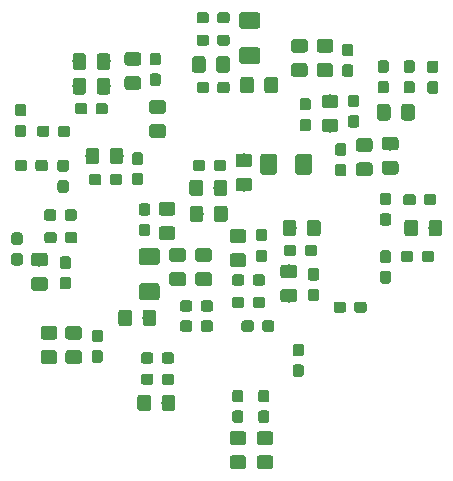
<source format=gbr>
G04 #@! TF.GenerationSoftware,KiCad,Pcbnew,5.1.4-3.fc30*
G04 #@! TF.CreationDate,2019-10-21T10:57:03+02:00*
G04 #@! TF.ProjectId,CarteScreening,43617274-6553-4637-9265-656e696e672e,rev?*
G04 #@! TF.SameCoordinates,Original*
G04 #@! TF.FileFunction,Paste,Bot*
G04 #@! TF.FilePolarity,Positive*
%FSLAX46Y46*%
G04 Gerber Fmt 4.6, Leading zero omitted, Abs format (unit mm)*
G04 Created by KiCad (PCBNEW 5.1.4-3.fc30) date 2019-10-21 10:57:03*
%MOMM*%
%LPD*%
G04 APERTURE LIST*
%ADD10C,0.100000*%
%ADD11C,1.150000*%
%ADD12C,0.950000*%
%ADD13C,1.425000*%
G04 APERTURE END LIST*
D10*
G36*
X145174505Y-92901204D02*
G01*
X145198773Y-92904804D01*
X145222572Y-92910765D01*
X145245671Y-92919030D01*
X145267850Y-92929520D01*
X145288893Y-92942132D01*
X145308599Y-92956747D01*
X145326777Y-92973223D01*
X145343253Y-92991401D01*
X145357868Y-93011107D01*
X145370480Y-93032150D01*
X145380970Y-93054329D01*
X145389235Y-93077428D01*
X145395196Y-93101227D01*
X145398796Y-93125495D01*
X145400000Y-93149999D01*
X145400000Y-94050001D01*
X145398796Y-94074505D01*
X145395196Y-94098773D01*
X145389235Y-94122572D01*
X145380970Y-94145671D01*
X145370480Y-94167850D01*
X145357868Y-94188893D01*
X145343253Y-94208599D01*
X145326777Y-94226777D01*
X145308599Y-94243253D01*
X145288893Y-94257868D01*
X145267850Y-94270480D01*
X145245671Y-94280970D01*
X145222572Y-94289235D01*
X145198773Y-94295196D01*
X145174505Y-94298796D01*
X145150001Y-94300000D01*
X144499999Y-94300000D01*
X144475495Y-94298796D01*
X144451227Y-94295196D01*
X144427428Y-94289235D01*
X144404329Y-94280970D01*
X144382150Y-94270480D01*
X144361107Y-94257868D01*
X144341401Y-94243253D01*
X144323223Y-94226777D01*
X144306747Y-94208599D01*
X144292132Y-94188893D01*
X144279520Y-94167850D01*
X144269030Y-94145671D01*
X144260765Y-94122572D01*
X144254804Y-94098773D01*
X144251204Y-94074505D01*
X144250000Y-94050001D01*
X144250000Y-93149999D01*
X144251204Y-93125495D01*
X144254804Y-93101227D01*
X144260765Y-93077428D01*
X144269030Y-93054329D01*
X144279520Y-93032150D01*
X144292132Y-93011107D01*
X144306747Y-92991401D01*
X144323223Y-92973223D01*
X144341401Y-92956747D01*
X144361107Y-92942132D01*
X144382150Y-92929520D01*
X144404329Y-92919030D01*
X144427428Y-92910765D01*
X144451227Y-92904804D01*
X144475495Y-92901204D01*
X144499999Y-92900000D01*
X145150001Y-92900000D01*
X145174505Y-92901204D01*
X145174505Y-92901204D01*
G37*
D11*
X144825000Y-93600000D03*
D10*
G36*
X143124505Y-92901204D02*
G01*
X143148773Y-92904804D01*
X143172572Y-92910765D01*
X143195671Y-92919030D01*
X143217850Y-92929520D01*
X143238893Y-92942132D01*
X143258599Y-92956747D01*
X143276777Y-92973223D01*
X143293253Y-92991401D01*
X143307868Y-93011107D01*
X143320480Y-93032150D01*
X143330970Y-93054329D01*
X143339235Y-93077428D01*
X143345196Y-93101227D01*
X143348796Y-93125495D01*
X143350000Y-93149999D01*
X143350000Y-94050001D01*
X143348796Y-94074505D01*
X143345196Y-94098773D01*
X143339235Y-94122572D01*
X143330970Y-94145671D01*
X143320480Y-94167850D01*
X143307868Y-94188893D01*
X143293253Y-94208599D01*
X143276777Y-94226777D01*
X143258599Y-94243253D01*
X143238893Y-94257868D01*
X143217850Y-94270480D01*
X143195671Y-94280970D01*
X143172572Y-94289235D01*
X143148773Y-94295196D01*
X143124505Y-94298796D01*
X143100001Y-94300000D01*
X142449999Y-94300000D01*
X142425495Y-94298796D01*
X142401227Y-94295196D01*
X142377428Y-94289235D01*
X142354329Y-94280970D01*
X142332150Y-94270480D01*
X142311107Y-94257868D01*
X142291401Y-94243253D01*
X142273223Y-94226777D01*
X142256747Y-94208599D01*
X142242132Y-94188893D01*
X142229520Y-94167850D01*
X142219030Y-94145671D01*
X142210765Y-94122572D01*
X142204804Y-94098773D01*
X142201204Y-94074505D01*
X142200000Y-94050001D01*
X142200000Y-93149999D01*
X142201204Y-93125495D01*
X142204804Y-93101227D01*
X142210765Y-93077428D01*
X142219030Y-93054329D01*
X142229520Y-93032150D01*
X142242132Y-93011107D01*
X142256747Y-92991401D01*
X142273223Y-92973223D01*
X142291401Y-92956747D01*
X142311107Y-92942132D01*
X142332150Y-92929520D01*
X142354329Y-92919030D01*
X142377428Y-92910765D01*
X142401227Y-92904804D01*
X142425495Y-92901204D01*
X142449999Y-92900000D01*
X143100001Y-92900000D01*
X143124505Y-92901204D01*
X143124505Y-92901204D01*
G37*
D11*
X142775000Y-93600000D03*
D10*
G36*
X165460779Y-66351144D02*
G01*
X165483834Y-66354563D01*
X165506443Y-66360227D01*
X165528387Y-66368079D01*
X165549457Y-66378044D01*
X165569448Y-66390026D01*
X165588168Y-66403910D01*
X165605438Y-66419562D01*
X165621090Y-66436832D01*
X165634974Y-66455552D01*
X165646956Y-66475543D01*
X165656921Y-66496613D01*
X165664773Y-66518557D01*
X165670437Y-66541166D01*
X165673856Y-66564221D01*
X165675000Y-66587500D01*
X165675000Y-67162500D01*
X165673856Y-67185779D01*
X165670437Y-67208834D01*
X165664773Y-67231443D01*
X165656921Y-67253387D01*
X165646956Y-67274457D01*
X165634974Y-67294448D01*
X165621090Y-67313168D01*
X165605438Y-67330438D01*
X165588168Y-67346090D01*
X165569448Y-67359974D01*
X165549457Y-67371956D01*
X165528387Y-67381921D01*
X165506443Y-67389773D01*
X165483834Y-67395437D01*
X165460779Y-67398856D01*
X165437500Y-67400000D01*
X164962500Y-67400000D01*
X164939221Y-67398856D01*
X164916166Y-67395437D01*
X164893557Y-67389773D01*
X164871613Y-67381921D01*
X164850543Y-67371956D01*
X164830552Y-67359974D01*
X164811832Y-67346090D01*
X164794562Y-67330438D01*
X164778910Y-67313168D01*
X164765026Y-67294448D01*
X164753044Y-67274457D01*
X164743079Y-67253387D01*
X164735227Y-67231443D01*
X164729563Y-67208834D01*
X164726144Y-67185779D01*
X164725000Y-67162500D01*
X164725000Y-66587500D01*
X164726144Y-66564221D01*
X164729563Y-66541166D01*
X164735227Y-66518557D01*
X164743079Y-66496613D01*
X164753044Y-66475543D01*
X164765026Y-66455552D01*
X164778910Y-66436832D01*
X164794562Y-66419562D01*
X164811832Y-66403910D01*
X164830552Y-66390026D01*
X164850543Y-66378044D01*
X164871613Y-66368079D01*
X164893557Y-66360227D01*
X164916166Y-66354563D01*
X164939221Y-66351144D01*
X164962500Y-66350000D01*
X165437500Y-66350000D01*
X165460779Y-66351144D01*
X165460779Y-66351144D01*
G37*
D12*
X165200000Y-66875000D03*
D10*
G36*
X165460779Y-64601144D02*
G01*
X165483834Y-64604563D01*
X165506443Y-64610227D01*
X165528387Y-64618079D01*
X165549457Y-64628044D01*
X165569448Y-64640026D01*
X165588168Y-64653910D01*
X165605438Y-64669562D01*
X165621090Y-64686832D01*
X165634974Y-64705552D01*
X165646956Y-64725543D01*
X165656921Y-64746613D01*
X165664773Y-64768557D01*
X165670437Y-64791166D01*
X165673856Y-64814221D01*
X165675000Y-64837500D01*
X165675000Y-65412500D01*
X165673856Y-65435779D01*
X165670437Y-65458834D01*
X165664773Y-65481443D01*
X165656921Y-65503387D01*
X165646956Y-65524457D01*
X165634974Y-65544448D01*
X165621090Y-65563168D01*
X165605438Y-65580438D01*
X165588168Y-65596090D01*
X165569448Y-65609974D01*
X165549457Y-65621956D01*
X165528387Y-65631921D01*
X165506443Y-65639773D01*
X165483834Y-65645437D01*
X165460779Y-65648856D01*
X165437500Y-65650000D01*
X164962500Y-65650000D01*
X164939221Y-65648856D01*
X164916166Y-65645437D01*
X164893557Y-65639773D01*
X164871613Y-65631921D01*
X164850543Y-65621956D01*
X164830552Y-65609974D01*
X164811832Y-65596090D01*
X164794562Y-65580438D01*
X164778910Y-65563168D01*
X164765026Y-65544448D01*
X164753044Y-65524457D01*
X164743079Y-65503387D01*
X164735227Y-65481443D01*
X164729563Y-65458834D01*
X164726144Y-65435779D01*
X164725000Y-65412500D01*
X164725000Y-64837500D01*
X164726144Y-64814221D01*
X164729563Y-64791166D01*
X164735227Y-64768557D01*
X164743079Y-64746613D01*
X164753044Y-64725543D01*
X164765026Y-64705552D01*
X164778910Y-64686832D01*
X164794562Y-64669562D01*
X164811832Y-64653910D01*
X164830552Y-64640026D01*
X164850543Y-64628044D01*
X164871613Y-64618079D01*
X164893557Y-64610227D01*
X164916166Y-64604563D01*
X164939221Y-64601144D01*
X164962500Y-64600000D01*
X165437500Y-64600000D01*
X165460779Y-64601144D01*
X165460779Y-64601144D01*
G37*
D12*
X165200000Y-65125000D03*
D10*
G36*
X134385779Y-73026144D02*
G01*
X134408834Y-73029563D01*
X134431443Y-73035227D01*
X134453387Y-73043079D01*
X134474457Y-73053044D01*
X134494448Y-73065026D01*
X134513168Y-73078910D01*
X134530438Y-73094562D01*
X134546090Y-73111832D01*
X134559974Y-73130552D01*
X134571956Y-73150543D01*
X134581921Y-73171613D01*
X134589773Y-73193557D01*
X134595437Y-73216166D01*
X134598856Y-73239221D01*
X134600000Y-73262500D01*
X134600000Y-73737500D01*
X134598856Y-73760779D01*
X134595437Y-73783834D01*
X134589773Y-73806443D01*
X134581921Y-73828387D01*
X134571956Y-73849457D01*
X134559974Y-73869448D01*
X134546090Y-73888168D01*
X134530438Y-73905438D01*
X134513168Y-73921090D01*
X134494448Y-73934974D01*
X134474457Y-73946956D01*
X134453387Y-73956921D01*
X134431443Y-73964773D01*
X134408834Y-73970437D01*
X134385779Y-73973856D01*
X134362500Y-73975000D01*
X133787500Y-73975000D01*
X133764221Y-73973856D01*
X133741166Y-73970437D01*
X133718557Y-73964773D01*
X133696613Y-73956921D01*
X133675543Y-73946956D01*
X133655552Y-73934974D01*
X133636832Y-73921090D01*
X133619562Y-73905438D01*
X133603910Y-73888168D01*
X133590026Y-73869448D01*
X133578044Y-73849457D01*
X133568079Y-73828387D01*
X133560227Y-73806443D01*
X133554563Y-73783834D01*
X133551144Y-73760779D01*
X133550000Y-73737500D01*
X133550000Y-73262500D01*
X133551144Y-73239221D01*
X133554563Y-73216166D01*
X133560227Y-73193557D01*
X133568079Y-73171613D01*
X133578044Y-73150543D01*
X133590026Y-73130552D01*
X133603910Y-73111832D01*
X133619562Y-73094562D01*
X133636832Y-73078910D01*
X133655552Y-73065026D01*
X133675543Y-73053044D01*
X133696613Y-73043079D01*
X133718557Y-73035227D01*
X133741166Y-73029563D01*
X133764221Y-73026144D01*
X133787500Y-73025000D01*
X134362500Y-73025000D01*
X134385779Y-73026144D01*
X134385779Y-73026144D01*
G37*
D12*
X134075000Y-73500000D03*
D10*
G36*
X132635779Y-73026144D02*
G01*
X132658834Y-73029563D01*
X132681443Y-73035227D01*
X132703387Y-73043079D01*
X132724457Y-73053044D01*
X132744448Y-73065026D01*
X132763168Y-73078910D01*
X132780438Y-73094562D01*
X132796090Y-73111832D01*
X132809974Y-73130552D01*
X132821956Y-73150543D01*
X132831921Y-73171613D01*
X132839773Y-73193557D01*
X132845437Y-73216166D01*
X132848856Y-73239221D01*
X132850000Y-73262500D01*
X132850000Y-73737500D01*
X132848856Y-73760779D01*
X132845437Y-73783834D01*
X132839773Y-73806443D01*
X132831921Y-73828387D01*
X132821956Y-73849457D01*
X132809974Y-73869448D01*
X132796090Y-73888168D01*
X132780438Y-73905438D01*
X132763168Y-73921090D01*
X132744448Y-73934974D01*
X132724457Y-73946956D01*
X132703387Y-73956921D01*
X132681443Y-73964773D01*
X132658834Y-73970437D01*
X132635779Y-73973856D01*
X132612500Y-73975000D01*
X132037500Y-73975000D01*
X132014221Y-73973856D01*
X131991166Y-73970437D01*
X131968557Y-73964773D01*
X131946613Y-73956921D01*
X131925543Y-73946956D01*
X131905552Y-73934974D01*
X131886832Y-73921090D01*
X131869562Y-73905438D01*
X131853910Y-73888168D01*
X131840026Y-73869448D01*
X131828044Y-73849457D01*
X131818079Y-73828387D01*
X131810227Y-73806443D01*
X131804563Y-73783834D01*
X131801144Y-73760779D01*
X131800000Y-73737500D01*
X131800000Y-73262500D01*
X131801144Y-73239221D01*
X131804563Y-73216166D01*
X131810227Y-73193557D01*
X131818079Y-73171613D01*
X131828044Y-73150543D01*
X131840026Y-73130552D01*
X131853910Y-73111832D01*
X131869562Y-73094562D01*
X131886832Y-73078910D01*
X131905552Y-73065026D01*
X131925543Y-73053044D01*
X131946613Y-73043079D01*
X131968557Y-73035227D01*
X131991166Y-73029563D01*
X132014221Y-73026144D01*
X132037500Y-73025000D01*
X132612500Y-73025000D01*
X132635779Y-73026144D01*
X132635779Y-73026144D01*
G37*
D12*
X132325000Y-73500000D03*
D10*
G36*
X151035779Y-82726144D02*
G01*
X151058834Y-82729563D01*
X151081443Y-82735227D01*
X151103387Y-82743079D01*
X151124457Y-82753044D01*
X151144448Y-82765026D01*
X151163168Y-82778910D01*
X151180438Y-82794562D01*
X151196090Y-82811832D01*
X151209974Y-82830552D01*
X151221956Y-82850543D01*
X151231921Y-82871613D01*
X151239773Y-82893557D01*
X151245437Y-82916166D01*
X151248856Y-82939221D01*
X151250000Y-82962500D01*
X151250000Y-83437500D01*
X151248856Y-83460779D01*
X151245437Y-83483834D01*
X151239773Y-83506443D01*
X151231921Y-83528387D01*
X151221956Y-83549457D01*
X151209974Y-83569448D01*
X151196090Y-83588168D01*
X151180438Y-83605438D01*
X151163168Y-83621090D01*
X151144448Y-83634974D01*
X151124457Y-83646956D01*
X151103387Y-83656921D01*
X151081443Y-83664773D01*
X151058834Y-83670437D01*
X151035779Y-83673856D01*
X151012500Y-83675000D01*
X150437500Y-83675000D01*
X150414221Y-83673856D01*
X150391166Y-83670437D01*
X150368557Y-83664773D01*
X150346613Y-83656921D01*
X150325543Y-83646956D01*
X150305552Y-83634974D01*
X150286832Y-83621090D01*
X150269562Y-83605438D01*
X150253910Y-83588168D01*
X150240026Y-83569448D01*
X150228044Y-83549457D01*
X150218079Y-83528387D01*
X150210227Y-83506443D01*
X150204563Y-83483834D01*
X150201144Y-83460779D01*
X150200000Y-83437500D01*
X150200000Y-82962500D01*
X150201144Y-82939221D01*
X150204563Y-82916166D01*
X150210227Y-82893557D01*
X150218079Y-82871613D01*
X150228044Y-82850543D01*
X150240026Y-82830552D01*
X150253910Y-82811832D01*
X150269562Y-82794562D01*
X150286832Y-82778910D01*
X150305552Y-82765026D01*
X150325543Y-82753044D01*
X150346613Y-82743079D01*
X150368557Y-82735227D01*
X150391166Y-82729563D01*
X150414221Y-82726144D01*
X150437500Y-82725000D01*
X151012500Y-82725000D01*
X151035779Y-82726144D01*
X151035779Y-82726144D01*
G37*
D12*
X150725000Y-83200000D03*
D10*
G36*
X152785779Y-82726144D02*
G01*
X152808834Y-82729563D01*
X152831443Y-82735227D01*
X152853387Y-82743079D01*
X152874457Y-82753044D01*
X152894448Y-82765026D01*
X152913168Y-82778910D01*
X152930438Y-82794562D01*
X152946090Y-82811832D01*
X152959974Y-82830552D01*
X152971956Y-82850543D01*
X152981921Y-82871613D01*
X152989773Y-82893557D01*
X152995437Y-82916166D01*
X152998856Y-82939221D01*
X153000000Y-82962500D01*
X153000000Y-83437500D01*
X152998856Y-83460779D01*
X152995437Y-83483834D01*
X152989773Y-83506443D01*
X152981921Y-83528387D01*
X152971956Y-83549457D01*
X152959974Y-83569448D01*
X152946090Y-83588168D01*
X152930438Y-83605438D01*
X152913168Y-83621090D01*
X152894448Y-83634974D01*
X152874457Y-83646956D01*
X152853387Y-83656921D01*
X152831443Y-83664773D01*
X152808834Y-83670437D01*
X152785779Y-83673856D01*
X152762500Y-83675000D01*
X152187500Y-83675000D01*
X152164221Y-83673856D01*
X152141166Y-83670437D01*
X152118557Y-83664773D01*
X152096613Y-83656921D01*
X152075543Y-83646956D01*
X152055552Y-83634974D01*
X152036832Y-83621090D01*
X152019562Y-83605438D01*
X152003910Y-83588168D01*
X151990026Y-83569448D01*
X151978044Y-83549457D01*
X151968079Y-83528387D01*
X151960227Y-83506443D01*
X151954563Y-83483834D01*
X151951144Y-83460779D01*
X151950000Y-83437500D01*
X151950000Y-82962500D01*
X151951144Y-82939221D01*
X151954563Y-82916166D01*
X151960227Y-82893557D01*
X151968079Y-82871613D01*
X151978044Y-82850543D01*
X151990026Y-82830552D01*
X152003910Y-82811832D01*
X152019562Y-82794562D01*
X152036832Y-82778910D01*
X152055552Y-82765026D01*
X152075543Y-82753044D01*
X152096613Y-82743079D01*
X152118557Y-82735227D01*
X152141166Y-82729563D01*
X152164221Y-82726144D01*
X152187500Y-82725000D01*
X152762500Y-82725000D01*
X152785779Y-82726144D01*
X152785779Y-82726144D01*
G37*
D12*
X152475000Y-83200000D03*
D10*
G36*
X152349504Y-60513704D02*
G01*
X152373773Y-60517304D01*
X152397571Y-60523265D01*
X152420671Y-60531530D01*
X152442849Y-60542020D01*
X152463893Y-60554633D01*
X152483598Y-60569247D01*
X152501777Y-60585723D01*
X152518253Y-60603902D01*
X152532867Y-60623607D01*
X152545480Y-60644651D01*
X152555970Y-60666829D01*
X152564235Y-60689929D01*
X152570196Y-60713727D01*
X152573796Y-60737996D01*
X152575000Y-60762500D01*
X152575000Y-61687500D01*
X152573796Y-61712004D01*
X152570196Y-61736273D01*
X152564235Y-61760071D01*
X152555970Y-61783171D01*
X152545480Y-61805349D01*
X152532867Y-61826393D01*
X152518253Y-61846098D01*
X152501777Y-61864277D01*
X152483598Y-61880753D01*
X152463893Y-61895367D01*
X152442849Y-61907980D01*
X152420671Y-61918470D01*
X152397571Y-61926735D01*
X152373773Y-61932696D01*
X152349504Y-61936296D01*
X152325000Y-61937500D01*
X151075000Y-61937500D01*
X151050496Y-61936296D01*
X151026227Y-61932696D01*
X151002429Y-61926735D01*
X150979329Y-61918470D01*
X150957151Y-61907980D01*
X150936107Y-61895367D01*
X150916402Y-61880753D01*
X150898223Y-61864277D01*
X150881747Y-61846098D01*
X150867133Y-61826393D01*
X150854520Y-61805349D01*
X150844030Y-61783171D01*
X150835765Y-61760071D01*
X150829804Y-61736273D01*
X150826204Y-61712004D01*
X150825000Y-61687500D01*
X150825000Y-60762500D01*
X150826204Y-60737996D01*
X150829804Y-60713727D01*
X150835765Y-60689929D01*
X150844030Y-60666829D01*
X150854520Y-60644651D01*
X150867133Y-60623607D01*
X150881747Y-60603902D01*
X150898223Y-60585723D01*
X150916402Y-60569247D01*
X150936107Y-60554633D01*
X150957151Y-60542020D01*
X150979329Y-60531530D01*
X151002429Y-60523265D01*
X151026227Y-60517304D01*
X151050496Y-60513704D01*
X151075000Y-60512500D01*
X152325000Y-60512500D01*
X152349504Y-60513704D01*
X152349504Y-60513704D01*
G37*
D13*
X151700000Y-61225000D03*
D10*
G36*
X152349504Y-63488704D02*
G01*
X152373773Y-63492304D01*
X152397571Y-63498265D01*
X152420671Y-63506530D01*
X152442849Y-63517020D01*
X152463893Y-63529633D01*
X152483598Y-63544247D01*
X152501777Y-63560723D01*
X152518253Y-63578902D01*
X152532867Y-63598607D01*
X152545480Y-63619651D01*
X152555970Y-63641829D01*
X152564235Y-63664929D01*
X152570196Y-63688727D01*
X152573796Y-63712996D01*
X152575000Y-63737500D01*
X152575000Y-64662500D01*
X152573796Y-64687004D01*
X152570196Y-64711273D01*
X152564235Y-64735071D01*
X152555970Y-64758171D01*
X152545480Y-64780349D01*
X152532867Y-64801393D01*
X152518253Y-64821098D01*
X152501777Y-64839277D01*
X152483598Y-64855753D01*
X152463893Y-64870367D01*
X152442849Y-64882980D01*
X152420671Y-64893470D01*
X152397571Y-64901735D01*
X152373773Y-64907696D01*
X152349504Y-64911296D01*
X152325000Y-64912500D01*
X151075000Y-64912500D01*
X151050496Y-64911296D01*
X151026227Y-64907696D01*
X151002429Y-64901735D01*
X150979329Y-64893470D01*
X150957151Y-64882980D01*
X150936107Y-64870367D01*
X150916402Y-64855753D01*
X150898223Y-64839277D01*
X150881747Y-64821098D01*
X150867133Y-64801393D01*
X150854520Y-64780349D01*
X150844030Y-64758171D01*
X150835765Y-64735071D01*
X150829804Y-64711273D01*
X150826204Y-64687004D01*
X150825000Y-64662500D01*
X150825000Y-63737500D01*
X150826204Y-63712996D01*
X150829804Y-63688727D01*
X150835765Y-63664929D01*
X150844030Y-63641829D01*
X150854520Y-63619651D01*
X150867133Y-63598607D01*
X150881747Y-63578902D01*
X150898223Y-63560723D01*
X150916402Y-63544247D01*
X150936107Y-63529633D01*
X150957151Y-63517020D01*
X150979329Y-63506530D01*
X151002429Y-63498265D01*
X151026227Y-63492304D01*
X151050496Y-63488704D01*
X151075000Y-63487500D01*
X152325000Y-63487500D01*
X152349504Y-63488704D01*
X152349504Y-63488704D01*
G37*
D13*
X151700000Y-64200000D03*
D10*
G36*
X156762004Y-72526204D02*
G01*
X156786273Y-72529804D01*
X156810071Y-72535765D01*
X156833171Y-72544030D01*
X156855349Y-72554520D01*
X156876393Y-72567133D01*
X156896098Y-72581747D01*
X156914277Y-72598223D01*
X156930753Y-72616402D01*
X156945367Y-72636107D01*
X156957980Y-72657151D01*
X156968470Y-72679329D01*
X156976735Y-72702429D01*
X156982696Y-72726227D01*
X156986296Y-72750496D01*
X156987500Y-72775000D01*
X156987500Y-74025000D01*
X156986296Y-74049504D01*
X156982696Y-74073773D01*
X156976735Y-74097571D01*
X156968470Y-74120671D01*
X156957980Y-74142849D01*
X156945367Y-74163893D01*
X156930753Y-74183598D01*
X156914277Y-74201777D01*
X156896098Y-74218253D01*
X156876393Y-74232867D01*
X156855349Y-74245480D01*
X156833171Y-74255970D01*
X156810071Y-74264235D01*
X156786273Y-74270196D01*
X156762004Y-74273796D01*
X156737500Y-74275000D01*
X155812500Y-74275000D01*
X155787996Y-74273796D01*
X155763727Y-74270196D01*
X155739929Y-74264235D01*
X155716829Y-74255970D01*
X155694651Y-74245480D01*
X155673607Y-74232867D01*
X155653902Y-74218253D01*
X155635723Y-74201777D01*
X155619247Y-74183598D01*
X155604633Y-74163893D01*
X155592020Y-74142849D01*
X155581530Y-74120671D01*
X155573265Y-74097571D01*
X155567304Y-74073773D01*
X155563704Y-74049504D01*
X155562500Y-74025000D01*
X155562500Y-72775000D01*
X155563704Y-72750496D01*
X155567304Y-72726227D01*
X155573265Y-72702429D01*
X155581530Y-72679329D01*
X155592020Y-72657151D01*
X155604633Y-72636107D01*
X155619247Y-72616402D01*
X155635723Y-72598223D01*
X155653902Y-72581747D01*
X155673607Y-72567133D01*
X155694651Y-72554520D01*
X155716829Y-72544030D01*
X155739929Y-72535765D01*
X155763727Y-72529804D01*
X155787996Y-72526204D01*
X155812500Y-72525000D01*
X156737500Y-72525000D01*
X156762004Y-72526204D01*
X156762004Y-72526204D01*
G37*
D13*
X156275000Y-73400000D03*
D10*
G36*
X153787004Y-72526204D02*
G01*
X153811273Y-72529804D01*
X153835071Y-72535765D01*
X153858171Y-72544030D01*
X153880349Y-72554520D01*
X153901393Y-72567133D01*
X153921098Y-72581747D01*
X153939277Y-72598223D01*
X153955753Y-72616402D01*
X153970367Y-72636107D01*
X153982980Y-72657151D01*
X153993470Y-72679329D01*
X154001735Y-72702429D01*
X154007696Y-72726227D01*
X154011296Y-72750496D01*
X154012500Y-72775000D01*
X154012500Y-74025000D01*
X154011296Y-74049504D01*
X154007696Y-74073773D01*
X154001735Y-74097571D01*
X153993470Y-74120671D01*
X153982980Y-74142849D01*
X153970367Y-74163893D01*
X153955753Y-74183598D01*
X153939277Y-74201777D01*
X153921098Y-74218253D01*
X153901393Y-74232867D01*
X153880349Y-74245480D01*
X153858171Y-74255970D01*
X153835071Y-74264235D01*
X153811273Y-74270196D01*
X153787004Y-74273796D01*
X153762500Y-74275000D01*
X152837500Y-74275000D01*
X152812996Y-74273796D01*
X152788727Y-74270196D01*
X152764929Y-74264235D01*
X152741829Y-74255970D01*
X152719651Y-74245480D01*
X152698607Y-74232867D01*
X152678902Y-74218253D01*
X152660723Y-74201777D01*
X152644247Y-74183598D01*
X152629633Y-74163893D01*
X152617020Y-74142849D01*
X152606530Y-74120671D01*
X152598265Y-74097571D01*
X152592304Y-74073773D01*
X152588704Y-74049504D01*
X152587500Y-74025000D01*
X152587500Y-72775000D01*
X152588704Y-72750496D01*
X152592304Y-72726227D01*
X152598265Y-72702429D01*
X152606530Y-72679329D01*
X152617020Y-72657151D01*
X152629633Y-72636107D01*
X152644247Y-72616402D01*
X152660723Y-72598223D01*
X152678902Y-72581747D01*
X152698607Y-72567133D01*
X152719651Y-72554520D01*
X152741829Y-72544030D01*
X152764929Y-72535765D01*
X152788727Y-72529804D01*
X152812996Y-72526204D01*
X152837500Y-72525000D01*
X153762500Y-72525000D01*
X153787004Y-72526204D01*
X153787004Y-72526204D01*
G37*
D13*
X153300000Y-73400000D03*
D10*
G36*
X143849504Y-83476204D02*
G01*
X143873773Y-83479804D01*
X143897571Y-83485765D01*
X143920671Y-83494030D01*
X143942849Y-83504520D01*
X143963893Y-83517133D01*
X143983598Y-83531747D01*
X144001777Y-83548223D01*
X144018253Y-83566402D01*
X144032867Y-83586107D01*
X144045480Y-83607151D01*
X144055970Y-83629329D01*
X144064235Y-83652429D01*
X144070196Y-83676227D01*
X144073796Y-83700496D01*
X144075000Y-83725000D01*
X144075000Y-84650000D01*
X144073796Y-84674504D01*
X144070196Y-84698773D01*
X144064235Y-84722571D01*
X144055970Y-84745671D01*
X144045480Y-84767849D01*
X144032867Y-84788893D01*
X144018253Y-84808598D01*
X144001777Y-84826777D01*
X143983598Y-84843253D01*
X143963893Y-84857867D01*
X143942849Y-84870480D01*
X143920671Y-84880970D01*
X143897571Y-84889235D01*
X143873773Y-84895196D01*
X143849504Y-84898796D01*
X143825000Y-84900000D01*
X142575000Y-84900000D01*
X142550496Y-84898796D01*
X142526227Y-84895196D01*
X142502429Y-84889235D01*
X142479329Y-84880970D01*
X142457151Y-84870480D01*
X142436107Y-84857867D01*
X142416402Y-84843253D01*
X142398223Y-84826777D01*
X142381747Y-84808598D01*
X142367133Y-84788893D01*
X142354520Y-84767849D01*
X142344030Y-84745671D01*
X142335765Y-84722571D01*
X142329804Y-84698773D01*
X142326204Y-84674504D01*
X142325000Y-84650000D01*
X142325000Y-83725000D01*
X142326204Y-83700496D01*
X142329804Y-83676227D01*
X142335765Y-83652429D01*
X142344030Y-83629329D01*
X142354520Y-83607151D01*
X142367133Y-83586107D01*
X142381747Y-83566402D01*
X142398223Y-83548223D01*
X142416402Y-83531747D01*
X142436107Y-83517133D01*
X142457151Y-83504520D01*
X142479329Y-83494030D01*
X142502429Y-83485765D01*
X142526227Y-83479804D01*
X142550496Y-83476204D01*
X142575000Y-83475000D01*
X143825000Y-83475000D01*
X143849504Y-83476204D01*
X143849504Y-83476204D01*
G37*
D13*
X143200000Y-84187500D03*
D10*
G36*
X143849504Y-80501204D02*
G01*
X143873773Y-80504804D01*
X143897571Y-80510765D01*
X143920671Y-80519030D01*
X143942849Y-80529520D01*
X143963893Y-80542133D01*
X143983598Y-80556747D01*
X144001777Y-80573223D01*
X144018253Y-80591402D01*
X144032867Y-80611107D01*
X144045480Y-80632151D01*
X144055970Y-80654329D01*
X144064235Y-80677429D01*
X144070196Y-80701227D01*
X144073796Y-80725496D01*
X144075000Y-80750000D01*
X144075000Y-81675000D01*
X144073796Y-81699504D01*
X144070196Y-81723773D01*
X144064235Y-81747571D01*
X144055970Y-81770671D01*
X144045480Y-81792849D01*
X144032867Y-81813893D01*
X144018253Y-81833598D01*
X144001777Y-81851777D01*
X143983598Y-81868253D01*
X143963893Y-81882867D01*
X143942849Y-81895480D01*
X143920671Y-81905970D01*
X143897571Y-81914235D01*
X143873773Y-81920196D01*
X143849504Y-81923796D01*
X143825000Y-81925000D01*
X142575000Y-81925000D01*
X142550496Y-81923796D01*
X142526227Y-81920196D01*
X142502429Y-81914235D01*
X142479329Y-81905970D01*
X142457151Y-81895480D01*
X142436107Y-81882867D01*
X142416402Y-81868253D01*
X142398223Y-81851777D01*
X142381747Y-81833598D01*
X142367133Y-81813893D01*
X142354520Y-81792849D01*
X142344030Y-81770671D01*
X142335765Y-81747571D01*
X142329804Y-81723773D01*
X142326204Y-81699504D01*
X142325000Y-81675000D01*
X142325000Y-80750000D01*
X142326204Y-80725496D01*
X142329804Y-80701227D01*
X142335765Y-80677429D01*
X142344030Y-80654329D01*
X142354520Y-80632151D01*
X142367133Y-80611107D01*
X142381747Y-80591402D01*
X142398223Y-80573223D01*
X142416402Y-80556747D01*
X142436107Y-80542133D01*
X142457151Y-80529520D01*
X142479329Y-80519030D01*
X142502429Y-80510765D01*
X142526227Y-80504804D01*
X142550496Y-80501204D01*
X142575000Y-80500000D01*
X143825000Y-80500000D01*
X143849504Y-80501204D01*
X143849504Y-80501204D01*
G37*
D13*
X143200000Y-81212500D03*
D10*
G36*
X163260779Y-64601144D02*
G01*
X163283834Y-64604563D01*
X163306443Y-64610227D01*
X163328387Y-64618079D01*
X163349457Y-64628044D01*
X163369448Y-64640026D01*
X163388168Y-64653910D01*
X163405438Y-64669562D01*
X163421090Y-64686832D01*
X163434974Y-64705552D01*
X163446956Y-64725543D01*
X163456921Y-64746613D01*
X163464773Y-64768557D01*
X163470437Y-64791166D01*
X163473856Y-64814221D01*
X163475000Y-64837500D01*
X163475000Y-65412500D01*
X163473856Y-65435779D01*
X163470437Y-65458834D01*
X163464773Y-65481443D01*
X163456921Y-65503387D01*
X163446956Y-65524457D01*
X163434974Y-65544448D01*
X163421090Y-65563168D01*
X163405438Y-65580438D01*
X163388168Y-65596090D01*
X163369448Y-65609974D01*
X163349457Y-65621956D01*
X163328387Y-65631921D01*
X163306443Y-65639773D01*
X163283834Y-65645437D01*
X163260779Y-65648856D01*
X163237500Y-65650000D01*
X162762500Y-65650000D01*
X162739221Y-65648856D01*
X162716166Y-65645437D01*
X162693557Y-65639773D01*
X162671613Y-65631921D01*
X162650543Y-65621956D01*
X162630552Y-65609974D01*
X162611832Y-65596090D01*
X162594562Y-65580438D01*
X162578910Y-65563168D01*
X162565026Y-65544448D01*
X162553044Y-65524457D01*
X162543079Y-65503387D01*
X162535227Y-65481443D01*
X162529563Y-65458834D01*
X162526144Y-65435779D01*
X162525000Y-65412500D01*
X162525000Y-64837500D01*
X162526144Y-64814221D01*
X162529563Y-64791166D01*
X162535227Y-64768557D01*
X162543079Y-64746613D01*
X162553044Y-64725543D01*
X162565026Y-64705552D01*
X162578910Y-64686832D01*
X162594562Y-64669562D01*
X162611832Y-64653910D01*
X162630552Y-64640026D01*
X162650543Y-64628044D01*
X162671613Y-64618079D01*
X162693557Y-64610227D01*
X162716166Y-64604563D01*
X162739221Y-64601144D01*
X162762500Y-64600000D01*
X163237500Y-64600000D01*
X163260779Y-64601144D01*
X163260779Y-64601144D01*
G37*
D12*
X163000000Y-65125000D03*
D10*
G36*
X163260779Y-66351144D02*
G01*
X163283834Y-66354563D01*
X163306443Y-66360227D01*
X163328387Y-66368079D01*
X163349457Y-66378044D01*
X163369448Y-66390026D01*
X163388168Y-66403910D01*
X163405438Y-66419562D01*
X163421090Y-66436832D01*
X163434974Y-66455552D01*
X163446956Y-66475543D01*
X163456921Y-66496613D01*
X163464773Y-66518557D01*
X163470437Y-66541166D01*
X163473856Y-66564221D01*
X163475000Y-66587500D01*
X163475000Y-67162500D01*
X163473856Y-67185779D01*
X163470437Y-67208834D01*
X163464773Y-67231443D01*
X163456921Y-67253387D01*
X163446956Y-67274457D01*
X163434974Y-67294448D01*
X163421090Y-67313168D01*
X163405438Y-67330438D01*
X163388168Y-67346090D01*
X163369448Y-67359974D01*
X163349457Y-67371956D01*
X163328387Y-67381921D01*
X163306443Y-67389773D01*
X163283834Y-67395437D01*
X163260779Y-67398856D01*
X163237500Y-67400000D01*
X162762500Y-67400000D01*
X162739221Y-67398856D01*
X162716166Y-67395437D01*
X162693557Y-67389773D01*
X162671613Y-67381921D01*
X162650543Y-67371956D01*
X162630552Y-67359974D01*
X162611832Y-67346090D01*
X162594562Y-67330438D01*
X162578910Y-67313168D01*
X162565026Y-67294448D01*
X162553044Y-67274457D01*
X162543079Y-67253387D01*
X162535227Y-67231443D01*
X162529563Y-67208834D01*
X162526144Y-67185779D01*
X162525000Y-67162500D01*
X162525000Y-66587500D01*
X162526144Y-66564221D01*
X162529563Y-66541166D01*
X162535227Y-66518557D01*
X162543079Y-66496613D01*
X162553044Y-66475543D01*
X162565026Y-66455552D01*
X162578910Y-66436832D01*
X162594562Y-66419562D01*
X162611832Y-66403910D01*
X162630552Y-66390026D01*
X162650543Y-66378044D01*
X162671613Y-66368079D01*
X162693557Y-66360227D01*
X162716166Y-66354563D01*
X162739221Y-66351144D01*
X162762500Y-66350000D01*
X163237500Y-66350000D01*
X163260779Y-66351144D01*
X163260779Y-66351144D01*
G37*
D12*
X163000000Y-66875000D03*
D10*
G36*
X156660779Y-69551144D02*
G01*
X156683834Y-69554563D01*
X156706443Y-69560227D01*
X156728387Y-69568079D01*
X156749457Y-69578044D01*
X156769448Y-69590026D01*
X156788168Y-69603910D01*
X156805438Y-69619562D01*
X156821090Y-69636832D01*
X156834974Y-69655552D01*
X156846956Y-69675543D01*
X156856921Y-69696613D01*
X156864773Y-69718557D01*
X156870437Y-69741166D01*
X156873856Y-69764221D01*
X156875000Y-69787500D01*
X156875000Y-70362500D01*
X156873856Y-70385779D01*
X156870437Y-70408834D01*
X156864773Y-70431443D01*
X156856921Y-70453387D01*
X156846956Y-70474457D01*
X156834974Y-70494448D01*
X156821090Y-70513168D01*
X156805438Y-70530438D01*
X156788168Y-70546090D01*
X156769448Y-70559974D01*
X156749457Y-70571956D01*
X156728387Y-70581921D01*
X156706443Y-70589773D01*
X156683834Y-70595437D01*
X156660779Y-70598856D01*
X156637500Y-70600000D01*
X156162500Y-70600000D01*
X156139221Y-70598856D01*
X156116166Y-70595437D01*
X156093557Y-70589773D01*
X156071613Y-70581921D01*
X156050543Y-70571956D01*
X156030552Y-70559974D01*
X156011832Y-70546090D01*
X155994562Y-70530438D01*
X155978910Y-70513168D01*
X155965026Y-70494448D01*
X155953044Y-70474457D01*
X155943079Y-70453387D01*
X155935227Y-70431443D01*
X155929563Y-70408834D01*
X155926144Y-70385779D01*
X155925000Y-70362500D01*
X155925000Y-69787500D01*
X155926144Y-69764221D01*
X155929563Y-69741166D01*
X155935227Y-69718557D01*
X155943079Y-69696613D01*
X155953044Y-69675543D01*
X155965026Y-69655552D01*
X155978910Y-69636832D01*
X155994562Y-69619562D01*
X156011832Y-69603910D01*
X156030552Y-69590026D01*
X156050543Y-69578044D01*
X156071613Y-69568079D01*
X156093557Y-69560227D01*
X156116166Y-69554563D01*
X156139221Y-69551144D01*
X156162500Y-69550000D01*
X156637500Y-69550000D01*
X156660779Y-69551144D01*
X156660779Y-69551144D01*
G37*
D12*
X156400000Y-70075000D03*
D10*
G36*
X156660779Y-67801144D02*
G01*
X156683834Y-67804563D01*
X156706443Y-67810227D01*
X156728387Y-67818079D01*
X156749457Y-67828044D01*
X156769448Y-67840026D01*
X156788168Y-67853910D01*
X156805438Y-67869562D01*
X156821090Y-67886832D01*
X156834974Y-67905552D01*
X156846956Y-67925543D01*
X156856921Y-67946613D01*
X156864773Y-67968557D01*
X156870437Y-67991166D01*
X156873856Y-68014221D01*
X156875000Y-68037500D01*
X156875000Y-68612500D01*
X156873856Y-68635779D01*
X156870437Y-68658834D01*
X156864773Y-68681443D01*
X156856921Y-68703387D01*
X156846956Y-68724457D01*
X156834974Y-68744448D01*
X156821090Y-68763168D01*
X156805438Y-68780438D01*
X156788168Y-68796090D01*
X156769448Y-68809974D01*
X156749457Y-68821956D01*
X156728387Y-68831921D01*
X156706443Y-68839773D01*
X156683834Y-68845437D01*
X156660779Y-68848856D01*
X156637500Y-68850000D01*
X156162500Y-68850000D01*
X156139221Y-68848856D01*
X156116166Y-68845437D01*
X156093557Y-68839773D01*
X156071613Y-68831921D01*
X156050543Y-68821956D01*
X156030552Y-68809974D01*
X156011832Y-68796090D01*
X155994562Y-68780438D01*
X155978910Y-68763168D01*
X155965026Y-68744448D01*
X155953044Y-68724457D01*
X155943079Y-68703387D01*
X155935227Y-68681443D01*
X155929563Y-68658834D01*
X155926144Y-68635779D01*
X155925000Y-68612500D01*
X155925000Y-68037500D01*
X155926144Y-68014221D01*
X155929563Y-67991166D01*
X155935227Y-67968557D01*
X155943079Y-67946613D01*
X155953044Y-67925543D01*
X155965026Y-67905552D01*
X155978910Y-67886832D01*
X155994562Y-67869562D01*
X156011832Y-67853910D01*
X156030552Y-67840026D01*
X156050543Y-67828044D01*
X156071613Y-67818079D01*
X156093557Y-67810227D01*
X156116166Y-67804563D01*
X156139221Y-67801144D01*
X156162500Y-67800000D01*
X156637500Y-67800000D01*
X156660779Y-67801144D01*
X156660779Y-67801144D01*
G37*
D12*
X156400000Y-68325000D03*
D10*
G36*
X160760779Y-69251144D02*
G01*
X160783834Y-69254563D01*
X160806443Y-69260227D01*
X160828387Y-69268079D01*
X160849457Y-69278044D01*
X160869448Y-69290026D01*
X160888168Y-69303910D01*
X160905438Y-69319562D01*
X160921090Y-69336832D01*
X160934974Y-69355552D01*
X160946956Y-69375543D01*
X160956921Y-69396613D01*
X160964773Y-69418557D01*
X160970437Y-69441166D01*
X160973856Y-69464221D01*
X160975000Y-69487500D01*
X160975000Y-70062500D01*
X160973856Y-70085779D01*
X160970437Y-70108834D01*
X160964773Y-70131443D01*
X160956921Y-70153387D01*
X160946956Y-70174457D01*
X160934974Y-70194448D01*
X160921090Y-70213168D01*
X160905438Y-70230438D01*
X160888168Y-70246090D01*
X160869448Y-70259974D01*
X160849457Y-70271956D01*
X160828387Y-70281921D01*
X160806443Y-70289773D01*
X160783834Y-70295437D01*
X160760779Y-70298856D01*
X160737500Y-70300000D01*
X160262500Y-70300000D01*
X160239221Y-70298856D01*
X160216166Y-70295437D01*
X160193557Y-70289773D01*
X160171613Y-70281921D01*
X160150543Y-70271956D01*
X160130552Y-70259974D01*
X160111832Y-70246090D01*
X160094562Y-70230438D01*
X160078910Y-70213168D01*
X160065026Y-70194448D01*
X160053044Y-70174457D01*
X160043079Y-70153387D01*
X160035227Y-70131443D01*
X160029563Y-70108834D01*
X160026144Y-70085779D01*
X160025000Y-70062500D01*
X160025000Y-69487500D01*
X160026144Y-69464221D01*
X160029563Y-69441166D01*
X160035227Y-69418557D01*
X160043079Y-69396613D01*
X160053044Y-69375543D01*
X160065026Y-69355552D01*
X160078910Y-69336832D01*
X160094562Y-69319562D01*
X160111832Y-69303910D01*
X160130552Y-69290026D01*
X160150543Y-69278044D01*
X160171613Y-69268079D01*
X160193557Y-69260227D01*
X160216166Y-69254563D01*
X160239221Y-69251144D01*
X160262500Y-69250000D01*
X160737500Y-69250000D01*
X160760779Y-69251144D01*
X160760779Y-69251144D01*
G37*
D12*
X160500000Y-69775000D03*
D10*
G36*
X160760779Y-67501144D02*
G01*
X160783834Y-67504563D01*
X160806443Y-67510227D01*
X160828387Y-67518079D01*
X160849457Y-67528044D01*
X160869448Y-67540026D01*
X160888168Y-67553910D01*
X160905438Y-67569562D01*
X160921090Y-67586832D01*
X160934974Y-67605552D01*
X160946956Y-67625543D01*
X160956921Y-67646613D01*
X160964773Y-67668557D01*
X160970437Y-67691166D01*
X160973856Y-67714221D01*
X160975000Y-67737500D01*
X160975000Y-68312500D01*
X160973856Y-68335779D01*
X160970437Y-68358834D01*
X160964773Y-68381443D01*
X160956921Y-68403387D01*
X160946956Y-68424457D01*
X160934974Y-68444448D01*
X160921090Y-68463168D01*
X160905438Y-68480438D01*
X160888168Y-68496090D01*
X160869448Y-68509974D01*
X160849457Y-68521956D01*
X160828387Y-68531921D01*
X160806443Y-68539773D01*
X160783834Y-68545437D01*
X160760779Y-68548856D01*
X160737500Y-68550000D01*
X160262500Y-68550000D01*
X160239221Y-68548856D01*
X160216166Y-68545437D01*
X160193557Y-68539773D01*
X160171613Y-68531921D01*
X160150543Y-68521956D01*
X160130552Y-68509974D01*
X160111832Y-68496090D01*
X160094562Y-68480438D01*
X160078910Y-68463168D01*
X160065026Y-68444448D01*
X160053044Y-68424457D01*
X160043079Y-68403387D01*
X160035227Y-68381443D01*
X160029563Y-68358834D01*
X160026144Y-68335779D01*
X160025000Y-68312500D01*
X160025000Y-67737500D01*
X160026144Y-67714221D01*
X160029563Y-67691166D01*
X160035227Y-67668557D01*
X160043079Y-67646613D01*
X160053044Y-67625543D01*
X160065026Y-67605552D01*
X160078910Y-67586832D01*
X160094562Y-67569562D01*
X160111832Y-67553910D01*
X160130552Y-67540026D01*
X160150543Y-67528044D01*
X160171613Y-67518079D01*
X160193557Y-67510227D01*
X160216166Y-67504563D01*
X160239221Y-67501144D01*
X160262500Y-67500000D01*
X160737500Y-67500000D01*
X160760779Y-67501144D01*
X160760779Y-67501144D01*
G37*
D12*
X160500000Y-68025000D03*
D10*
G36*
X157360779Y-82201144D02*
G01*
X157383834Y-82204563D01*
X157406443Y-82210227D01*
X157428387Y-82218079D01*
X157449457Y-82228044D01*
X157469448Y-82240026D01*
X157488168Y-82253910D01*
X157505438Y-82269562D01*
X157521090Y-82286832D01*
X157534974Y-82305552D01*
X157546956Y-82325543D01*
X157556921Y-82346613D01*
X157564773Y-82368557D01*
X157570437Y-82391166D01*
X157573856Y-82414221D01*
X157575000Y-82437500D01*
X157575000Y-83012500D01*
X157573856Y-83035779D01*
X157570437Y-83058834D01*
X157564773Y-83081443D01*
X157556921Y-83103387D01*
X157546956Y-83124457D01*
X157534974Y-83144448D01*
X157521090Y-83163168D01*
X157505438Y-83180438D01*
X157488168Y-83196090D01*
X157469448Y-83209974D01*
X157449457Y-83221956D01*
X157428387Y-83231921D01*
X157406443Y-83239773D01*
X157383834Y-83245437D01*
X157360779Y-83248856D01*
X157337500Y-83250000D01*
X156862500Y-83250000D01*
X156839221Y-83248856D01*
X156816166Y-83245437D01*
X156793557Y-83239773D01*
X156771613Y-83231921D01*
X156750543Y-83221956D01*
X156730552Y-83209974D01*
X156711832Y-83196090D01*
X156694562Y-83180438D01*
X156678910Y-83163168D01*
X156665026Y-83144448D01*
X156653044Y-83124457D01*
X156643079Y-83103387D01*
X156635227Y-83081443D01*
X156629563Y-83058834D01*
X156626144Y-83035779D01*
X156625000Y-83012500D01*
X156625000Y-82437500D01*
X156626144Y-82414221D01*
X156629563Y-82391166D01*
X156635227Y-82368557D01*
X156643079Y-82346613D01*
X156653044Y-82325543D01*
X156665026Y-82305552D01*
X156678910Y-82286832D01*
X156694562Y-82269562D01*
X156711832Y-82253910D01*
X156730552Y-82240026D01*
X156750543Y-82228044D01*
X156771613Y-82218079D01*
X156793557Y-82210227D01*
X156816166Y-82204563D01*
X156839221Y-82201144D01*
X156862500Y-82200000D01*
X157337500Y-82200000D01*
X157360779Y-82201144D01*
X157360779Y-82201144D01*
G37*
D12*
X157100000Y-82725000D03*
D10*
G36*
X157360779Y-83951144D02*
G01*
X157383834Y-83954563D01*
X157406443Y-83960227D01*
X157428387Y-83968079D01*
X157449457Y-83978044D01*
X157469448Y-83990026D01*
X157488168Y-84003910D01*
X157505438Y-84019562D01*
X157521090Y-84036832D01*
X157534974Y-84055552D01*
X157546956Y-84075543D01*
X157556921Y-84096613D01*
X157564773Y-84118557D01*
X157570437Y-84141166D01*
X157573856Y-84164221D01*
X157575000Y-84187500D01*
X157575000Y-84762500D01*
X157573856Y-84785779D01*
X157570437Y-84808834D01*
X157564773Y-84831443D01*
X157556921Y-84853387D01*
X157546956Y-84874457D01*
X157534974Y-84894448D01*
X157521090Y-84913168D01*
X157505438Y-84930438D01*
X157488168Y-84946090D01*
X157469448Y-84959974D01*
X157449457Y-84971956D01*
X157428387Y-84981921D01*
X157406443Y-84989773D01*
X157383834Y-84995437D01*
X157360779Y-84998856D01*
X157337500Y-85000000D01*
X156862500Y-85000000D01*
X156839221Y-84998856D01*
X156816166Y-84995437D01*
X156793557Y-84989773D01*
X156771613Y-84981921D01*
X156750543Y-84971956D01*
X156730552Y-84959974D01*
X156711832Y-84946090D01*
X156694562Y-84930438D01*
X156678910Y-84913168D01*
X156665026Y-84894448D01*
X156653044Y-84874457D01*
X156643079Y-84853387D01*
X156635227Y-84831443D01*
X156629563Y-84808834D01*
X156626144Y-84785779D01*
X156625000Y-84762500D01*
X156625000Y-84187500D01*
X156626144Y-84164221D01*
X156629563Y-84141166D01*
X156635227Y-84118557D01*
X156643079Y-84096613D01*
X156653044Y-84075543D01*
X156665026Y-84055552D01*
X156678910Y-84036832D01*
X156694562Y-84019562D01*
X156711832Y-84003910D01*
X156730552Y-83990026D01*
X156750543Y-83978044D01*
X156771613Y-83968079D01*
X156793557Y-83960227D01*
X156816166Y-83954563D01*
X156839221Y-83951144D01*
X156862500Y-83950000D01*
X157337500Y-83950000D01*
X157360779Y-83951144D01*
X157360779Y-83951144D01*
G37*
D12*
X157100000Y-84475000D03*
D10*
G36*
X157185779Y-80226144D02*
G01*
X157208834Y-80229563D01*
X157231443Y-80235227D01*
X157253387Y-80243079D01*
X157274457Y-80253044D01*
X157294448Y-80265026D01*
X157313168Y-80278910D01*
X157330438Y-80294562D01*
X157346090Y-80311832D01*
X157359974Y-80330552D01*
X157371956Y-80350543D01*
X157381921Y-80371613D01*
X157389773Y-80393557D01*
X157395437Y-80416166D01*
X157398856Y-80439221D01*
X157400000Y-80462500D01*
X157400000Y-80937500D01*
X157398856Y-80960779D01*
X157395437Y-80983834D01*
X157389773Y-81006443D01*
X157381921Y-81028387D01*
X157371956Y-81049457D01*
X157359974Y-81069448D01*
X157346090Y-81088168D01*
X157330438Y-81105438D01*
X157313168Y-81121090D01*
X157294448Y-81134974D01*
X157274457Y-81146956D01*
X157253387Y-81156921D01*
X157231443Y-81164773D01*
X157208834Y-81170437D01*
X157185779Y-81173856D01*
X157162500Y-81175000D01*
X156587500Y-81175000D01*
X156564221Y-81173856D01*
X156541166Y-81170437D01*
X156518557Y-81164773D01*
X156496613Y-81156921D01*
X156475543Y-81146956D01*
X156455552Y-81134974D01*
X156436832Y-81121090D01*
X156419562Y-81105438D01*
X156403910Y-81088168D01*
X156390026Y-81069448D01*
X156378044Y-81049457D01*
X156368079Y-81028387D01*
X156360227Y-81006443D01*
X156354563Y-80983834D01*
X156351144Y-80960779D01*
X156350000Y-80937500D01*
X156350000Y-80462500D01*
X156351144Y-80439221D01*
X156354563Y-80416166D01*
X156360227Y-80393557D01*
X156368079Y-80371613D01*
X156378044Y-80350543D01*
X156390026Y-80330552D01*
X156403910Y-80311832D01*
X156419562Y-80294562D01*
X156436832Y-80278910D01*
X156455552Y-80265026D01*
X156475543Y-80253044D01*
X156496613Y-80243079D01*
X156518557Y-80235227D01*
X156541166Y-80229563D01*
X156564221Y-80226144D01*
X156587500Y-80225000D01*
X157162500Y-80225000D01*
X157185779Y-80226144D01*
X157185779Y-80226144D01*
G37*
D12*
X156875000Y-80700000D03*
D10*
G36*
X155435779Y-80226144D02*
G01*
X155458834Y-80229563D01*
X155481443Y-80235227D01*
X155503387Y-80243079D01*
X155524457Y-80253044D01*
X155544448Y-80265026D01*
X155563168Y-80278910D01*
X155580438Y-80294562D01*
X155596090Y-80311832D01*
X155609974Y-80330552D01*
X155621956Y-80350543D01*
X155631921Y-80371613D01*
X155639773Y-80393557D01*
X155645437Y-80416166D01*
X155648856Y-80439221D01*
X155650000Y-80462500D01*
X155650000Y-80937500D01*
X155648856Y-80960779D01*
X155645437Y-80983834D01*
X155639773Y-81006443D01*
X155631921Y-81028387D01*
X155621956Y-81049457D01*
X155609974Y-81069448D01*
X155596090Y-81088168D01*
X155580438Y-81105438D01*
X155563168Y-81121090D01*
X155544448Y-81134974D01*
X155524457Y-81146956D01*
X155503387Y-81156921D01*
X155481443Y-81164773D01*
X155458834Y-81170437D01*
X155435779Y-81173856D01*
X155412500Y-81175000D01*
X154837500Y-81175000D01*
X154814221Y-81173856D01*
X154791166Y-81170437D01*
X154768557Y-81164773D01*
X154746613Y-81156921D01*
X154725543Y-81146956D01*
X154705552Y-81134974D01*
X154686832Y-81121090D01*
X154669562Y-81105438D01*
X154653910Y-81088168D01*
X154640026Y-81069448D01*
X154628044Y-81049457D01*
X154618079Y-81028387D01*
X154610227Y-81006443D01*
X154604563Y-80983834D01*
X154601144Y-80960779D01*
X154600000Y-80937500D01*
X154600000Y-80462500D01*
X154601144Y-80439221D01*
X154604563Y-80416166D01*
X154610227Y-80393557D01*
X154618079Y-80371613D01*
X154628044Y-80350543D01*
X154640026Y-80330552D01*
X154653910Y-80311832D01*
X154669562Y-80294562D01*
X154686832Y-80278910D01*
X154705552Y-80265026D01*
X154725543Y-80253044D01*
X154746613Y-80243079D01*
X154768557Y-80235227D01*
X154791166Y-80229563D01*
X154814221Y-80226144D01*
X154837500Y-80225000D01*
X155412500Y-80225000D01*
X155435779Y-80226144D01*
X155435779Y-80226144D01*
G37*
D12*
X155125000Y-80700000D03*
D10*
G36*
X163460779Y-82451144D02*
G01*
X163483834Y-82454563D01*
X163506443Y-82460227D01*
X163528387Y-82468079D01*
X163549457Y-82478044D01*
X163569448Y-82490026D01*
X163588168Y-82503910D01*
X163605438Y-82519562D01*
X163621090Y-82536832D01*
X163634974Y-82555552D01*
X163646956Y-82575543D01*
X163656921Y-82596613D01*
X163664773Y-82618557D01*
X163670437Y-82641166D01*
X163673856Y-82664221D01*
X163675000Y-82687500D01*
X163675000Y-83262500D01*
X163673856Y-83285779D01*
X163670437Y-83308834D01*
X163664773Y-83331443D01*
X163656921Y-83353387D01*
X163646956Y-83374457D01*
X163634974Y-83394448D01*
X163621090Y-83413168D01*
X163605438Y-83430438D01*
X163588168Y-83446090D01*
X163569448Y-83459974D01*
X163549457Y-83471956D01*
X163528387Y-83481921D01*
X163506443Y-83489773D01*
X163483834Y-83495437D01*
X163460779Y-83498856D01*
X163437500Y-83500000D01*
X162962500Y-83500000D01*
X162939221Y-83498856D01*
X162916166Y-83495437D01*
X162893557Y-83489773D01*
X162871613Y-83481921D01*
X162850543Y-83471956D01*
X162830552Y-83459974D01*
X162811832Y-83446090D01*
X162794562Y-83430438D01*
X162778910Y-83413168D01*
X162765026Y-83394448D01*
X162753044Y-83374457D01*
X162743079Y-83353387D01*
X162735227Y-83331443D01*
X162729563Y-83308834D01*
X162726144Y-83285779D01*
X162725000Y-83262500D01*
X162725000Y-82687500D01*
X162726144Y-82664221D01*
X162729563Y-82641166D01*
X162735227Y-82618557D01*
X162743079Y-82596613D01*
X162753044Y-82575543D01*
X162765026Y-82555552D01*
X162778910Y-82536832D01*
X162794562Y-82519562D01*
X162811832Y-82503910D01*
X162830552Y-82490026D01*
X162850543Y-82478044D01*
X162871613Y-82468079D01*
X162893557Y-82460227D01*
X162916166Y-82454563D01*
X162939221Y-82451144D01*
X162962500Y-82450000D01*
X163437500Y-82450000D01*
X163460779Y-82451144D01*
X163460779Y-82451144D01*
G37*
D12*
X163200000Y-82975000D03*
D10*
G36*
X163460779Y-80701144D02*
G01*
X163483834Y-80704563D01*
X163506443Y-80710227D01*
X163528387Y-80718079D01*
X163549457Y-80728044D01*
X163569448Y-80740026D01*
X163588168Y-80753910D01*
X163605438Y-80769562D01*
X163621090Y-80786832D01*
X163634974Y-80805552D01*
X163646956Y-80825543D01*
X163656921Y-80846613D01*
X163664773Y-80868557D01*
X163670437Y-80891166D01*
X163673856Y-80914221D01*
X163675000Y-80937500D01*
X163675000Y-81512500D01*
X163673856Y-81535779D01*
X163670437Y-81558834D01*
X163664773Y-81581443D01*
X163656921Y-81603387D01*
X163646956Y-81624457D01*
X163634974Y-81644448D01*
X163621090Y-81663168D01*
X163605438Y-81680438D01*
X163588168Y-81696090D01*
X163569448Y-81709974D01*
X163549457Y-81721956D01*
X163528387Y-81731921D01*
X163506443Y-81739773D01*
X163483834Y-81745437D01*
X163460779Y-81748856D01*
X163437500Y-81750000D01*
X162962500Y-81750000D01*
X162939221Y-81748856D01*
X162916166Y-81745437D01*
X162893557Y-81739773D01*
X162871613Y-81731921D01*
X162850543Y-81721956D01*
X162830552Y-81709974D01*
X162811832Y-81696090D01*
X162794562Y-81680438D01*
X162778910Y-81663168D01*
X162765026Y-81644448D01*
X162753044Y-81624457D01*
X162743079Y-81603387D01*
X162735227Y-81581443D01*
X162729563Y-81558834D01*
X162726144Y-81535779D01*
X162725000Y-81512500D01*
X162725000Y-80937500D01*
X162726144Y-80914221D01*
X162729563Y-80891166D01*
X162735227Y-80868557D01*
X162743079Y-80846613D01*
X162753044Y-80825543D01*
X162765026Y-80805552D01*
X162778910Y-80786832D01*
X162794562Y-80769562D01*
X162811832Y-80753910D01*
X162830552Y-80740026D01*
X162850543Y-80728044D01*
X162871613Y-80718079D01*
X162893557Y-80710227D01*
X162916166Y-80704563D01*
X162939221Y-80701144D01*
X162962500Y-80700000D01*
X163437500Y-80700000D01*
X163460779Y-80701144D01*
X163460779Y-80701144D01*
G37*
D12*
X163200000Y-81225000D03*
D10*
G36*
X167085779Y-80726144D02*
G01*
X167108834Y-80729563D01*
X167131443Y-80735227D01*
X167153387Y-80743079D01*
X167174457Y-80753044D01*
X167194448Y-80765026D01*
X167213168Y-80778910D01*
X167230438Y-80794562D01*
X167246090Y-80811832D01*
X167259974Y-80830552D01*
X167271956Y-80850543D01*
X167281921Y-80871613D01*
X167289773Y-80893557D01*
X167295437Y-80916166D01*
X167298856Y-80939221D01*
X167300000Y-80962500D01*
X167300000Y-81437500D01*
X167298856Y-81460779D01*
X167295437Y-81483834D01*
X167289773Y-81506443D01*
X167281921Y-81528387D01*
X167271956Y-81549457D01*
X167259974Y-81569448D01*
X167246090Y-81588168D01*
X167230438Y-81605438D01*
X167213168Y-81621090D01*
X167194448Y-81634974D01*
X167174457Y-81646956D01*
X167153387Y-81656921D01*
X167131443Y-81664773D01*
X167108834Y-81670437D01*
X167085779Y-81673856D01*
X167062500Y-81675000D01*
X166487500Y-81675000D01*
X166464221Y-81673856D01*
X166441166Y-81670437D01*
X166418557Y-81664773D01*
X166396613Y-81656921D01*
X166375543Y-81646956D01*
X166355552Y-81634974D01*
X166336832Y-81621090D01*
X166319562Y-81605438D01*
X166303910Y-81588168D01*
X166290026Y-81569448D01*
X166278044Y-81549457D01*
X166268079Y-81528387D01*
X166260227Y-81506443D01*
X166254563Y-81483834D01*
X166251144Y-81460779D01*
X166250000Y-81437500D01*
X166250000Y-80962500D01*
X166251144Y-80939221D01*
X166254563Y-80916166D01*
X166260227Y-80893557D01*
X166268079Y-80871613D01*
X166278044Y-80850543D01*
X166290026Y-80830552D01*
X166303910Y-80811832D01*
X166319562Y-80794562D01*
X166336832Y-80778910D01*
X166355552Y-80765026D01*
X166375543Y-80753044D01*
X166396613Y-80743079D01*
X166418557Y-80735227D01*
X166441166Y-80729563D01*
X166464221Y-80726144D01*
X166487500Y-80725000D01*
X167062500Y-80725000D01*
X167085779Y-80726144D01*
X167085779Y-80726144D01*
G37*
D12*
X166775000Y-81200000D03*
D10*
G36*
X165335779Y-80726144D02*
G01*
X165358834Y-80729563D01*
X165381443Y-80735227D01*
X165403387Y-80743079D01*
X165424457Y-80753044D01*
X165444448Y-80765026D01*
X165463168Y-80778910D01*
X165480438Y-80794562D01*
X165496090Y-80811832D01*
X165509974Y-80830552D01*
X165521956Y-80850543D01*
X165531921Y-80871613D01*
X165539773Y-80893557D01*
X165545437Y-80916166D01*
X165548856Y-80939221D01*
X165550000Y-80962500D01*
X165550000Y-81437500D01*
X165548856Y-81460779D01*
X165545437Y-81483834D01*
X165539773Y-81506443D01*
X165531921Y-81528387D01*
X165521956Y-81549457D01*
X165509974Y-81569448D01*
X165496090Y-81588168D01*
X165480438Y-81605438D01*
X165463168Y-81621090D01*
X165444448Y-81634974D01*
X165424457Y-81646956D01*
X165403387Y-81656921D01*
X165381443Y-81664773D01*
X165358834Y-81670437D01*
X165335779Y-81673856D01*
X165312500Y-81675000D01*
X164737500Y-81675000D01*
X164714221Y-81673856D01*
X164691166Y-81670437D01*
X164668557Y-81664773D01*
X164646613Y-81656921D01*
X164625543Y-81646956D01*
X164605552Y-81634974D01*
X164586832Y-81621090D01*
X164569562Y-81605438D01*
X164553910Y-81588168D01*
X164540026Y-81569448D01*
X164528044Y-81549457D01*
X164518079Y-81528387D01*
X164510227Y-81506443D01*
X164504563Y-81483834D01*
X164501144Y-81460779D01*
X164500000Y-81437500D01*
X164500000Y-80962500D01*
X164501144Y-80939221D01*
X164504563Y-80916166D01*
X164510227Y-80893557D01*
X164518079Y-80871613D01*
X164528044Y-80850543D01*
X164540026Y-80830552D01*
X164553910Y-80811832D01*
X164569562Y-80794562D01*
X164586832Y-80778910D01*
X164605552Y-80765026D01*
X164625543Y-80753044D01*
X164646613Y-80743079D01*
X164668557Y-80735227D01*
X164691166Y-80729563D01*
X164714221Y-80726144D01*
X164737500Y-80725000D01*
X165312500Y-80725000D01*
X165335779Y-80726144D01*
X165335779Y-80726144D01*
G37*
D12*
X165025000Y-81200000D03*
D10*
G36*
X159635779Y-85026144D02*
G01*
X159658834Y-85029563D01*
X159681443Y-85035227D01*
X159703387Y-85043079D01*
X159724457Y-85053044D01*
X159744448Y-85065026D01*
X159763168Y-85078910D01*
X159780438Y-85094562D01*
X159796090Y-85111832D01*
X159809974Y-85130552D01*
X159821956Y-85150543D01*
X159831921Y-85171613D01*
X159839773Y-85193557D01*
X159845437Y-85216166D01*
X159848856Y-85239221D01*
X159850000Y-85262500D01*
X159850000Y-85737500D01*
X159848856Y-85760779D01*
X159845437Y-85783834D01*
X159839773Y-85806443D01*
X159831921Y-85828387D01*
X159821956Y-85849457D01*
X159809974Y-85869448D01*
X159796090Y-85888168D01*
X159780438Y-85905438D01*
X159763168Y-85921090D01*
X159744448Y-85934974D01*
X159724457Y-85946956D01*
X159703387Y-85956921D01*
X159681443Y-85964773D01*
X159658834Y-85970437D01*
X159635779Y-85973856D01*
X159612500Y-85975000D01*
X159037500Y-85975000D01*
X159014221Y-85973856D01*
X158991166Y-85970437D01*
X158968557Y-85964773D01*
X158946613Y-85956921D01*
X158925543Y-85946956D01*
X158905552Y-85934974D01*
X158886832Y-85921090D01*
X158869562Y-85905438D01*
X158853910Y-85888168D01*
X158840026Y-85869448D01*
X158828044Y-85849457D01*
X158818079Y-85828387D01*
X158810227Y-85806443D01*
X158804563Y-85783834D01*
X158801144Y-85760779D01*
X158800000Y-85737500D01*
X158800000Y-85262500D01*
X158801144Y-85239221D01*
X158804563Y-85216166D01*
X158810227Y-85193557D01*
X158818079Y-85171613D01*
X158828044Y-85150543D01*
X158840026Y-85130552D01*
X158853910Y-85111832D01*
X158869562Y-85094562D01*
X158886832Y-85078910D01*
X158905552Y-85065026D01*
X158925543Y-85053044D01*
X158946613Y-85043079D01*
X158968557Y-85035227D01*
X158991166Y-85029563D01*
X159014221Y-85026144D01*
X159037500Y-85025000D01*
X159612500Y-85025000D01*
X159635779Y-85026144D01*
X159635779Y-85026144D01*
G37*
D12*
X159325000Y-85500000D03*
D10*
G36*
X161385779Y-85026144D02*
G01*
X161408834Y-85029563D01*
X161431443Y-85035227D01*
X161453387Y-85043079D01*
X161474457Y-85053044D01*
X161494448Y-85065026D01*
X161513168Y-85078910D01*
X161530438Y-85094562D01*
X161546090Y-85111832D01*
X161559974Y-85130552D01*
X161571956Y-85150543D01*
X161581921Y-85171613D01*
X161589773Y-85193557D01*
X161595437Y-85216166D01*
X161598856Y-85239221D01*
X161600000Y-85262500D01*
X161600000Y-85737500D01*
X161598856Y-85760779D01*
X161595437Y-85783834D01*
X161589773Y-85806443D01*
X161581921Y-85828387D01*
X161571956Y-85849457D01*
X161559974Y-85869448D01*
X161546090Y-85888168D01*
X161530438Y-85905438D01*
X161513168Y-85921090D01*
X161494448Y-85934974D01*
X161474457Y-85946956D01*
X161453387Y-85956921D01*
X161431443Y-85964773D01*
X161408834Y-85970437D01*
X161385779Y-85973856D01*
X161362500Y-85975000D01*
X160787500Y-85975000D01*
X160764221Y-85973856D01*
X160741166Y-85970437D01*
X160718557Y-85964773D01*
X160696613Y-85956921D01*
X160675543Y-85946956D01*
X160655552Y-85934974D01*
X160636832Y-85921090D01*
X160619562Y-85905438D01*
X160603910Y-85888168D01*
X160590026Y-85869448D01*
X160578044Y-85849457D01*
X160568079Y-85828387D01*
X160560227Y-85806443D01*
X160554563Y-85783834D01*
X160551144Y-85760779D01*
X160550000Y-85737500D01*
X160550000Y-85262500D01*
X160551144Y-85239221D01*
X160554563Y-85216166D01*
X160560227Y-85193557D01*
X160568079Y-85171613D01*
X160578044Y-85150543D01*
X160590026Y-85130552D01*
X160603910Y-85111832D01*
X160619562Y-85094562D01*
X160636832Y-85078910D01*
X160655552Y-85065026D01*
X160675543Y-85053044D01*
X160696613Y-85043079D01*
X160718557Y-85035227D01*
X160741166Y-85029563D01*
X160764221Y-85026144D01*
X160787500Y-85025000D01*
X161362500Y-85025000D01*
X161385779Y-85026144D01*
X161385779Y-85026144D01*
G37*
D12*
X161075000Y-85500000D03*
D10*
G36*
X167460779Y-64626144D02*
G01*
X167483834Y-64629563D01*
X167506443Y-64635227D01*
X167528387Y-64643079D01*
X167549457Y-64653044D01*
X167569448Y-64665026D01*
X167588168Y-64678910D01*
X167605438Y-64694562D01*
X167621090Y-64711832D01*
X167634974Y-64730552D01*
X167646956Y-64750543D01*
X167656921Y-64771613D01*
X167664773Y-64793557D01*
X167670437Y-64816166D01*
X167673856Y-64839221D01*
X167675000Y-64862500D01*
X167675000Y-65437500D01*
X167673856Y-65460779D01*
X167670437Y-65483834D01*
X167664773Y-65506443D01*
X167656921Y-65528387D01*
X167646956Y-65549457D01*
X167634974Y-65569448D01*
X167621090Y-65588168D01*
X167605438Y-65605438D01*
X167588168Y-65621090D01*
X167569448Y-65634974D01*
X167549457Y-65646956D01*
X167528387Y-65656921D01*
X167506443Y-65664773D01*
X167483834Y-65670437D01*
X167460779Y-65673856D01*
X167437500Y-65675000D01*
X166962500Y-65675000D01*
X166939221Y-65673856D01*
X166916166Y-65670437D01*
X166893557Y-65664773D01*
X166871613Y-65656921D01*
X166850543Y-65646956D01*
X166830552Y-65634974D01*
X166811832Y-65621090D01*
X166794562Y-65605438D01*
X166778910Y-65588168D01*
X166765026Y-65569448D01*
X166753044Y-65549457D01*
X166743079Y-65528387D01*
X166735227Y-65506443D01*
X166729563Y-65483834D01*
X166726144Y-65460779D01*
X166725000Y-65437500D01*
X166725000Y-64862500D01*
X166726144Y-64839221D01*
X166729563Y-64816166D01*
X166735227Y-64793557D01*
X166743079Y-64771613D01*
X166753044Y-64750543D01*
X166765026Y-64730552D01*
X166778910Y-64711832D01*
X166794562Y-64694562D01*
X166811832Y-64678910D01*
X166830552Y-64665026D01*
X166850543Y-64653044D01*
X166871613Y-64643079D01*
X166893557Y-64635227D01*
X166916166Y-64629563D01*
X166939221Y-64626144D01*
X166962500Y-64625000D01*
X167437500Y-64625000D01*
X167460779Y-64626144D01*
X167460779Y-64626144D01*
G37*
D12*
X167200000Y-65150000D03*
D10*
G36*
X167460779Y-66376144D02*
G01*
X167483834Y-66379563D01*
X167506443Y-66385227D01*
X167528387Y-66393079D01*
X167549457Y-66403044D01*
X167569448Y-66415026D01*
X167588168Y-66428910D01*
X167605438Y-66444562D01*
X167621090Y-66461832D01*
X167634974Y-66480552D01*
X167646956Y-66500543D01*
X167656921Y-66521613D01*
X167664773Y-66543557D01*
X167670437Y-66566166D01*
X167673856Y-66589221D01*
X167675000Y-66612500D01*
X167675000Y-67187500D01*
X167673856Y-67210779D01*
X167670437Y-67233834D01*
X167664773Y-67256443D01*
X167656921Y-67278387D01*
X167646956Y-67299457D01*
X167634974Y-67319448D01*
X167621090Y-67338168D01*
X167605438Y-67355438D01*
X167588168Y-67371090D01*
X167569448Y-67384974D01*
X167549457Y-67396956D01*
X167528387Y-67406921D01*
X167506443Y-67414773D01*
X167483834Y-67420437D01*
X167460779Y-67423856D01*
X167437500Y-67425000D01*
X166962500Y-67425000D01*
X166939221Y-67423856D01*
X166916166Y-67420437D01*
X166893557Y-67414773D01*
X166871613Y-67406921D01*
X166850543Y-67396956D01*
X166830552Y-67384974D01*
X166811832Y-67371090D01*
X166794562Y-67355438D01*
X166778910Y-67338168D01*
X166765026Y-67319448D01*
X166753044Y-67299457D01*
X166743079Y-67278387D01*
X166735227Y-67256443D01*
X166729563Y-67233834D01*
X166726144Y-67210779D01*
X166725000Y-67187500D01*
X166725000Y-66612500D01*
X166726144Y-66589221D01*
X166729563Y-66566166D01*
X166735227Y-66543557D01*
X166743079Y-66521613D01*
X166753044Y-66500543D01*
X166765026Y-66480552D01*
X166778910Y-66461832D01*
X166794562Y-66444562D01*
X166811832Y-66428910D01*
X166830552Y-66415026D01*
X166850543Y-66403044D01*
X166871613Y-66393079D01*
X166893557Y-66385227D01*
X166916166Y-66379563D01*
X166939221Y-66376144D01*
X166962500Y-66375000D01*
X167437500Y-66375000D01*
X167460779Y-66376144D01*
X167460779Y-66376144D01*
G37*
D12*
X167200000Y-66900000D03*
D10*
G36*
X167285779Y-75926144D02*
G01*
X167308834Y-75929563D01*
X167331443Y-75935227D01*
X167353387Y-75943079D01*
X167374457Y-75953044D01*
X167394448Y-75965026D01*
X167413168Y-75978910D01*
X167430438Y-75994562D01*
X167446090Y-76011832D01*
X167459974Y-76030552D01*
X167471956Y-76050543D01*
X167481921Y-76071613D01*
X167489773Y-76093557D01*
X167495437Y-76116166D01*
X167498856Y-76139221D01*
X167500000Y-76162500D01*
X167500000Y-76637500D01*
X167498856Y-76660779D01*
X167495437Y-76683834D01*
X167489773Y-76706443D01*
X167481921Y-76728387D01*
X167471956Y-76749457D01*
X167459974Y-76769448D01*
X167446090Y-76788168D01*
X167430438Y-76805438D01*
X167413168Y-76821090D01*
X167394448Y-76834974D01*
X167374457Y-76846956D01*
X167353387Y-76856921D01*
X167331443Y-76864773D01*
X167308834Y-76870437D01*
X167285779Y-76873856D01*
X167262500Y-76875000D01*
X166687500Y-76875000D01*
X166664221Y-76873856D01*
X166641166Y-76870437D01*
X166618557Y-76864773D01*
X166596613Y-76856921D01*
X166575543Y-76846956D01*
X166555552Y-76834974D01*
X166536832Y-76821090D01*
X166519562Y-76805438D01*
X166503910Y-76788168D01*
X166490026Y-76769448D01*
X166478044Y-76749457D01*
X166468079Y-76728387D01*
X166460227Y-76706443D01*
X166454563Y-76683834D01*
X166451144Y-76660779D01*
X166450000Y-76637500D01*
X166450000Y-76162500D01*
X166451144Y-76139221D01*
X166454563Y-76116166D01*
X166460227Y-76093557D01*
X166468079Y-76071613D01*
X166478044Y-76050543D01*
X166490026Y-76030552D01*
X166503910Y-76011832D01*
X166519562Y-75994562D01*
X166536832Y-75978910D01*
X166555552Y-75965026D01*
X166575543Y-75953044D01*
X166596613Y-75943079D01*
X166618557Y-75935227D01*
X166641166Y-75929563D01*
X166664221Y-75926144D01*
X166687500Y-75925000D01*
X167262500Y-75925000D01*
X167285779Y-75926144D01*
X167285779Y-75926144D01*
G37*
D12*
X166975000Y-76400000D03*
D10*
G36*
X165535779Y-75926144D02*
G01*
X165558834Y-75929563D01*
X165581443Y-75935227D01*
X165603387Y-75943079D01*
X165624457Y-75953044D01*
X165644448Y-75965026D01*
X165663168Y-75978910D01*
X165680438Y-75994562D01*
X165696090Y-76011832D01*
X165709974Y-76030552D01*
X165721956Y-76050543D01*
X165731921Y-76071613D01*
X165739773Y-76093557D01*
X165745437Y-76116166D01*
X165748856Y-76139221D01*
X165750000Y-76162500D01*
X165750000Y-76637500D01*
X165748856Y-76660779D01*
X165745437Y-76683834D01*
X165739773Y-76706443D01*
X165731921Y-76728387D01*
X165721956Y-76749457D01*
X165709974Y-76769448D01*
X165696090Y-76788168D01*
X165680438Y-76805438D01*
X165663168Y-76821090D01*
X165644448Y-76834974D01*
X165624457Y-76846956D01*
X165603387Y-76856921D01*
X165581443Y-76864773D01*
X165558834Y-76870437D01*
X165535779Y-76873856D01*
X165512500Y-76875000D01*
X164937500Y-76875000D01*
X164914221Y-76873856D01*
X164891166Y-76870437D01*
X164868557Y-76864773D01*
X164846613Y-76856921D01*
X164825543Y-76846956D01*
X164805552Y-76834974D01*
X164786832Y-76821090D01*
X164769562Y-76805438D01*
X164753910Y-76788168D01*
X164740026Y-76769448D01*
X164728044Y-76749457D01*
X164718079Y-76728387D01*
X164710227Y-76706443D01*
X164704563Y-76683834D01*
X164701144Y-76660779D01*
X164700000Y-76637500D01*
X164700000Y-76162500D01*
X164701144Y-76139221D01*
X164704563Y-76116166D01*
X164710227Y-76093557D01*
X164718079Y-76071613D01*
X164728044Y-76050543D01*
X164740026Y-76030552D01*
X164753910Y-76011832D01*
X164769562Y-75994562D01*
X164786832Y-75978910D01*
X164805552Y-75965026D01*
X164825543Y-75953044D01*
X164846613Y-75943079D01*
X164868557Y-75935227D01*
X164891166Y-75929563D01*
X164914221Y-75926144D01*
X164937500Y-75925000D01*
X165512500Y-75925000D01*
X165535779Y-75926144D01*
X165535779Y-75926144D01*
G37*
D12*
X165225000Y-76400000D03*
D10*
G36*
X160260779Y-63201144D02*
G01*
X160283834Y-63204563D01*
X160306443Y-63210227D01*
X160328387Y-63218079D01*
X160349457Y-63228044D01*
X160369448Y-63240026D01*
X160388168Y-63253910D01*
X160405438Y-63269562D01*
X160421090Y-63286832D01*
X160434974Y-63305552D01*
X160446956Y-63325543D01*
X160456921Y-63346613D01*
X160464773Y-63368557D01*
X160470437Y-63391166D01*
X160473856Y-63414221D01*
X160475000Y-63437500D01*
X160475000Y-64012500D01*
X160473856Y-64035779D01*
X160470437Y-64058834D01*
X160464773Y-64081443D01*
X160456921Y-64103387D01*
X160446956Y-64124457D01*
X160434974Y-64144448D01*
X160421090Y-64163168D01*
X160405438Y-64180438D01*
X160388168Y-64196090D01*
X160369448Y-64209974D01*
X160349457Y-64221956D01*
X160328387Y-64231921D01*
X160306443Y-64239773D01*
X160283834Y-64245437D01*
X160260779Y-64248856D01*
X160237500Y-64250000D01*
X159762500Y-64250000D01*
X159739221Y-64248856D01*
X159716166Y-64245437D01*
X159693557Y-64239773D01*
X159671613Y-64231921D01*
X159650543Y-64221956D01*
X159630552Y-64209974D01*
X159611832Y-64196090D01*
X159594562Y-64180438D01*
X159578910Y-64163168D01*
X159565026Y-64144448D01*
X159553044Y-64124457D01*
X159543079Y-64103387D01*
X159535227Y-64081443D01*
X159529563Y-64058834D01*
X159526144Y-64035779D01*
X159525000Y-64012500D01*
X159525000Y-63437500D01*
X159526144Y-63414221D01*
X159529563Y-63391166D01*
X159535227Y-63368557D01*
X159543079Y-63346613D01*
X159553044Y-63325543D01*
X159565026Y-63305552D01*
X159578910Y-63286832D01*
X159594562Y-63269562D01*
X159611832Y-63253910D01*
X159630552Y-63240026D01*
X159650543Y-63228044D01*
X159671613Y-63218079D01*
X159693557Y-63210227D01*
X159716166Y-63204563D01*
X159739221Y-63201144D01*
X159762500Y-63200000D01*
X160237500Y-63200000D01*
X160260779Y-63201144D01*
X160260779Y-63201144D01*
G37*
D12*
X160000000Y-63725000D03*
D10*
G36*
X160260779Y-64951144D02*
G01*
X160283834Y-64954563D01*
X160306443Y-64960227D01*
X160328387Y-64968079D01*
X160349457Y-64978044D01*
X160369448Y-64990026D01*
X160388168Y-65003910D01*
X160405438Y-65019562D01*
X160421090Y-65036832D01*
X160434974Y-65055552D01*
X160446956Y-65075543D01*
X160456921Y-65096613D01*
X160464773Y-65118557D01*
X160470437Y-65141166D01*
X160473856Y-65164221D01*
X160475000Y-65187500D01*
X160475000Y-65762500D01*
X160473856Y-65785779D01*
X160470437Y-65808834D01*
X160464773Y-65831443D01*
X160456921Y-65853387D01*
X160446956Y-65874457D01*
X160434974Y-65894448D01*
X160421090Y-65913168D01*
X160405438Y-65930438D01*
X160388168Y-65946090D01*
X160369448Y-65959974D01*
X160349457Y-65971956D01*
X160328387Y-65981921D01*
X160306443Y-65989773D01*
X160283834Y-65995437D01*
X160260779Y-65998856D01*
X160237500Y-66000000D01*
X159762500Y-66000000D01*
X159739221Y-65998856D01*
X159716166Y-65995437D01*
X159693557Y-65989773D01*
X159671613Y-65981921D01*
X159650543Y-65971956D01*
X159630552Y-65959974D01*
X159611832Y-65946090D01*
X159594562Y-65930438D01*
X159578910Y-65913168D01*
X159565026Y-65894448D01*
X159553044Y-65874457D01*
X159543079Y-65853387D01*
X159535227Y-65831443D01*
X159529563Y-65808834D01*
X159526144Y-65785779D01*
X159525000Y-65762500D01*
X159525000Y-65187500D01*
X159526144Y-65164221D01*
X159529563Y-65141166D01*
X159535227Y-65118557D01*
X159543079Y-65096613D01*
X159553044Y-65075543D01*
X159565026Y-65055552D01*
X159578910Y-65036832D01*
X159594562Y-65019562D01*
X159611832Y-65003910D01*
X159630552Y-64990026D01*
X159650543Y-64978044D01*
X159671613Y-64968079D01*
X159693557Y-64960227D01*
X159716166Y-64954563D01*
X159739221Y-64951144D01*
X159762500Y-64950000D01*
X160237500Y-64950000D01*
X160260779Y-64951144D01*
X160260779Y-64951144D01*
G37*
D12*
X160000000Y-65475000D03*
D10*
G36*
X159660779Y-73376144D02*
G01*
X159683834Y-73379563D01*
X159706443Y-73385227D01*
X159728387Y-73393079D01*
X159749457Y-73403044D01*
X159769448Y-73415026D01*
X159788168Y-73428910D01*
X159805438Y-73444562D01*
X159821090Y-73461832D01*
X159834974Y-73480552D01*
X159846956Y-73500543D01*
X159856921Y-73521613D01*
X159864773Y-73543557D01*
X159870437Y-73566166D01*
X159873856Y-73589221D01*
X159875000Y-73612500D01*
X159875000Y-74187500D01*
X159873856Y-74210779D01*
X159870437Y-74233834D01*
X159864773Y-74256443D01*
X159856921Y-74278387D01*
X159846956Y-74299457D01*
X159834974Y-74319448D01*
X159821090Y-74338168D01*
X159805438Y-74355438D01*
X159788168Y-74371090D01*
X159769448Y-74384974D01*
X159749457Y-74396956D01*
X159728387Y-74406921D01*
X159706443Y-74414773D01*
X159683834Y-74420437D01*
X159660779Y-74423856D01*
X159637500Y-74425000D01*
X159162500Y-74425000D01*
X159139221Y-74423856D01*
X159116166Y-74420437D01*
X159093557Y-74414773D01*
X159071613Y-74406921D01*
X159050543Y-74396956D01*
X159030552Y-74384974D01*
X159011832Y-74371090D01*
X158994562Y-74355438D01*
X158978910Y-74338168D01*
X158965026Y-74319448D01*
X158953044Y-74299457D01*
X158943079Y-74278387D01*
X158935227Y-74256443D01*
X158929563Y-74233834D01*
X158926144Y-74210779D01*
X158925000Y-74187500D01*
X158925000Y-73612500D01*
X158926144Y-73589221D01*
X158929563Y-73566166D01*
X158935227Y-73543557D01*
X158943079Y-73521613D01*
X158953044Y-73500543D01*
X158965026Y-73480552D01*
X158978910Y-73461832D01*
X158994562Y-73444562D01*
X159011832Y-73428910D01*
X159030552Y-73415026D01*
X159050543Y-73403044D01*
X159071613Y-73393079D01*
X159093557Y-73385227D01*
X159116166Y-73379563D01*
X159139221Y-73376144D01*
X159162500Y-73375000D01*
X159637500Y-73375000D01*
X159660779Y-73376144D01*
X159660779Y-73376144D01*
G37*
D12*
X159400000Y-73900000D03*
D10*
G36*
X159660779Y-71626144D02*
G01*
X159683834Y-71629563D01*
X159706443Y-71635227D01*
X159728387Y-71643079D01*
X159749457Y-71653044D01*
X159769448Y-71665026D01*
X159788168Y-71678910D01*
X159805438Y-71694562D01*
X159821090Y-71711832D01*
X159834974Y-71730552D01*
X159846956Y-71750543D01*
X159856921Y-71771613D01*
X159864773Y-71793557D01*
X159870437Y-71816166D01*
X159873856Y-71839221D01*
X159875000Y-71862500D01*
X159875000Y-72437500D01*
X159873856Y-72460779D01*
X159870437Y-72483834D01*
X159864773Y-72506443D01*
X159856921Y-72528387D01*
X159846956Y-72549457D01*
X159834974Y-72569448D01*
X159821090Y-72588168D01*
X159805438Y-72605438D01*
X159788168Y-72621090D01*
X159769448Y-72634974D01*
X159749457Y-72646956D01*
X159728387Y-72656921D01*
X159706443Y-72664773D01*
X159683834Y-72670437D01*
X159660779Y-72673856D01*
X159637500Y-72675000D01*
X159162500Y-72675000D01*
X159139221Y-72673856D01*
X159116166Y-72670437D01*
X159093557Y-72664773D01*
X159071613Y-72656921D01*
X159050543Y-72646956D01*
X159030552Y-72634974D01*
X159011832Y-72621090D01*
X158994562Y-72605438D01*
X158978910Y-72588168D01*
X158965026Y-72569448D01*
X158953044Y-72549457D01*
X158943079Y-72528387D01*
X158935227Y-72506443D01*
X158929563Y-72483834D01*
X158926144Y-72460779D01*
X158925000Y-72437500D01*
X158925000Y-71862500D01*
X158926144Y-71839221D01*
X158929563Y-71816166D01*
X158935227Y-71793557D01*
X158943079Y-71771613D01*
X158953044Y-71750543D01*
X158965026Y-71730552D01*
X158978910Y-71711832D01*
X158994562Y-71694562D01*
X159011832Y-71678910D01*
X159030552Y-71665026D01*
X159050543Y-71653044D01*
X159071613Y-71643079D01*
X159093557Y-71635227D01*
X159116166Y-71629563D01*
X159139221Y-71626144D01*
X159162500Y-71625000D01*
X159637500Y-71625000D01*
X159660779Y-71626144D01*
X159660779Y-71626144D01*
G37*
D12*
X159400000Y-72150000D03*
D10*
G36*
X163460779Y-75801144D02*
G01*
X163483834Y-75804563D01*
X163506443Y-75810227D01*
X163528387Y-75818079D01*
X163549457Y-75828044D01*
X163569448Y-75840026D01*
X163588168Y-75853910D01*
X163605438Y-75869562D01*
X163621090Y-75886832D01*
X163634974Y-75905552D01*
X163646956Y-75925543D01*
X163656921Y-75946613D01*
X163664773Y-75968557D01*
X163670437Y-75991166D01*
X163673856Y-76014221D01*
X163675000Y-76037500D01*
X163675000Y-76612500D01*
X163673856Y-76635779D01*
X163670437Y-76658834D01*
X163664773Y-76681443D01*
X163656921Y-76703387D01*
X163646956Y-76724457D01*
X163634974Y-76744448D01*
X163621090Y-76763168D01*
X163605438Y-76780438D01*
X163588168Y-76796090D01*
X163569448Y-76809974D01*
X163549457Y-76821956D01*
X163528387Y-76831921D01*
X163506443Y-76839773D01*
X163483834Y-76845437D01*
X163460779Y-76848856D01*
X163437500Y-76850000D01*
X162962500Y-76850000D01*
X162939221Y-76848856D01*
X162916166Y-76845437D01*
X162893557Y-76839773D01*
X162871613Y-76831921D01*
X162850543Y-76821956D01*
X162830552Y-76809974D01*
X162811832Y-76796090D01*
X162794562Y-76780438D01*
X162778910Y-76763168D01*
X162765026Y-76744448D01*
X162753044Y-76724457D01*
X162743079Y-76703387D01*
X162735227Y-76681443D01*
X162729563Y-76658834D01*
X162726144Y-76635779D01*
X162725000Y-76612500D01*
X162725000Y-76037500D01*
X162726144Y-76014221D01*
X162729563Y-75991166D01*
X162735227Y-75968557D01*
X162743079Y-75946613D01*
X162753044Y-75925543D01*
X162765026Y-75905552D01*
X162778910Y-75886832D01*
X162794562Y-75869562D01*
X162811832Y-75853910D01*
X162830552Y-75840026D01*
X162850543Y-75828044D01*
X162871613Y-75818079D01*
X162893557Y-75810227D01*
X162916166Y-75804563D01*
X162939221Y-75801144D01*
X162962500Y-75800000D01*
X163437500Y-75800000D01*
X163460779Y-75801144D01*
X163460779Y-75801144D01*
G37*
D12*
X163200000Y-76325000D03*
D10*
G36*
X163460779Y-77551144D02*
G01*
X163483834Y-77554563D01*
X163506443Y-77560227D01*
X163528387Y-77568079D01*
X163549457Y-77578044D01*
X163569448Y-77590026D01*
X163588168Y-77603910D01*
X163605438Y-77619562D01*
X163621090Y-77636832D01*
X163634974Y-77655552D01*
X163646956Y-77675543D01*
X163656921Y-77696613D01*
X163664773Y-77718557D01*
X163670437Y-77741166D01*
X163673856Y-77764221D01*
X163675000Y-77787500D01*
X163675000Y-78362500D01*
X163673856Y-78385779D01*
X163670437Y-78408834D01*
X163664773Y-78431443D01*
X163656921Y-78453387D01*
X163646956Y-78474457D01*
X163634974Y-78494448D01*
X163621090Y-78513168D01*
X163605438Y-78530438D01*
X163588168Y-78546090D01*
X163569448Y-78559974D01*
X163549457Y-78571956D01*
X163528387Y-78581921D01*
X163506443Y-78589773D01*
X163483834Y-78595437D01*
X163460779Y-78598856D01*
X163437500Y-78600000D01*
X162962500Y-78600000D01*
X162939221Y-78598856D01*
X162916166Y-78595437D01*
X162893557Y-78589773D01*
X162871613Y-78581921D01*
X162850543Y-78571956D01*
X162830552Y-78559974D01*
X162811832Y-78546090D01*
X162794562Y-78530438D01*
X162778910Y-78513168D01*
X162765026Y-78494448D01*
X162753044Y-78474457D01*
X162743079Y-78453387D01*
X162735227Y-78431443D01*
X162729563Y-78408834D01*
X162726144Y-78385779D01*
X162725000Y-78362500D01*
X162725000Y-77787500D01*
X162726144Y-77764221D01*
X162729563Y-77741166D01*
X162735227Y-77718557D01*
X162743079Y-77696613D01*
X162753044Y-77675543D01*
X162765026Y-77655552D01*
X162778910Y-77636832D01*
X162794562Y-77619562D01*
X162811832Y-77603910D01*
X162830552Y-77590026D01*
X162850543Y-77578044D01*
X162871613Y-77568079D01*
X162893557Y-77560227D01*
X162916166Y-77554563D01*
X162939221Y-77551144D01*
X162962500Y-77550000D01*
X163437500Y-77550000D01*
X163460779Y-77551144D01*
X163460779Y-77551144D01*
G37*
D12*
X163200000Y-78075000D03*
D10*
G36*
X134535779Y-70126144D02*
G01*
X134558834Y-70129563D01*
X134581443Y-70135227D01*
X134603387Y-70143079D01*
X134624457Y-70153044D01*
X134644448Y-70165026D01*
X134663168Y-70178910D01*
X134680438Y-70194562D01*
X134696090Y-70211832D01*
X134709974Y-70230552D01*
X134721956Y-70250543D01*
X134731921Y-70271613D01*
X134739773Y-70293557D01*
X134745437Y-70316166D01*
X134748856Y-70339221D01*
X134750000Y-70362500D01*
X134750000Y-70837500D01*
X134748856Y-70860779D01*
X134745437Y-70883834D01*
X134739773Y-70906443D01*
X134731921Y-70928387D01*
X134721956Y-70949457D01*
X134709974Y-70969448D01*
X134696090Y-70988168D01*
X134680438Y-71005438D01*
X134663168Y-71021090D01*
X134644448Y-71034974D01*
X134624457Y-71046956D01*
X134603387Y-71056921D01*
X134581443Y-71064773D01*
X134558834Y-71070437D01*
X134535779Y-71073856D01*
X134512500Y-71075000D01*
X133937500Y-71075000D01*
X133914221Y-71073856D01*
X133891166Y-71070437D01*
X133868557Y-71064773D01*
X133846613Y-71056921D01*
X133825543Y-71046956D01*
X133805552Y-71034974D01*
X133786832Y-71021090D01*
X133769562Y-71005438D01*
X133753910Y-70988168D01*
X133740026Y-70969448D01*
X133728044Y-70949457D01*
X133718079Y-70928387D01*
X133710227Y-70906443D01*
X133704563Y-70883834D01*
X133701144Y-70860779D01*
X133700000Y-70837500D01*
X133700000Y-70362500D01*
X133701144Y-70339221D01*
X133704563Y-70316166D01*
X133710227Y-70293557D01*
X133718079Y-70271613D01*
X133728044Y-70250543D01*
X133740026Y-70230552D01*
X133753910Y-70211832D01*
X133769562Y-70194562D01*
X133786832Y-70178910D01*
X133805552Y-70165026D01*
X133825543Y-70153044D01*
X133846613Y-70143079D01*
X133868557Y-70135227D01*
X133891166Y-70129563D01*
X133914221Y-70126144D01*
X133937500Y-70125000D01*
X134512500Y-70125000D01*
X134535779Y-70126144D01*
X134535779Y-70126144D01*
G37*
D12*
X134225000Y-70600000D03*
D10*
G36*
X136285779Y-70126144D02*
G01*
X136308834Y-70129563D01*
X136331443Y-70135227D01*
X136353387Y-70143079D01*
X136374457Y-70153044D01*
X136394448Y-70165026D01*
X136413168Y-70178910D01*
X136430438Y-70194562D01*
X136446090Y-70211832D01*
X136459974Y-70230552D01*
X136471956Y-70250543D01*
X136481921Y-70271613D01*
X136489773Y-70293557D01*
X136495437Y-70316166D01*
X136498856Y-70339221D01*
X136500000Y-70362500D01*
X136500000Y-70837500D01*
X136498856Y-70860779D01*
X136495437Y-70883834D01*
X136489773Y-70906443D01*
X136481921Y-70928387D01*
X136471956Y-70949457D01*
X136459974Y-70969448D01*
X136446090Y-70988168D01*
X136430438Y-71005438D01*
X136413168Y-71021090D01*
X136394448Y-71034974D01*
X136374457Y-71046956D01*
X136353387Y-71056921D01*
X136331443Y-71064773D01*
X136308834Y-71070437D01*
X136285779Y-71073856D01*
X136262500Y-71075000D01*
X135687500Y-71075000D01*
X135664221Y-71073856D01*
X135641166Y-71070437D01*
X135618557Y-71064773D01*
X135596613Y-71056921D01*
X135575543Y-71046956D01*
X135555552Y-71034974D01*
X135536832Y-71021090D01*
X135519562Y-71005438D01*
X135503910Y-70988168D01*
X135490026Y-70969448D01*
X135478044Y-70949457D01*
X135468079Y-70928387D01*
X135460227Y-70906443D01*
X135454563Y-70883834D01*
X135451144Y-70860779D01*
X135450000Y-70837500D01*
X135450000Y-70362500D01*
X135451144Y-70339221D01*
X135454563Y-70316166D01*
X135460227Y-70293557D01*
X135468079Y-70271613D01*
X135478044Y-70250543D01*
X135490026Y-70230552D01*
X135503910Y-70211832D01*
X135519562Y-70194562D01*
X135536832Y-70178910D01*
X135555552Y-70165026D01*
X135575543Y-70153044D01*
X135596613Y-70143079D01*
X135618557Y-70135227D01*
X135641166Y-70129563D01*
X135664221Y-70126144D01*
X135687500Y-70125000D01*
X136262500Y-70125000D01*
X136285779Y-70126144D01*
X136285779Y-70126144D01*
G37*
D12*
X135975000Y-70600000D03*
D10*
G36*
X148035779Y-66426144D02*
G01*
X148058834Y-66429563D01*
X148081443Y-66435227D01*
X148103387Y-66443079D01*
X148124457Y-66453044D01*
X148144448Y-66465026D01*
X148163168Y-66478910D01*
X148180438Y-66494562D01*
X148196090Y-66511832D01*
X148209974Y-66530552D01*
X148221956Y-66550543D01*
X148231921Y-66571613D01*
X148239773Y-66593557D01*
X148245437Y-66616166D01*
X148248856Y-66639221D01*
X148250000Y-66662500D01*
X148250000Y-67137500D01*
X148248856Y-67160779D01*
X148245437Y-67183834D01*
X148239773Y-67206443D01*
X148231921Y-67228387D01*
X148221956Y-67249457D01*
X148209974Y-67269448D01*
X148196090Y-67288168D01*
X148180438Y-67305438D01*
X148163168Y-67321090D01*
X148144448Y-67334974D01*
X148124457Y-67346956D01*
X148103387Y-67356921D01*
X148081443Y-67364773D01*
X148058834Y-67370437D01*
X148035779Y-67373856D01*
X148012500Y-67375000D01*
X147437500Y-67375000D01*
X147414221Y-67373856D01*
X147391166Y-67370437D01*
X147368557Y-67364773D01*
X147346613Y-67356921D01*
X147325543Y-67346956D01*
X147305552Y-67334974D01*
X147286832Y-67321090D01*
X147269562Y-67305438D01*
X147253910Y-67288168D01*
X147240026Y-67269448D01*
X147228044Y-67249457D01*
X147218079Y-67228387D01*
X147210227Y-67206443D01*
X147204563Y-67183834D01*
X147201144Y-67160779D01*
X147200000Y-67137500D01*
X147200000Y-66662500D01*
X147201144Y-66639221D01*
X147204563Y-66616166D01*
X147210227Y-66593557D01*
X147218079Y-66571613D01*
X147228044Y-66550543D01*
X147240026Y-66530552D01*
X147253910Y-66511832D01*
X147269562Y-66494562D01*
X147286832Y-66478910D01*
X147305552Y-66465026D01*
X147325543Y-66453044D01*
X147346613Y-66443079D01*
X147368557Y-66435227D01*
X147391166Y-66429563D01*
X147414221Y-66426144D01*
X147437500Y-66425000D01*
X148012500Y-66425000D01*
X148035779Y-66426144D01*
X148035779Y-66426144D01*
G37*
D12*
X147725000Y-66900000D03*
D10*
G36*
X149785779Y-66426144D02*
G01*
X149808834Y-66429563D01*
X149831443Y-66435227D01*
X149853387Y-66443079D01*
X149874457Y-66453044D01*
X149894448Y-66465026D01*
X149913168Y-66478910D01*
X149930438Y-66494562D01*
X149946090Y-66511832D01*
X149959974Y-66530552D01*
X149971956Y-66550543D01*
X149981921Y-66571613D01*
X149989773Y-66593557D01*
X149995437Y-66616166D01*
X149998856Y-66639221D01*
X150000000Y-66662500D01*
X150000000Y-67137500D01*
X149998856Y-67160779D01*
X149995437Y-67183834D01*
X149989773Y-67206443D01*
X149981921Y-67228387D01*
X149971956Y-67249457D01*
X149959974Y-67269448D01*
X149946090Y-67288168D01*
X149930438Y-67305438D01*
X149913168Y-67321090D01*
X149894448Y-67334974D01*
X149874457Y-67346956D01*
X149853387Y-67356921D01*
X149831443Y-67364773D01*
X149808834Y-67370437D01*
X149785779Y-67373856D01*
X149762500Y-67375000D01*
X149187500Y-67375000D01*
X149164221Y-67373856D01*
X149141166Y-67370437D01*
X149118557Y-67364773D01*
X149096613Y-67356921D01*
X149075543Y-67346956D01*
X149055552Y-67334974D01*
X149036832Y-67321090D01*
X149019562Y-67305438D01*
X149003910Y-67288168D01*
X148990026Y-67269448D01*
X148978044Y-67249457D01*
X148968079Y-67228387D01*
X148960227Y-67206443D01*
X148954563Y-67183834D01*
X148951144Y-67160779D01*
X148950000Y-67137500D01*
X148950000Y-66662500D01*
X148951144Y-66639221D01*
X148954563Y-66616166D01*
X148960227Y-66593557D01*
X148968079Y-66571613D01*
X148978044Y-66550543D01*
X148990026Y-66530552D01*
X149003910Y-66511832D01*
X149019562Y-66494562D01*
X149036832Y-66478910D01*
X149055552Y-66465026D01*
X149075543Y-66453044D01*
X149096613Y-66443079D01*
X149118557Y-66435227D01*
X149141166Y-66429563D01*
X149164221Y-66426144D01*
X149187500Y-66425000D01*
X149762500Y-66425000D01*
X149785779Y-66426144D01*
X149785779Y-66426144D01*
G37*
D12*
X149475000Y-66900000D03*
D10*
G36*
X148035779Y-62426144D02*
G01*
X148058834Y-62429563D01*
X148081443Y-62435227D01*
X148103387Y-62443079D01*
X148124457Y-62453044D01*
X148144448Y-62465026D01*
X148163168Y-62478910D01*
X148180438Y-62494562D01*
X148196090Y-62511832D01*
X148209974Y-62530552D01*
X148221956Y-62550543D01*
X148231921Y-62571613D01*
X148239773Y-62593557D01*
X148245437Y-62616166D01*
X148248856Y-62639221D01*
X148250000Y-62662500D01*
X148250000Y-63137500D01*
X148248856Y-63160779D01*
X148245437Y-63183834D01*
X148239773Y-63206443D01*
X148231921Y-63228387D01*
X148221956Y-63249457D01*
X148209974Y-63269448D01*
X148196090Y-63288168D01*
X148180438Y-63305438D01*
X148163168Y-63321090D01*
X148144448Y-63334974D01*
X148124457Y-63346956D01*
X148103387Y-63356921D01*
X148081443Y-63364773D01*
X148058834Y-63370437D01*
X148035779Y-63373856D01*
X148012500Y-63375000D01*
X147437500Y-63375000D01*
X147414221Y-63373856D01*
X147391166Y-63370437D01*
X147368557Y-63364773D01*
X147346613Y-63356921D01*
X147325543Y-63346956D01*
X147305552Y-63334974D01*
X147286832Y-63321090D01*
X147269562Y-63305438D01*
X147253910Y-63288168D01*
X147240026Y-63269448D01*
X147228044Y-63249457D01*
X147218079Y-63228387D01*
X147210227Y-63206443D01*
X147204563Y-63183834D01*
X147201144Y-63160779D01*
X147200000Y-63137500D01*
X147200000Y-62662500D01*
X147201144Y-62639221D01*
X147204563Y-62616166D01*
X147210227Y-62593557D01*
X147218079Y-62571613D01*
X147228044Y-62550543D01*
X147240026Y-62530552D01*
X147253910Y-62511832D01*
X147269562Y-62494562D01*
X147286832Y-62478910D01*
X147305552Y-62465026D01*
X147325543Y-62453044D01*
X147346613Y-62443079D01*
X147368557Y-62435227D01*
X147391166Y-62429563D01*
X147414221Y-62426144D01*
X147437500Y-62425000D01*
X148012500Y-62425000D01*
X148035779Y-62426144D01*
X148035779Y-62426144D01*
G37*
D12*
X147725000Y-62900000D03*
D10*
G36*
X149785779Y-62426144D02*
G01*
X149808834Y-62429563D01*
X149831443Y-62435227D01*
X149853387Y-62443079D01*
X149874457Y-62453044D01*
X149894448Y-62465026D01*
X149913168Y-62478910D01*
X149930438Y-62494562D01*
X149946090Y-62511832D01*
X149959974Y-62530552D01*
X149971956Y-62550543D01*
X149981921Y-62571613D01*
X149989773Y-62593557D01*
X149995437Y-62616166D01*
X149998856Y-62639221D01*
X150000000Y-62662500D01*
X150000000Y-63137500D01*
X149998856Y-63160779D01*
X149995437Y-63183834D01*
X149989773Y-63206443D01*
X149981921Y-63228387D01*
X149971956Y-63249457D01*
X149959974Y-63269448D01*
X149946090Y-63288168D01*
X149930438Y-63305438D01*
X149913168Y-63321090D01*
X149894448Y-63334974D01*
X149874457Y-63346956D01*
X149853387Y-63356921D01*
X149831443Y-63364773D01*
X149808834Y-63370437D01*
X149785779Y-63373856D01*
X149762500Y-63375000D01*
X149187500Y-63375000D01*
X149164221Y-63373856D01*
X149141166Y-63370437D01*
X149118557Y-63364773D01*
X149096613Y-63356921D01*
X149075543Y-63346956D01*
X149055552Y-63334974D01*
X149036832Y-63321090D01*
X149019562Y-63305438D01*
X149003910Y-63288168D01*
X148990026Y-63269448D01*
X148978044Y-63249457D01*
X148968079Y-63228387D01*
X148960227Y-63206443D01*
X148954563Y-63183834D01*
X148951144Y-63160779D01*
X148950000Y-63137500D01*
X148950000Y-62662500D01*
X148951144Y-62639221D01*
X148954563Y-62616166D01*
X148960227Y-62593557D01*
X148968079Y-62571613D01*
X148978044Y-62550543D01*
X148990026Y-62530552D01*
X149003910Y-62511832D01*
X149019562Y-62494562D01*
X149036832Y-62478910D01*
X149055552Y-62465026D01*
X149075543Y-62453044D01*
X149096613Y-62443079D01*
X149118557Y-62435227D01*
X149141166Y-62429563D01*
X149164221Y-62426144D01*
X149187500Y-62425000D01*
X149762500Y-62425000D01*
X149785779Y-62426144D01*
X149785779Y-62426144D01*
G37*
D12*
X149475000Y-62900000D03*
D10*
G36*
X143060779Y-78451144D02*
G01*
X143083834Y-78454563D01*
X143106443Y-78460227D01*
X143128387Y-78468079D01*
X143149457Y-78478044D01*
X143169448Y-78490026D01*
X143188168Y-78503910D01*
X143205438Y-78519562D01*
X143221090Y-78536832D01*
X143234974Y-78555552D01*
X143246956Y-78575543D01*
X143256921Y-78596613D01*
X143264773Y-78618557D01*
X143270437Y-78641166D01*
X143273856Y-78664221D01*
X143275000Y-78687500D01*
X143275000Y-79262500D01*
X143273856Y-79285779D01*
X143270437Y-79308834D01*
X143264773Y-79331443D01*
X143256921Y-79353387D01*
X143246956Y-79374457D01*
X143234974Y-79394448D01*
X143221090Y-79413168D01*
X143205438Y-79430438D01*
X143188168Y-79446090D01*
X143169448Y-79459974D01*
X143149457Y-79471956D01*
X143128387Y-79481921D01*
X143106443Y-79489773D01*
X143083834Y-79495437D01*
X143060779Y-79498856D01*
X143037500Y-79500000D01*
X142562500Y-79500000D01*
X142539221Y-79498856D01*
X142516166Y-79495437D01*
X142493557Y-79489773D01*
X142471613Y-79481921D01*
X142450543Y-79471956D01*
X142430552Y-79459974D01*
X142411832Y-79446090D01*
X142394562Y-79430438D01*
X142378910Y-79413168D01*
X142365026Y-79394448D01*
X142353044Y-79374457D01*
X142343079Y-79353387D01*
X142335227Y-79331443D01*
X142329563Y-79308834D01*
X142326144Y-79285779D01*
X142325000Y-79262500D01*
X142325000Y-78687500D01*
X142326144Y-78664221D01*
X142329563Y-78641166D01*
X142335227Y-78618557D01*
X142343079Y-78596613D01*
X142353044Y-78575543D01*
X142365026Y-78555552D01*
X142378910Y-78536832D01*
X142394562Y-78519562D01*
X142411832Y-78503910D01*
X142430552Y-78490026D01*
X142450543Y-78478044D01*
X142471613Y-78468079D01*
X142493557Y-78460227D01*
X142516166Y-78454563D01*
X142539221Y-78451144D01*
X142562500Y-78450000D01*
X143037500Y-78450000D01*
X143060779Y-78451144D01*
X143060779Y-78451144D01*
G37*
D12*
X142800000Y-78975000D03*
D10*
G36*
X143060779Y-76701144D02*
G01*
X143083834Y-76704563D01*
X143106443Y-76710227D01*
X143128387Y-76718079D01*
X143149457Y-76728044D01*
X143169448Y-76740026D01*
X143188168Y-76753910D01*
X143205438Y-76769562D01*
X143221090Y-76786832D01*
X143234974Y-76805552D01*
X143246956Y-76825543D01*
X143256921Y-76846613D01*
X143264773Y-76868557D01*
X143270437Y-76891166D01*
X143273856Y-76914221D01*
X143275000Y-76937500D01*
X143275000Y-77512500D01*
X143273856Y-77535779D01*
X143270437Y-77558834D01*
X143264773Y-77581443D01*
X143256921Y-77603387D01*
X143246956Y-77624457D01*
X143234974Y-77644448D01*
X143221090Y-77663168D01*
X143205438Y-77680438D01*
X143188168Y-77696090D01*
X143169448Y-77709974D01*
X143149457Y-77721956D01*
X143128387Y-77731921D01*
X143106443Y-77739773D01*
X143083834Y-77745437D01*
X143060779Y-77748856D01*
X143037500Y-77750000D01*
X142562500Y-77750000D01*
X142539221Y-77748856D01*
X142516166Y-77745437D01*
X142493557Y-77739773D01*
X142471613Y-77731921D01*
X142450543Y-77721956D01*
X142430552Y-77709974D01*
X142411832Y-77696090D01*
X142394562Y-77680438D01*
X142378910Y-77663168D01*
X142365026Y-77644448D01*
X142353044Y-77624457D01*
X142343079Y-77603387D01*
X142335227Y-77581443D01*
X142329563Y-77558834D01*
X142326144Y-77535779D01*
X142325000Y-77512500D01*
X142325000Y-76937500D01*
X142326144Y-76914221D01*
X142329563Y-76891166D01*
X142335227Y-76868557D01*
X142343079Y-76846613D01*
X142353044Y-76825543D01*
X142365026Y-76805552D01*
X142378910Y-76786832D01*
X142394562Y-76769562D01*
X142411832Y-76753910D01*
X142430552Y-76740026D01*
X142450543Y-76728044D01*
X142471613Y-76718079D01*
X142493557Y-76710227D01*
X142516166Y-76704563D01*
X142539221Y-76701144D01*
X142562500Y-76700000D01*
X143037500Y-76700000D01*
X143060779Y-76701144D01*
X143060779Y-76701144D01*
G37*
D12*
X142800000Y-77225000D03*
D10*
G36*
X142460779Y-74151144D02*
G01*
X142483834Y-74154563D01*
X142506443Y-74160227D01*
X142528387Y-74168079D01*
X142549457Y-74178044D01*
X142569448Y-74190026D01*
X142588168Y-74203910D01*
X142605438Y-74219562D01*
X142621090Y-74236832D01*
X142634974Y-74255552D01*
X142646956Y-74275543D01*
X142656921Y-74296613D01*
X142664773Y-74318557D01*
X142670437Y-74341166D01*
X142673856Y-74364221D01*
X142675000Y-74387500D01*
X142675000Y-74962500D01*
X142673856Y-74985779D01*
X142670437Y-75008834D01*
X142664773Y-75031443D01*
X142656921Y-75053387D01*
X142646956Y-75074457D01*
X142634974Y-75094448D01*
X142621090Y-75113168D01*
X142605438Y-75130438D01*
X142588168Y-75146090D01*
X142569448Y-75159974D01*
X142549457Y-75171956D01*
X142528387Y-75181921D01*
X142506443Y-75189773D01*
X142483834Y-75195437D01*
X142460779Y-75198856D01*
X142437500Y-75200000D01*
X141962500Y-75200000D01*
X141939221Y-75198856D01*
X141916166Y-75195437D01*
X141893557Y-75189773D01*
X141871613Y-75181921D01*
X141850543Y-75171956D01*
X141830552Y-75159974D01*
X141811832Y-75146090D01*
X141794562Y-75130438D01*
X141778910Y-75113168D01*
X141765026Y-75094448D01*
X141753044Y-75074457D01*
X141743079Y-75053387D01*
X141735227Y-75031443D01*
X141729563Y-75008834D01*
X141726144Y-74985779D01*
X141725000Y-74962500D01*
X141725000Y-74387500D01*
X141726144Y-74364221D01*
X141729563Y-74341166D01*
X141735227Y-74318557D01*
X141743079Y-74296613D01*
X141753044Y-74275543D01*
X141765026Y-74255552D01*
X141778910Y-74236832D01*
X141794562Y-74219562D01*
X141811832Y-74203910D01*
X141830552Y-74190026D01*
X141850543Y-74178044D01*
X141871613Y-74168079D01*
X141893557Y-74160227D01*
X141916166Y-74154563D01*
X141939221Y-74151144D01*
X141962500Y-74150000D01*
X142437500Y-74150000D01*
X142460779Y-74151144D01*
X142460779Y-74151144D01*
G37*
D12*
X142200000Y-74675000D03*
D10*
G36*
X142460779Y-72401144D02*
G01*
X142483834Y-72404563D01*
X142506443Y-72410227D01*
X142528387Y-72418079D01*
X142549457Y-72428044D01*
X142569448Y-72440026D01*
X142588168Y-72453910D01*
X142605438Y-72469562D01*
X142621090Y-72486832D01*
X142634974Y-72505552D01*
X142646956Y-72525543D01*
X142656921Y-72546613D01*
X142664773Y-72568557D01*
X142670437Y-72591166D01*
X142673856Y-72614221D01*
X142675000Y-72637500D01*
X142675000Y-73212500D01*
X142673856Y-73235779D01*
X142670437Y-73258834D01*
X142664773Y-73281443D01*
X142656921Y-73303387D01*
X142646956Y-73324457D01*
X142634974Y-73344448D01*
X142621090Y-73363168D01*
X142605438Y-73380438D01*
X142588168Y-73396090D01*
X142569448Y-73409974D01*
X142549457Y-73421956D01*
X142528387Y-73431921D01*
X142506443Y-73439773D01*
X142483834Y-73445437D01*
X142460779Y-73448856D01*
X142437500Y-73450000D01*
X141962500Y-73450000D01*
X141939221Y-73448856D01*
X141916166Y-73445437D01*
X141893557Y-73439773D01*
X141871613Y-73431921D01*
X141850543Y-73421956D01*
X141830552Y-73409974D01*
X141811832Y-73396090D01*
X141794562Y-73380438D01*
X141778910Y-73363168D01*
X141765026Y-73344448D01*
X141753044Y-73324457D01*
X141743079Y-73303387D01*
X141735227Y-73281443D01*
X141729563Y-73258834D01*
X141726144Y-73235779D01*
X141725000Y-73212500D01*
X141725000Y-72637500D01*
X141726144Y-72614221D01*
X141729563Y-72591166D01*
X141735227Y-72568557D01*
X141743079Y-72546613D01*
X141753044Y-72525543D01*
X141765026Y-72505552D01*
X141778910Y-72486832D01*
X141794562Y-72469562D01*
X141811832Y-72453910D01*
X141830552Y-72440026D01*
X141850543Y-72428044D01*
X141871613Y-72418079D01*
X141893557Y-72410227D01*
X141916166Y-72404563D01*
X141939221Y-72401144D01*
X141962500Y-72400000D01*
X142437500Y-72400000D01*
X142460779Y-72401144D01*
X142460779Y-72401144D01*
G37*
D12*
X142200000Y-72925000D03*
D10*
G36*
X135110779Y-77226144D02*
G01*
X135133834Y-77229563D01*
X135156443Y-77235227D01*
X135178387Y-77243079D01*
X135199457Y-77253044D01*
X135219448Y-77265026D01*
X135238168Y-77278910D01*
X135255438Y-77294562D01*
X135271090Y-77311832D01*
X135284974Y-77330552D01*
X135296956Y-77350543D01*
X135306921Y-77371613D01*
X135314773Y-77393557D01*
X135320437Y-77416166D01*
X135323856Y-77439221D01*
X135325000Y-77462500D01*
X135325000Y-77937500D01*
X135323856Y-77960779D01*
X135320437Y-77983834D01*
X135314773Y-78006443D01*
X135306921Y-78028387D01*
X135296956Y-78049457D01*
X135284974Y-78069448D01*
X135271090Y-78088168D01*
X135255438Y-78105438D01*
X135238168Y-78121090D01*
X135219448Y-78134974D01*
X135199457Y-78146956D01*
X135178387Y-78156921D01*
X135156443Y-78164773D01*
X135133834Y-78170437D01*
X135110779Y-78173856D01*
X135087500Y-78175000D01*
X134512500Y-78175000D01*
X134489221Y-78173856D01*
X134466166Y-78170437D01*
X134443557Y-78164773D01*
X134421613Y-78156921D01*
X134400543Y-78146956D01*
X134380552Y-78134974D01*
X134361832Y-78121090D01*
X134344562Y-78105438D01*
X134328910Y-78088168D01*
X134315026Y-78069448D01*
X134303044Y-78049457D01*
X134293079Y-78028387D01*
X134285227Y-78006443D01*
X134279563Y-77983834D01*
X134276144Y-77960779D01*
X134275000Y-77937500D01*
X134275000Y-77462500D01*
X134276144Y-77439221D01*
X134279563Y-77416166D01*
X134285227Y-77393557D01*
X134293079Y-77371613D01*
X134303044Y-77350543D01*
X134315026Y-77330552D01*
X134328910Y-77311832D01*
X134344562Y-77294562D01*
X134361832Y-77278910D01*
X134380552Y-77265026D01*
X134400543Y-77253044D01*
X134421613Y-77243079D01*
X134443557Y-77235227D01*
X134466166Y-77229563D01*
X134489221Y-77226144D01*
X134512500Y-77225000D01*
X135087500Y-77225000D01*
X135110779Y-77226144D01*
X135110779Y-77226144D01*
G37*
D12*
X134800000Y-77700000D03*
D10*
G36*
X136860779Y-77226144D02*
G01*
X136883834Y-77229563D01*
X136906443Y-77235227D01*
X136928387Y-77243079D01*
X136949457Y-77253044D01*
X136969448Y-77265026D01*
X136988168Y-77278910D01*
X137005438Y-77294562D01*
X137021090Y-77311832D01*
X137034974Y-77330552D01*
X137046956Y-77350543D01*
X137056921Y-77371613D01*
X137064773Y-77393557D01*
X137070437Y-77416166D01*
X137073856Y-77439221D01*
X137075000Y-77462500D01*
X137075000Y-77937500D01*
X137073856Y-77960779D01*
X137070437Y-77983834D01*
X137064773Y-78006443D01*
X137056921Y-78028387D01*
X137046956Y-78049457D01*
X137034974Y-78069448D01*
X137021090Y-78088168D01*
X137005438Y-78105438D01*
X136988168Y-78121090D01*
X136969448Y-78134974D01*
X136949457Y-78146956D01*
X136928387Y-78156921D01*
X136906443Y-78164773D01*
X136883834Y-78170437D01*
X136860779Y-78173856D01*
X136837500Y-78175000D01*
X136262500Y-78175000D01*
X136239221Y-78173856D01*
X136216166Y-78170437D01*
X136193557Y-78164773D01*
X136171613Y-78156921D01*
X136150543Y-78146956D01*
X136130552Y-78134974D01*
X136111832Y-78121090D01*
X136094562Y-78105438D01*
X136078910Y-78088168D01*
X136065026Y-78069448D01*
X136053044Y-78049457D01*
X136043079Y-78028387D01*
X136035227Y-78006443D01*
X136029563Y-77983834D01*
X136026144Y-77960779D01*
X136025000Y-77937500D01*
X136025000Y-77462500D01*
X136026144Y-77439221D01*
X136029563Y-77416166D01*
X136035227Y-77393557D01*
X136043079Y-77371613D01*
X136053044Y-77350543D01*
X136065026Y-77330552D01*
X136078910Y-77311832D01*
X136094562Y-77294562D01*
X136111832Y-77278910D01*
X136130552Y-77265026D01*
X136150543Y-77253044D01*
X136171613Y-77243079D01*
X136193557Y-77235227D01*
X136216166Y-77229563D01*
X136239221Y-77226144D01*
X136262500Y-77225000D01*
X136837500Y-77225000D01*
X136860779Y-77226144D01*
X136860779Y-77226144D01*
G37*
D12*
X136550000Y-77700000D03*
D10*
G36*
X135145779Y-79136144D02*
G01*
X135168834Y-79139563D01*
X135191443Y-79145227D01*
X135213387Y-79153079D01*
X135234457Y-79163044D01*
X135254448Y-79175026D01*
X135273168Y-79188910D01*
X135290438Y-79204562D01*
X135306090Y-79221832D01*
X135319974Y-79240552D01*
X135331956Y-79260543D01*
X135341921Y-79281613D01*
X135349773Y-79303557D01*
X135355437Y-79326166D01*
X135358856Y-79349221D01*
X135360000Y-79372500D01*
X135360000Y-79847500D01*
X135358856Y-79870779D01*
X135355437Y-79893834D01*
X135349773Y-79916443D01*
X135341921Y-79938387D01*
X135331956Y-79959457D01*
X135319974Y-79979448D01*
X135306090Y-79998168D01*
X135290438Y-80015438D01*
X135273168Y-80031090D01*
X135254448Y-80044974D01*
X135234457Y-80056956D01*
X135213387Y-80066921D01*
X135191443Y-80074773D01*
X135168834Y-80080437D01*
X135145779Y-80083856D01*
X135122500Y-80085000D01*
X134547500Y-80085000D01*
X134524221Y-80083856D01*
X134501166Y-80080437D01*
X134478557Y-80074773D01*
X134456613Y-80066921D01*
X134435543Y-80056956D01*
X134415552Y-80044974D01*
X134396832Y-80031090D01*
X134379562Y-80015438D01*
X134363910Y-79998168D01*
X134350026Y-79979448D01*
X134338044Y-79959457D01*
X134328079Y-79938387D01*
X134320227Y-79916443D01*
X134314563Y-79893834D01*
X134311144Y-79870779D01*
X134310000Y-79847500D01*
X134310000Y-79372500D01*
X134311144Y-79349221D01*
X134314563Y-79326166D01*
X134320227Y-79303557D01*
X134328079Y-79281613D01*
X134338044Y-79260543D01*
X134350026Y-79240552D01*
X134363910Y-79221832D01*
X134379562Y-79204562D01*
X134396832Y-79188910D01*
X134415552Y-79175026D01*
X134435543Y-79163044D01*
X134456613Y-79153079D01*
X134478557Y-79145227D01*
X134501166Y-79139563D01*
X134524221Y-79136144D01*
X134547500Y-79135000D01*
X135122500Y-79135000D01*
X135145779Y-79136144D01*
X135145779Y-79136144D01*
G37*
D12*
X134835000Y-79610000D03*
D10*
G36*
X136895779Y-79136144D02*
G01*
X136918834Y-79139563D01*
X136941443Y-79145227D01*
X136963387Y-79153079D01*
X136984457Y-79163044D01*
X137004448Y-79175026D01*
X137023168Y-79188910D01*
X137040438Y-79204562D01*
X137056090Y-79221832D01*
X137069974Y-79240552D01*
X137081956Y-79260543D01*
X137091921Y-79281613D01*
X137099773Y-79303557D01*
X137105437Y-79326166D01*
X137108856Y-79349221D01*
X137110000Y-79372500D01*
X137110000Y-79847500D01*
X137108856Y-79870779D01*
X137105437Y-79893834D01*
X137099773Y-79916443D01*
X137091921Y-79938387D01*
X137081956Y-79959457D01*
X137069974Y-79979448D01*
X137056090Y-79998168D01*
X137040438Y-80015438D01*
X137023168Y-80031090D01*
X137004448Y-80044974D01*
X136984457Y-80056956D01*
X136963387Y-80066921D01*
X136941443Y-80074773D01*
X136918834Y-80080437D01*
X136895779Y-80083856D01*
X136872500Y-80085000D01*
X136297500Y-80085000D01*
X136274221Y-80083856D01*
X136251166Y-80080437D01*
X136228557Y-80074773D01*
X136206613Y-80066921D01*
X136185543Y-80056956D01*
X136165552Y-80044974D01*
X136146832Y-80031090D01*
X136129562Y-80015438D01*
X136113910Y-79998168D01*
X136100026Y-79979448D01*
X136088044Y-79959457D01*
X136078079Y-79938387D01*
X136070227Y-79916443D01*
X136064563Y-79893834D01*
X136061144Y-79870779D01*
X136060000Y-79847500D01*
X136060000Y-79372500D01*
X136061144Y-79349221D01*
X136064563Y-79326166D01*
X136070227Y-79303557D01*
X136078079Y-79281613D01*
X136088044Y-79260543D01*
X136100026Y-79240552D01*
X136113910Y-79221832D01*
X136129562Y-79204562D01*
X136146832Y-79188910D01*
X136165552Y-79175026D01*
X136185543Y-79163044D01*
X136206613Y-79153079D01*
X136228557Y-79145227D01*
X136251166Y-79139563D01*
X136274221Y-79136144D01*
X136297500Y-79135000D01*
X136872500Y-79135000D01*
X136895779Y-79136144D01*
X136895779Y-79136144D01*
G37*
D12*
X136585000Y-79610000D03*
D10*
G36*
X140685779Y-74226144D02*
G01*
X140708834Y-74229563D01*
X140731443Y-74235227D01*
X140753387Y-74243079D01*
X140774457Y-74253044D01*
X140794448Y-74265026D01*
X140813168Y-74278910D01*
X140830438Y-74294562D01*
X140846090Y-74311832D01*
X140859974Y-74330552D01*
X140871956Y-74350543D01*
X140881921Y-74371613D01*
X140889773Y-74393557D01*
X140895437Y-74416166D01*
X140898856Y-74439221D01*
X140900000Y-74462500D01*
X140900000Y-74937500D01*
X140898856Y-74960779D01*
X140895437Y-74983834D01*
X140889773Y-75006443D01*
X140881921Y-75028387D01*
X140871956Y-75049457D01*
X140859974Y-75069448D01*
X140846090Y-75088168D01*
X140830438Y-75105438D01*
X140813168Y-75121090D01*
X140794448Y-75134974D01*
X140774457Y-75146956D01*
X140753387Y-75156921D01*
X140731443Y-75164773D01*
X140708834Y-75170437D01*
X140685779Y-75173856D01*
X140662500Y-75175000D01*
X140087500Y-75175000D01*
X140064221Y-75173856D01*
X140041166Y-75170437D01*
X140018557Y-75164773D01*
X139996613Y-75156921D01*
X139975543Y-75146956D01*
X139955552Y-75134974D01*
X139936832Y-75121090D01*
X139919562Y-75105438D01*
X139903910Y-75088168D01*
X139890026Y-75069448D01*
X139878044Y-75049457D01*
X139868079Y-75028387D01*
X139860227Y-75006443D01*
X139854563Y-74983834D01*
X139851144Y-74960779D01*
X139850000Y-74937500D01*
X139850000Y-74462500D01*
X139851144Y-74439221D01*
X139854563Y-74416166D01*
X139860227Y-74393557D01*
X139868079Y-74371613D01*
X139878044Y-74350543D01*
X139890026Y-74330552D01*
X139903910Y-74311832D01*
X139919562Y-74294562D01*
X139936832Y-74278910D01*
X139955552Y-74265026D01*
X139975543Y-74253044D01*
X139996613Y-74243079D01*
X140018557Y-74235227D01*
X140041166Y-74229563D01*
X140064221Y-74226144D01*
X140087500Y-74225000D01*
X140662500Y-74225000D01*
X140685779Y-74226144D01*
X140685779Y-74226144D01*
G37*
D12*
X140375000Y-74700000D03*
D10*
G36*
X138935779Y-74226144D02*
G01*
X138958834Y-74229563D01*
X138981443Y-74235227D01*
X139003387Y-74243079D01*
X139024457Y-74253044D01*
X139044448Y-74265026D01*
X139063168Y-74278910D01*
X139080438Y-74294562D01*
X139096090Y-74311832D01*
X139109974Y-74330552D01*
X139121956Y-74350543D01*
X139131921Y-74371613D01*
X139139773Y-74393557D01*
X139145437Y-74416166D01*
X139148856Y-74439221D01*
X139150000Y-74462500D01*
X139150000Y-74937500D01*
X139148856Y-74960779D01*
X139145437Y-74983834D01*
X139139773Y-75006443D01*
X139131921Y-75028387D01*
X139121956Y-75049457D01*
X139109974Y-75069448D01*
X139096090Y-75088168D01*
X139080438Y-75105438D01*
X139063168Y-75121090D01*
X139044448Y-75134974D01*
X139024457Y-75146956D01*
X139003387Y-75156921D01*
X138981443Y-75164773D01*
X138958834Y-75170437D01*
X138935779Y-75173856D01*
X138912500Y-75175000D01*
X138337500Y-75175000D01*
X138314221Y-75173856D01*
X138291166Y-75170437D01*
X138268557Y-75164773D01*
X138246613Y-75156921D01*
X138225543Y-75146956D01*
X138205552Y-75134974D01*
X138186832Y-75121090D01*
X138169562Y-75105438D01*
X138153910Y-75088168D01*
X138140026Y-75069448D01*
X138128044Y-75049457D01*
X138118079Y-75028387D01*
X138110227Y-75006443D01*
X138104563Y-74983834D01*
X138101144Y-74960779D01*
X138100000Y-74937500D01*
X138100000Y-74462500D01*
X138101144Y-74439221D01*
X138104563Y-74416166D01*
X138110227Y-74393557D01*
X138118079Y-74371613D01*
X138128044Y-74350543D01*
X138140026Y-74330552D01*
X138153910Y-74311832D01*
X138169562Y-74294562D01*
X138186832Y-74278910D01*
X138205552Y-74265026D01*
X138225543Y-74253044D01*
X138246613Y-74243079D01*
X138268557Y-74235227D01*
X138291166Y-74229563D01*
X138314221Y-74226144D01*
X138337500Y-74225000D01*
X138912500Y-74225000D01*
X138935779Y-74226144D01*
X138935779Y-74226144D01*
G37*
D12*
X138625000Y-74700000D03*
D10*
G36*
X132560779Y-70051144D02*
G01*
X132583834Y-70054563D01*
X132606443Y-70060227D01*
X132628387Y-70068079D01*
X132649457Y-70078044D01*
X132669448Y-70090026D01*
X132688168Y-70103910D01*
X132705438Y-70119562D01*
X132721090Y-70136832D01*
X132734974Y-70155552D01*
X132746956Y-70175543D01*
X132756921Y-70196613D01*
X132764773Y-70218557D01*
X132770437Y-70241166D01*
X132773856Y-70264221D01*
X132775000Y-70287500D01*
X132775000Y-70862500D01*
X132773856Y-70885779D01*
X132770437Y-70908834D01*
X132764773Y-70931443D01*
X132756921Y-70953387D01*
X132746956Y-70974457D01*
X132734974Y-70994448D01*
X132721090Y-71013168D01*
X132705438Y-71030438D01*
X132688168Y-71046090D01*
X132669448Y-71059974D01*
X132649457Y-71071956D01*
X132628387Y-71081921D01*
X132606443Y-71089773D01*
X132583834Y-71095437D01*
X132560779Y-71098856D01*
X132537500Y-71100000D01*
X132062500Y-71100000D01*
X132039221Y-71098856D01*
X132016166Y-71095437D01*
X131993557Y-71089773D01*
X131971613Y-71081921D01*
X131950543Y-71071956D01*
X131930552Y-71059974D01*
X131911832Y-71046090D01*
X131894562Y-71030438D01*
X131878910Y-71013168D01*
X131865026Y-70994448D01*
X131853044Y-70974457D01*
X131843079Y-70953387D01*
X131835227Y-70931443D01*
X131829563Y-70908834D01*
X131826144Y-70885779D01*
X131825000Y-70862500D01*
X131825000Y-70287500D01*
X131826144Y-70264221D01*
X131829563Y-70241166D01*
X131835227Y-70218557D01*
X131843079Y-70196613D01*
X131853044Y-70175543D01*
X131865026Y-70155552D01*
X131878910Y-70136832D01*
X131894562Y-70119562D01*
X131911832Y-70103910D01*
X131930552Y-70090026D01*
X131950543Y-70078044D01*
X131971613Y-70068079D01*
X131993557Y-70060227D01*
X132016166Y-70054563D01*
X132039221Y-70051144D01*
X132062500Y-70050000D01*
X132537500Y-70050000D01*
X132560779Y-70051144D01*
X132560779Y-70051144D01*
G37*
D12*
X132300000Y-70575000D03*
D10*
G36*
X132560779Y-68301144D02*
G01*
X132583834Y-68304563D01*
X132606443Y-68310227D01*
X132628387Y-68318079D01*
X132649457Y-68328044D01*
X132669448Y-68340026D01*
X132688168Y-68353910D01*
X132705438Y-68369562D01*
X132721090Y-68386832D01*
X132734974Y-68405552D01*
X132746956Y-68425543D01*
X132756921Y-68446613D01*
X132764773Y-68468557D01*
X132770437Y-68491166D01*
X132773856Y-68514221D01*
X132775000Y-68537500D01*
X132775000Y-69112500D01*
X132773856Y-69135779D01*
X132770437Y-69158834D01*
X132764773Y-69181443D01*
X132756921Y-69203387D01*
X132746956Y-69224457D01*
X132734974Y-69244448D01*
X132721090Y-69263168D01*
X132705438Y-69280438D01*
X132688168Y-69296090D01*
X132669448Y-69309974D01*
X132649457Y-69321956D01*
X132628387Y-69331921D01*
X132606443Y-69339773D01*
X132583834Y-69345437D01*
X132560779Y-69348856D01*
X132537500Y-69350000D01*
X132062500Y-69350000D01*
X132039221Y-69348856D01*
X132016166Y-69345437D01*
X131993557Y-69339773D01*
X131971613Y-69331921D01*
X131950543Y-69321956D01*
X131930552Y-69309974D01*
X131911832Y-69296090D01*
X131894562Y-69280438D01*
X131878910Y-69263168D01*
X131865026Y-69244448D01*
X131853044Y-69224457D01*
X131843079Y-69203387D01*
X131835227Y-69181443D01*
X131829563Y-69158834D01*
X131826144Y-69135779D01*
X131825000Y-69112500D01*
X131825000Y-68537500D01*
X131826144Y-68514221D01*
X131829563Y-68491166D01*
X131835227Y-68468557D01*
X131843079Y-68446613D01*
X131853044Y-68425543D01*
X131865026Y-68405552D01*
X131878910Y-68386832D01*
X131894562Y-68369562D01*
X131911832Y-68353910D01*
X131930552Y-68340026D01*
X131950543Y-68328044D01*
X131971613Y-68318079D01*
X131993557Y-68310227D01*
X132016166Y-68304563D01*
X132039221Y-68301144D01*
X132062500Y-68300000D01*
X132537500Y-68300000D01*
X132560779Y-68301144D01*
X132560779Y-68301144D01*
G37*
D12*
X132300000Y-68825000D03*
D10*
G36*
X143960779Y-63967144D02*
G01*
X143983834Y-63970563D01*
X144006443Y-63976227D01*
X144028387Y-63984079D01*
X144049457Y-63994044D01*
X144069448Y-64006026D01*
X144088168Y-64019910D01*
X144105438Y-64035562D01*
X144121090Y-64052832D01*
X144134974Y-64071552D01*
X144146956Y-64091543D01*
X144156921Y-64112613D01*
X144164773Y-64134557D01*
X144170437Y-64157166D01*
X144173856Y-64180221D01*
X144175000Y-64203500D01*
X144175000Y-64778500D01*
X144173856Y-64801779D01*
X144170437Y-64824834D01*
X144164773Y-64847443D01*
X144156921Y-64869387D01*
X144146956Y-64890457D01*
X144134974Y-64910448D01*
X144121090Y-64929168D01*
X144105438Y-64946438D01*
X144088168Y-64962090D01*
X144069448Y-64975974D01*
X144049457Y-64987956D01*
X144028387Y-64997921D01*
X144006443Y-65005773D01*
X143983834Y-65011437D01*
X143960779Y-65014856D01*
X143937500Y-65016000D01*
X143462500Y-65016000D01*
X143439221Y-65014856D01*
X143416166Y-65011437D01*
X143393557Y-65005773D01*
X143371613Y-64997921D01*
X143350543Y-64987956D01*
X143330552Y-64975974D01*
X143311832Y-64962090D01*
X143294562Y-64946438D01*
X143278910Y-64929168D01*
X143265026Y-64910448D01*
X143253044Y-64890457D01*
X143243079Y-64869387D01*
X143235227Y-64847443D01*
X143229563Y-64824834D01*
X143226144Y-64801779D01*
X143225000Y-64778500D01*
X143225000Y-64203500D01*
X143226144Y-64180221D01*
X143229563Y-64157166D01*
X143235227Y-64134557D01*
X143243079Y-64112613D01*
X143253044Y-64091543D01*
X143265026Y-64071552D01*
X143278910Y-64052832D01*
X143294562Y-64035562D01*
X143311832Y-64019910D01*
X143330552Y-64006026D01*
X143350543Y-63994044D01*
X143371613Y-63984079D01*
X143393557Y-63976227D01*
X143416166Y-63970563D01*
X143439221Y-63967144D01*
X143462500Y-63966000D01*
X143937500Y-63966000D01*
X143960779Y-63967144D01*
X143960779Y-63967144D01*
G37*
D12*
X143700000Y-64491000D03*
D10*
G36*
X143960779Y-65717144D02*
G01*
X143983834Y-65720563D01*
X144006443Y-65726227D01*
X144028387Y-65734079D01*
X144049457Y-65744044D01*
X144069448Y-65756026D01*
X144088168Y-65769910D01*
X144105438Y-65785562D01*
X144121090Y-65802832D01*
X144134974Y-65821552D01*
X144146956Y-65841543D01*
X144156921Y-65862613D01*
X144164773Y-65884557D01*
X144170437Y-65907166D01*
X144173856Y-65930221D01*
X144175000Y-65953500D01*
X144175000Y-66528500D01*
X144173856Y-66551779D01*
X144170437Y-66574834D01*
X144164773Y-66597443D01*
X144156921Y-66619387D01*
X144146956Y-66640457D01*
X144134974Y-66660448D01*
X144121090Y-66679168D01*
X144105438Y-66696438D01*
X144088168Y-66712090D01*
X144069448Y-66725974D01*
X144049457Y-66737956D01*
X144028387Y-66747921D01*
X144006443Y-66755773D01*
X143983834Y-66761437D01*
X143960779Y-66764856D01*
X143937500Y-66766000D01*
X143462500Y-66766000D01*
X143439221Y-66764856D01*
X143416166Y-66761437D01*
X143393557Y-66755773D01*
X143371613Y-66747921D01*
X143350543Y-66737956D01*
X143330552Y-66725974D01*
X143311832Y-66712090D01*
X143294562Y-66696438D01*
X143278910Y-66679168D01*
X143265026Y-66660448D01*
X143253044Y-66640457D01*
X143243079Y-66619387D01*
X143235227Y-66597443D01*
X143229563Y-66574834D01*
X143226144Y-66551779D01*
X143225000Y-66528500D01*
X143225000Y-65953500D01*
X143226144Y-65930221D01*
X143229563Y-65907166D01*
X143235227Y-65884557D01*
X143243079Y-65862613D01*
X143253044Y-65841543D01*
X143265026Y-65821552D01*
X143278910Y-65802832D01*
X143294562Y-65785562D01*
X143311832Y-65769910D01*
X143330552Y-65756026D01*
X143350543Y-65744044D01*
X143371613Y-65734079D01*
X143393557Y-65726227D01*
X143416166Y-65720563D01*
X143439221Y-65717144D01*
X143462500Y-65716000D01*
X143937500Y-65716000D01*
X143960779Y-65717144D01*
X143960779Y-65717144D01*
G37*
D12*
X143700000Y-66241000D03*
D10*
G36*
X149485779Y-73026144D02*
G01*
X149508834Y-73029563D01*
X149531443Y-73035227D01*
X149553387Y-73043079D01*
X149574457Y-73053044D01*
X149594448Y-73065026D01*
X149613168Y-73078910D01*
X149630438Y-73094562D01*
X149646090Y-73111832D01*
X149659974Y-73130552D01*
X149671956Y-73150543D01*
X149681921Y-73171613D01*
X149689773Y-73193557D01*
X149695437Y-73216166D01*
X149698856Y-73239221D01*
X149700000Y-73262500D01*
X149700000Y-73737500D01*
X149698856Y-73760779D01*
X149695437Y-73783834D01*
X149689773Y-73806443D01*
X149681921Y-73828387D01*
X149671956Y-73849457D01*
X149659974Y-73869448D01*
X149646090Y-73888168D01*
X149630438Y-73905438D01*
X149613168Y-73921090D01*
X149594448Y-73934974D01*
X149574457Y-73946956D01*
X149553387Y-73956921D01*
X149531443Y-73964773D01*
X149508834Y-73970437D01*
X149485779Y-73973856D01*
X149462500Y-73975000D01*
X148887500Y-73975000D01*
X148864221Y-73973856D01*
X148841166Y-73970437D01*
X148818557Y-73964773D01*
X148796613Y-73956921D01*
X148775543Y-73946956D01*
X148755552Y-73934974D01*
X148736832Y-73921090D01*
X148719562Y-73905438D01*
X148703910Y-73888168D01*
X148690026Y-73869448D01*
X148678044Y-73849457D01*
X148668079Y-73828387D01*
X148660227Y-73806443D01*
X148654563Y-73783834D01*
X148651144Y-73760779D01*
X148650000Y-73737500D01*
X148650000Y-73262500D01*
X148651144Y-73239221D01*
X148654563Y-73216166D01*
X148660227Y-73193557D01*
X148668079Y-73171613D01*
X148678044Y-73150543D01*
X148690026Y-73130552D01*
X148703910Y-73111832D01*
X148719562Y-73094562D01*
X148736832Y-73078910D01*
X148755552Y-73065026D01*
X148775543Y-73053044D01*
X148796613Y-73043079D01*
X148818557Y-73035227D01*
X148841166Y-73029563D01*
X148864221Y-73026144D01*
X148887500Y-73025000D01*
X149462500Y-73025000D01*
X149485779Y-73026144D01*
X149485779Y-73026144D01*
G37*
D12*
X149175000Y-73500000D03*
D10*
G36*
X147735779Y-73026144D02*
G01*
X147758834Y-73029563D01*
X147781443Y-73035227D01*
X147803387Y-73043079D01*
X147824457Y-73053044D01*
X147844448Y-73065026D01*
X147863168Y-73078910D01*
X147880438Y-73094562D01*
X147896090Y-73111832D01*
X147909974Y-73130552D01*
X147921956Y-73150543D01*
X147931921Y-73171613D01*
X147939773Y-73193557D01*
X147945437Y-73216166D01*
X147948856Y-73239221D01*
X147950000Y-73262500D01*
X147950000Y-73737500D01*
X147948856Y-73760779D01*
X147945437Y-73783834D01*
X147939773Y-73806443D01*
X147931921Y-73828387D01*
X147921956Y-73849457D01*
X147909974Y-73869448D01*
X147896090Y-73888168D01*
X147880438Y-73905438D01*
X147863168Y-73921090D01*
X147844448Y-73934974D01*
X147824457Y-73946956D01*
X147803387Y-73956921D01*
X147781443Y-73964773D01*
X147758834Y-73970437D01*
X147735779Y-73973856D01*
X147712500Y-73975000D01*
X147137500Y-73975000D01*
X147114221Y-73973856D01*
X147091166Y-73970437D01*
X147068557Y-73964773D01*
X147046613Y-73956921D01*
X147025543Y-73946956D01*
X147005552Y-73934974D01*
X146986832Y-73921090D01*
X146969562Y-73905438D01*
X146953910Y-73888168D01*
X146940026Y-73869448D01*
X146928044Y-73849457D01*
X146918079Y-73828387D01*
X146910227Y-73806443D01*
X146904563Y-73783834D01*
X146901144Y-73760779D01*
X146900000Y-73737500D01*
X146900000Y-73262500D01*
X146901144Y-73239221D01*
X146904563Y-73216166D01*
X146910227Y-73193557D01*
X146918079Y-73171613D01*
X146928044Y-73150543D01*
X146940026Y-73130552D01*
X146953910Y-73111832D01*
X146969562Y-73094562D01*
X146986832Y-73078910D01*
X147005552Y-73065026D01*
X147025543Y-73053044D01*
X147046613Y-73043079D01*
X147068557Y-73035227D01*
X147091166Y-73029563D01*
X147114221Y-73026144D01*
X147137500Y-73025000D01*
X147712500Y-73025000D01*
X147735779Y-73026144D01*
X147735779Y-73026144D01*
G37*
D12*
X147425000Y-73500000D03*
D10*
G36*
X139485779Y-68226144D02*
G01*
X139508834Y-68229563D01*
X139531443Y-68235227D01*
X139553387Y-68243079D01*
X139574457Y-68253044D01*
X139594448Y-68265026D01*
X139613168Y-68278910D01*
X139630438Y-68294562D01*
X139646090Y-68311832D01*
X139659974Y-68330552D01*
X139671956Y-68350543D01*
X139681921Y-68371613D01*
X139689773Y-68393557D01*
X139695437Y-68416166D01*
X139698856Y-68439221D01*
X139700000Y-68462500D01*
X139700000Y-68937500D01*
X139698856Y-68960779D01*
X139695437Y-68983834D01*
X139689773Y-69006443D01*
X139681921Y-69028387D01*
X139671956Y-69049457D01*
X139659974Y-69069448D01*
X139646090Y-69088168D01*
X139630438Y-69105438D01*
X139613168Y-69121090D01*
X139594448Y-69134974D01*
X139574457Y-69146956D01*
X139553387Y-69156921D01*
X139531443Y-69164773D01*
X139508834Y-69170437D01*
X139485779Y-69173856D01*
X139462500Y-69175000D01*
X138887500Y-69175000D01*
X138864221Y-69173856D01*
X138841166Y-69170437D01*
X138818557Y-69164773D01*
X138796613Y-69156921D01*
X138775543Y-69146956D01*
X138755552Y-69134974D01*
X138736832Y-69121090D01*
X138719562Y-69105438D01*
X138703910Y-69088168D01*
X138690026Y-69069448D01*
X138678044Y-69049457D01*
X138668079Y-69028387D01*
X138660227Y-69006443D01*
X138654563Y-68983834D01*
X138651144Y-68960779D01*
X138650000Y-68937500D01*
X138650000Y-68462500D01*
X138651144Y-68439221D01*
X138654563Y-68416166D01*
X138660227Y-68393557D01*
X138668079Y-68371613D01*
X138678044Y-68350543D01*
X138690026Y-68330552D01*
X138703910Y-68311832D01*
X138719562Y-68294562D01*
X138736832Y-68278910D01*
X138755552Y-68265026D01*
X138775543Y-68253044D01*
X138796613Y-68243079D01*
X138818557Y-68235227D01*
X138841166Y-68229563D01*
X138864221Y-68226144D01*
X138887500Y-68225000D01*
X139462500Y-68225000D01*
X139485779Y-68226144D01*
X139485779Y-68226144D01*
G37*
D12*
X139175000Y-68700000D03*
D10*
G36*
X137735779Y-68226144D02*
G01*
X137758834Y-68229563D01*
X137781443Y-68235227D01*
X137803387Y-68243079D01*
X137824457Y-68253044D01*
X137844448Y-68265026D01*
X137863168Y-68278910D01*
X137880438Y-68294562D01*
X137896090Y-68311832D01*
X137909974Y-68330552D01*
X137921956Y-68350543D01*
X137931921Y-68371613D01*
X137939773Y-68393557D01*
X137945437Y-68416166D01*
X137948856Y-68439221D01*
X137950000Y-68462500D01*
X137950000Y-68937500D01*
X137948856Y-68960779D01*
X137945437Y-68983834D01*
X137939773Y-69006443D01*
X137931921Y-69028387D01*
X137921956Y-69049457D01*
X137909974Y-69069448D01*
X137896090Y-69088168D01*
X137880438Y-69105438D01*
X137863168Y-69121090D01*
X137844448Y-69134974D01*
X137824457Y-69146956D01*
X137803387Y-69156921D01*
X137781443Y-69164773D01*
X137758834Y-69170437D01*
X137735779Y-69173856D01*
X137712500Y-69175000D01*
X137137500Y-69175000D01*
X137114221Y-69173856D01*
X137091166Y-69170437D01*
X137068557Y-69164773D01*
X137046613Y-69156921D01*
X137025543Y-69146956D01*
X137005552Y-69134974D01*
X136986832Y-69121090D01*
X136969562Y-69105438D01*
X136953910Y-69088168D01*
X136940026Y-69069448D01*
X136928044Y-69049457D01*
X136918079Y-69028387D01*
X136910227Y-69006443D01*
X136904563Y-68983834D01*
X136901144Y-68960779D01*
X136900000Y-68937500D01*
X136900000Y-68462500D01*
X136901144Y-68439221D01*
X136904563Y-68416166D01*
X136910227Y-68393557D01*
X136918079Y-68371613D01*
X136928044Y-68350543D01*
X136940026Y-68330552D01*
X136953910Y-68311832D01*
X136969562Y-68294562D01*
X136986832Y-68278910D01*
X137005552Y-68265026D01*
X137025543Y-68253044D01*
X137046613Y-68243079D01*
X137068557Y-68235227D01*
X137091166Y-68229563D01*
X137114221Y-68226144D01*
X137137500Y-68225000D01*
X137712500Y-68225000D01*
X137735779Y-68226144D01*
X137735779Y-68226144D01*
G37*
D12*
X137425000Y-68700000D03*
D10*
G36*
X136160779Y-73001144D02*
G01*
X136183834Y-73004563D01*
X136206443Y-73010227D01*
X136228387Y-73018079D01*
X136249457Y-73028044D01*
X136269448Y-73040026D01*
X136288168Y-73053910D01*
X136305438Y-73069562D01*
X136321090Y-73086832D01*
X136334974Y-73105552D01*
X136346956Y-73125543D01*
X136356921Y-73146613D01*
X136364773Y-73168557D01*
X136370437Y-73191166D01*
X136373856Y-73214221D01*
X136375000Y-73237500D01*
X136375000Y-73812500D01*
X136373856Y-73835779D01*
X136370437Y-73858834D01*
X136364773Y-73881443D01*
X136356921Y-73903387D01*
X136346956Y-73924457D01*
X136334974Y-73944448D01*
X136321090Y-73963168D01*
X136305438Y-73980438D01*
X136288168Y-73996090D01*
X136269448Y-74009974D01*
X136249457Y-74021956D01*
X136228387Y-74031921D01*
X136206443Y-74039773D01*
X136183834Y-74045437D01*
X136160779Y-74048856D01*
X136137500Y-74050000D01*
X135662500Y-74050000D01*
X135639221Y-74048856D01*
X135616166Y-74045437D01*
X135593557Y-74039773D01*
X135571613Y-74031921D01*
X135550543Y-74021956D01*
X135530552Y-74009974D01*
X135511832Y-73996090D01*
X135494562Y-73980438D01*
X135478910Y-73963168D01*
X135465026Y-73944448D01*
X135453044Y-73924457D01*
X135443079Y-73903387D01*
X135435227Y-73881443D01*
X135429563Y-73858834D01*
X135426144Y-73835779D01*
X135425000Y-73812500D01*
X135425000Y-73237500D01*
X135426144Y-73214221D01*
X135429563Y-73191166D01*
X135435227Y-73168557D01*
X135443079Y-73146613D01*
X135453044Y-73125543D01*
X135465026Y-73105552D01*
X135478910Y-73086832D01*
X135494562Y-73069562D01*
X135511832Y-73053910D01*
X135530552Y-73040026D01*
X135550543Y-73028044D01*
X135571613Y-73018079D01*
X135593557Y-73010227D01*
X135616166Y-73004563D01*
X135639221Y-73001144D01*
X135662500Y-73000000D01*
X136137500Y-73000000D01*
X136160779Y-73001144D01*
X136160779Y-73001144D01*
G37*
D12*
X135900000Y-73525000D03*
D10*
G36*
X136160779Y-74751144D02*
G01*
X136183834Y-74754563D01*
X136206443Y-74760227D01*
X136228387Y-74768079D01*
X136249457Y-74778044D01*
X136269448Y-74790026D01*
X136288168Y-74803910D01*
X136305438Y-74819562D01*
X136321090Y-74836832D01*
X136334974Y-74855552D01*
X136346956Y-74875543D01*
X136356921Y-74896613D01*
X136364773Y-74918557D01*
X136370437Y-74941166D01*
X136373856Y-74964221D01*
X136375000Y-74987500D01*
X136375000Y-75562500D01*
X136373856Y-75585779D01*
X136370437Y-75608834D01*
X136364773Y-75631443D01*
X136356921Y-75653387D01*
X136346956Y-75674457D01*
X136334974Y-75694448D01*
X136321090Y-75713168D01*
X136305438Y-75730438D01*
X136288168Y-75746090D01*
X136269448Y-75759974D01*
X136249457Y-75771956D01*
X136228387Y-75781921D01*
X136206443Y-75789773D01*
X136183834Y-75795437D01*
X136160779Y-75798856D01*
X136137500Y-75800000D01*
X135662500Y-75800000D01*
X135639221Y-75798856D01*
X135616166Y-75795437D01*
X135593557Y-75789773D01*
X135571613Y-75781921D01*
X135550543Y-75771956D01*
X135530552Y-75759974D01*
X135511832Y-75746090D01*
X135494562Y-75730438D01*
X135478910Y-75713168D01*
X135465026Y-75694448D01*
X135453044Y-75674457D01*
X135443079Y-75653387D01*
X135435227Y-75631443D01*
X135429563Y-75608834D01*
X135426144Y-75585779D01*
X135425000Y-75562500D01*
X135425000Y-74987500D01*
X135426144Y-74964221D01*
X135429563Y-74941166D01*
X135435227Y-74918557D01*
X135443079Y-74896613D01*
X135453044Y-74875543D01*
X135465026Y-74855552D01*
X135478910Y-74836832D01*
X135494562Y-74819562D01*
X135511832Y-74803910D01*
X135530552Y-74790026D01*
X135550543Y-74778044D01*
X135571613Y-74768079D01*
X135593557Y-74760227D01*
X135616166Y-74754563D01*
X135639221Y-74751144D01*
X135662500Y-74750000D01*
X136137500Y-74750000D01*
X136160779Y-74751144D01*
X136160779Y-74751144D01*
G37*
D12*
X135900000Y-75275000D03*
D10*
G36*
X152960779Y-80626144D02*
G01*
X152983834Y-80629563D01*
X153006443Y-80635227D01*
X153028387Y-80643079D01*
X153049457Y-80653044D01*
X153069448Y-80665026D01*
X153088168Y-80678910D01*
X153105438Y-80694562D01*
X153121090Y-80711832D01*
X153134974Y-80730552D01*
X153146956Y-80750543D01*
X153156921Y-80771613D01*
X153164773Y-80793557D01*
X153170437Y-80816166D01*
X153173856Y-80839221D01*
X153175000Y-80862500D01*
X153175000Y-81437500D01*
X153173856Y-81460779D01*
X153170437Y-81483834D01*
X153164773Y-81506443D01*
X153156921Y-81528387D01*
X153146956Y-81549457D01*
X153134974Y-81569448D01*
X153121090Y-81588168D01*
X153105438Y-81605438D01*
X153088168Y-81621090D01*
X153069448Y-81634974D01*
X153049457Y-81646956D01*
X153028387Y-81656921D01*
X153006443Y-81664773D01*
X152983834Y-81670437D01*
X152960779Y-81673856D01*
X152937500Y-81675000D01*
X152462500Y-81675000D01*
X152439221Y-81673856D01*
X152416166Y-81670437D01*
X152393557Y-81664773D01*
X152371613Y-81656921D01*
X152350543Y-81646956D01*
X152330552Y-81634974D01*
X152311832Y-81621090D01*
X152294562Y-81605438D01*
X152278910Y-81588168D01*
X152265026Y-81569448D01*
X152253044Y-81549457D01*
X152243079Y-81528387D01*
X152235227Y-81506443D01*
X152229563Y-81483834D01*
X152226144Y-81460779D01*
X152225000Y-81437500D01*
X152225000Y-80862500D01*
X152226144Y-80839221D01*
X152229563Y-80816166D01*
X152235227Y-80793557D01*
X152243079Y-80771613D01*
X152253044Y-80750543D01*
X152265026Y-80730552D01*
X152278910Y-80711832D01*
X152294562Y-80694562D01*
X152311832Y-80678910D01*
X152330552Y-80665026D01*
X152350543Y-80653044D01*
X152371613Y-80643079D01*
X152393557Y-80635227D01*
X152416166Y-80629563D01*
X152439221Y-80626144D01*
X152462500Y-80625000D01*
X152937500Y-80625000D01*
X152960779Y-80626144D01*
X152960779Y-80626144D01*
G37*
D12*
X152700000Y-81150000D03*
D10*
G36*
X152960779Y-78876144D02*
G01*
X152983834Y-78879563D01*
X153006443Y-78885227D01*
X153028387Y-78893079D01*
X153049457Y-78903044D01*
X153069448Y-78915026D01*
X153088168Y-78928910D01*
X153105438Y-78944562D01*
X153121090Y-78961832D01*
X153134974Y-78980552D01*
X153146956Y-79000543D01*
X153156921Y-79021613D01*
X153164773Y-79043557D01*
X153170437Y-79066166D01*
X153173856Y-79089221D01*
X153175000Y-79112500D01*
X153175000Y-79687500D01*
X153173856Y-79710779D01*
X153170437Y-79733834D01*
X153164773Y-79756443D01*
X153156921Y-79778387D01*
X153146956Y-79799457D01*
X153134974Y-79819448D01*
X153121090Y-79838168D01*
X153105438Y-79855438D01*
X153088168Y-79871090D01*
X153069448Y-79884974D01*
X153049457Y-79896956D01*
X153028387Y-79906921D01*
X153006443Y-79914773D01*
X152983834Y-79920437D01*
X152960779Y-79923856D01*
X152937500Y-79925000D01*
X152462500Y-79925000D01*
X152439221Y-79923856D01*
X152416166Y-79920437D01*
X152393557Y-79914773D01*
X152371613Y-79906921D01*
X152350543Y-79896956D01*
X152330552Y-79884974D01*
X152311832Y-79871090D01*
X152294562Y-79855438D01*
X152278910Y-79838168D01*
X152265026Y-79819448D01*
X152253044Y-79799457D01*
X152243079Y-79778387D01*
X152235227Y-79756443D01*
X152229563Y-79733834D01*
X152226144Y-79710779D01*
X152225000Y-79687500D01*
X152225000Y-79112500D01*
X152226144Y-79089221D01*
X152229563Y-79066166D01*
X152235227Y-79043557D01*
X152243079Y-79021613D01*
X152253044Y-79000543D01*
X152265026Y-78980552D01*
X152278910Y-78961832D01*
X152294562Y-78944562D01*
X152311832Y-78928910D01*
X152330552Y-78915026D01*
X152350543Y-78903044D01*
X152371613Y-78893079D01*
X152393557Y-78885227D01*
X152416166Y-78879563D01*
X152439221Y-78876144D01*
X152462500Y-78875000D01*
X152937500Y-78875000D01*
X152960779Y-78876144D01*
X152960779Y-78876144D01*
G37*
D12*
X152700000Y-79400000D03*
D10*
G36*
X136360779Y-82951144D02*
G01*
X136383834Y-82954563D01*
X136406443Y-82960227D01*
X136428387Y-82968079D01*
X136449457Y-82978044D01*
X136469448Y-82990026D01*
X136488168Y-83003910D01*
X136505438Y-83019562D01*
X136521090Y-83036832D01*
X136534974Y-83055552D01*
X136546956Y-83075543D01*
X136556921Y-83096613D01*
X136564773Y-83118557D01*
X136570437Y-83141166D01*
X136573856Y-83164221D01*
X136575000Y-83187500D01*
X136575000Y-83762500D01*
X136573856Y-83785779D01*
X136570437Y-83808834D01*
X136564773Y-83831443D01*
X136556921Y-83853387D01*
X136546956Y-83874457D01*
X136534974Y-83894448D01*
X136521090Y-83913168D01*
X136505438Y-83930438D01*
X136488168Y-83946090D01*
X136469448Y-83959974D01*
X136449457Y-83971956D01*
X136428387Y-83981921D01*
X136406443Y-83989773D01*
X136383834Y-83995437D01*
X136360779Y-83998856D01*
X136337500Y-84000000D01*
X135862500Y-84000000D01*
X135839221Y-83998856D01*
X135816166Y-83995437D01*
X135793557Y-83989773D01*
X135771613Y-83981921D01*
X135750543Y-83971956D01*
X135730552Y-83959974D01*
X135711832Y-83946090D01*
X135694562Y-83930438D01*
X135678910Y-83913168D01*
X135665026Y-83894448D01*
X135653044Y-83874457D01*
X135643079Y-83853387D01*
X135635227Y-83831443D01*
X135629563Y-83808834D01*
X135626144Y-83785779D01*
X135625000Y-83762500D01*
X135625000Y-83187500D01*
X135626144Y-83164221D01*
X135629563Y-83141166D01*
X135635227Y-83118557D01*
X135643079Y-83096613D01*
X135653044Y-83075543D01*
X135665026Y-83055552D01*
X135678910Y-83036832D01*
X135694562Y-83019562D01*
X135711832Y-83003910D01*
X135730552Y-82990026D01*
X135750543Y-82978044D01*
X135771613Y-82968079D01*
X135793557Y-82960227D01*
X135816166Y-82954563D01*
X135839221Y-82951144D01*
X135862500Y-82950000D01*
X136337500Y-82950000D01*
X136360779Y-82951144D01*
X136360779Y-82951144D01*
G37*
D12*
X136100000Y-83475000D03*
D10*
G36*
X136360779Y-81201144D02*
G01*
X136383834Y-81204563D01*
X136406443Y-81210227D01*
X136428387Y-81218079D01*
X136449457Y-81228044D01*
X136469448Y-81240026D01*
X136488168Y-81253910D01*
X136505438Y-81269562D01*
X136521090Y-81286832D01*
X136534974Y-81305552D01*
X136546956Y-81325543D01*
X136556921Y-81346613D01*
X136564773Y-81368557D01*
X136570437Y-81391166D01*
X136573856Y-81414221D01*
X136575000Y-81437500D01*
X136575000Y-82012500D01*
X136573856Y-82035779D01*
X136570437Y-82058834D01*
X136564773Y-82081443D01*
X136556921Y-82103387D01*
X136546956Y-82124457D01*
X136534974Y-82144448D01*
X136521090Y-82163168D01*
X136505438Y-82180438D01*
X136488168Y-82196090D01*
X136469448Y-82209974D01*
X136449457Y-82221956D01*
X136428387Y-82231921D01*
X136406443Y-82239773D01*
X136383834Y-82245437D01*
X136360779Y-82248856D01*
X136337500Y-82250000D01*
X135862500Y-82250000D01*
X135839221Y-82248856D01*
X135816166Y-82245437D01*
X135793557Y-82239773D01*
X135771613Y-82231921D01*
X135750543Y-82221956D01*
X135730552Y-82209974D01*
X135711832Y-82196090D01*
X135694562Y-82180438D01*
X135678910Y-82163168D01*
X135665026Y-82144448D01*
X135653044Y-82124457D01*
X135643079Y-82103387D01*
X135635227Y-82081443D01*
X135629563Y-82058834D01*
X135626144Y-82035779D01*
X135625000Y-82012500D01*
X135625000Y-81437500D01*
X135626144Y-81414221D01*
X135629563Y-81391166D01*
X135635227Y-81368557D01*
X135643079Y-81346613D01*
X135653044Y-81325543D01*
X135665026Y-81305552D01*
X135678910Y-81286832D01*
X135694562Y-81269562D01*
X135711832Y-81253910D01*
X135730552Y-81240026D01*
X135750543Y-81228044D01*
X135771613Y-81218079D01*
X135793557Y-81210227D01*
X135816166Y-81204563D01*
X135839221Y-81201144D01*
X135862500Y-81200000D01*
X136337500Y-81200000D01*
X136360779Y-81201144D01*
X136360779Y-81201144D01*
G37*
D12*
X136100000Y-81725000D03*
D10*
G36*
X132260779Y-79176144D02*
G01*
X132283834Y-79179563D01*
X132306443Y-79185227D01*
X132328387Y-79193079D01*
X132349457Y-79203044D01*
X132369448Y-79215026D01*
X132388168Y-79228910D01*
X132405438Y-79244562D01*
X132421090Y-79261832D01*
X132434974Y-79280552D01*
X132446956Y-79300543D01*
X132456921Y-79321613D01*
X132464773Y-79343557D01*
X132470437Y-79366166D01*
X132473856Y-79389221D01*
X132475000Y-79412500D01*
X132475000Y-79987500D01*
X132473856Y-80010779D01*
X132470437Y-80033834D01*
X132464773Y-80056443D01*
X132456921Y-80078387D01*
X132446956Y-80099457D01*
X132434974Y-80119448D01*
X132421090Y-80138168D01*
X132405438Y-80155438D01*
X132388168Y-80171090D01*
X132369448Y-80184974D01*
X132349457Y-80196956D01*
X132328387Y-80206921D01*
X132306443Y-80214773D01*
X132283834Y-80220437D01*
X132260779Y-80223856D01*
X132237500Y-80225000D01*
X131762500Y-80225000D01*
X131739221Y-80223856D01*
X131716166Y-80220437D01*
X131693557Y-80214773D01*
X131671613Y-80206921D01*
X131650543Y-80196956D01*
X131630552Y-80184974D01*
X131611832Y-80171090D01*
X131594562Y-80155438D01*
X131578910Y-80138168D01*
X131565026Y-80119448D01*
X131553044Y-80099457D01*
X131543079Y-80078387D01*
X131535227Y-80056443D01*
X131529563Y-80033834D01*
X131526144Y-80010779D01*
X131525000Y-79987500D01*
X131525000Y-79412500D01*
X131526144Y-79389221D01*
X131529563Y-79366166D01*
X131535227Y-79343557D01*
X131543079Y-79321613D01*
X131553044Y-79300543D01*
X131565026Y-79280552D01*
X131578910Y-79261832D01*
X131594562Y-79244562D01*
X131611832Y-79228910D01*
X131630552Y-79215026D01*
X131650543Y-79203044D01*
X131671613Y-79193079D01*
X131693557Y-79185227D01*
X131716166Y-79179563D01*
X131739221Y-79176144D01*
X131762500Y-79175000D01*
X132237500Y-79175000D01*
X132260779Y-79176144D01*
X132260779Y-79176144D01*
G37*
D12*
X132000000Y-79700000D03*
D10*
G36*
X132260779Y-80926144D02*
G01*
X132283834Y-80929563D01*
X132306443Y-80935227D01*
X132328387Y-80943079D01*
X132349457Y-80953044D01*
X132369448Y-80965026D01*
X132388168Y-80978910D01*
X132405438Y-80994562D01*
X132421090Y-81011832D01*
X132434974Y-81030552D01*
X132446956Y-81050543D01*
X132456921Y-81071613D01*
X132464773Y-81093557D01*
X132470437Y-81116166D01*
X132473856Y-81139221D01*
X132475000Y-81162500D01*
X132475000Y-81737500D01*
X132473856Y-81760779D01*
X132470437Y-81783834D01*
X132464773Y-81806443D01*
X132456921Y-81828387D01*
X132446956Y-81849457D01*
X132434974Y-81869448D01*
X132421090Y-81888168D01*
X132405438Y-81905438D01*
X132388168Y-81921090D01*
X132369448Y-81934974D01*
X132349457Y-81946956D01*
X132328387Y-81956921D01*
X132306443Y-81964773D01*
X132283834Y-81970437D01*
X132260779Y-81973856D01*
X132237500Y-81975000D01*
X131762500Y-81975000D01*
X131739221Y-81973856D01*
X131716166Y-81970437D01*
X131693557Y-81964773D01*
X131671613Y-81956921D01*
X131650543Y-81946956D01*
X131630552Y-81934974D01*
X131611832Y-81921090D01*
X131594562Y-81905438D01*
X131578910Y-81888168D01*
X131565026Y-81869448D01*
X131553044Y-81849457D01*
X131543079Y-81828387D01*
X131535227Y-81806443D01*
X131529563Y-81783834D01*
X131526144Y-81760779D01*
X131525000Y-81737500D01*
X131525000Y-81162500D01*
X131526144Y-81139221D01*
X131529563Y-81116166D01*
X131535227Y-81093557D01*
X131543079Y-81071613D01*
X131553044Y-81050543D01*
X131565026Y-81030552D01*
X131578910Y-81011832D01*
X131594562Y-80994562D01*
X131611832Y-80978910D01*
X131630552Y-80965026D01*
X131650543Y-80953044D01*
X131671613Y-80943079D01*
X131693557Y-80935227D01*
X131716166Y-80929563D01*
X131739221Y-80926144D01*
X131762500Y-80925000D01*
X132237500Y-80925000D01*
X132260779Y-80926144D01*
X132260779Y-80926144D01*
G37*
D12*
X132000000Y-81450000D03*
D10*
G36*
X153160779Y-92501144D02*
G01*
X153183834Y-92504563D01*
X153206443Y-92510227D01*
X153228387Y-92518079D01*
X153249457Y-92528044D01*
X153269448Y-92540026D01*
X153288168Y-92553910D01*
X153305438Y-92569562D01*
X153321090Y-92586832D01*
X153334974Y-92605552D01*
X153346956Y-92625543D01*
X153356921Y-92646613D01*
X153364773Y-92668557D01*
X153370437Y-92691166D01*
X153373856Y-92714221D01*
X153375000Y-92737500D01*
X153375000Y-93312500D01*
X153373856Y-93335779D01*
X153370437Y-93358834D01*
X153364773Y-93381443D01*
X153356921Y-93403387D01*
X153346956Y-93424457D01*
X153334974Y-93444448D01*
X153321090Y-93463168D01*
X153305438Y-93480438D01*
X153288168Y-93496090D01*
X153269448Y-93509974D01*
X153249457Y-93521956D01*
X153228387Y-93531921D01*
X153206443Y-93539773D01*
X153183834Y-93545437D01*
X153160779Y-93548856D01*
X153137500Y-93550000D01*
X152662500Y-93550000D01*
X152639221Y-93548856D01*
X152616166Y-93545437D01*
X152593557Y-93539773D01*
X152571613Y-93531921D01*
X152550543Y-93521956D01*
X152530552Y-93509974D01*
X152511832Y-93496090D01*
X152494562Y-93480438D01*
X152478910Y-93463168D01*
X152465026Y-93444448D01*
X152453044Y-93424457D01*
X152443079Y-93403387D01*
X152435227Y-93381443D01*
X152429563Y-93358834D01*
X152426144Y-93335779D01*
X152425000Y-93312500D01*
X152425000Y-92737500D01*
X152426144Y-92714221D01*
X152429563Y-92691166D01*
X152435227Y-92668557D01*
X152443079Y-92646613D01*
X152453044Y-92625543D01*
X152465026Y-92605552D01*
X152478910Y-92586832D01*
X152494562Y-92569562D01*
X152511832Y-92553910D01*
X152530552Y-92540026D01*
X152550543Y-92528044D01*
X152571613Y-92518079D01*
X152593557Y-92510227D01*
X152616166Y-92504563D01*
X152639221Y-92501144D01*
X152662500Y-92500000D01*
X153137500Y-92500000D01*
X153160779Y-92501144D01*
X153160779Y-92501144D01*
G37*
D12*
X152900000Y-93025000D03*
D10*
G36*
X153160779Y-94251144D02*
G01*
X153183834Y-94254563D01*
X153206443Y-94260227D01*
X153228387Y-94268079D01*
X153249457Y-94278044D01*
X153269448Y-94290026D01*
X153288168Y-94303910D01*
X153305438Y-94319562D01*
X153321090Y-94336832D01*
X153334974Y-94355552D01*
X153346956Y-94375543D01*
X153356921Y-94396613D01*
X153364773Y-94418557D01*
X153370437Y-94441166D01*
X153373856Y-94464221D01*
X153375000Y-94487500D01*
X153375000Y-95062500D01*
X153373856Y-95085779D01*
X153370437Y-95108834D01*
X153364773Y-95131443D01*
X153356921Y-95153387D01*
X153346956Y-95174457D01*
X153334974Y-95194448D01*
X153321090Y-95213168D01*
X153305438Y-95230438D01*
X153288168Y-95246090D01*
X153269448Y-95259974D01*
X153249457Y-95271956D01*
X153228387Y-95281921D01*
X153206443Y-95289773D01*
X153183834Y-95295437D01*
X153160779Y-95298856D01*
X153137500Y-95300000D01*
X152662500Y-95300000D01*
X152639221Y-95298856D01*
X152616166Y-95295437D01*
X152593557Y-95289773D01*
X152571613Y-95281921D01*
X152550543Y-95271956D01*
X152530552Y-95259974D01*
X152511832Y-95246090D01*
X152494562Y-95230438D01*
X152478910Y-95213168D01*
X152465026Y-95194448D01*
X152453044Y-95174457D01*
X152443079Y-95153387D01*
X152435227Y-95131443D01*
X152429563Y-95108834D01*
X152426144Y-95085779D01*
X152425000Y-95062500D01*
X152425000Y-94487500D01*
X152426144Y-94464221D01*
X152429563Y-94441166D01*
X152435227Y-94418557D01*
X152443079Y-94396613D01*
X152453044Y-94375543D01*
X152465026Y-94355552D01*
X152478910Y-94336832D01*
X152494562Y-94319562D01*
X152511832Y-94303910D01*
X152530552Y-94290026D01*
X152550543Y-94278044D01*
X152571613Y-94268079D01*
X152593557Y-94260227D01*
X152616166Y-94254563D01*
X152639221Y-94251144D01*
X152662500Y-94250000D01*
X153137500Y-94250000D01*
X153160779Y-94251144D01*
X153160779Y-94251144D01*
G37*
D12*
X152900000Y-94775000D03*
D10*
G36*
X150960779Y-92501144D02*
G01*
X150983834Y-92504563D01*
X151006443Y-92510227D01*
X151028387Y-92518079D01*
X151049457Y-92528044D01*
X151069448Y-92540026D01*
X151088168Y-92553910D01*
X151105438Y-92569562D01*
X151121090Y-92586832D01*
X151134974Y-92605552D01*
X151146956Y-92625543D01*
X151156921Y-92646613D01*
X151164773Y-92668557D01*
X151170437Y-92691166D01*
X151173856Y-92714221D01*
X151175000Y-92737500D01*
X151175000Y-93312500D01*
X151173856Y-93335779D01*
X151170437Y-93358834D01*
X151164773Y-93381443D01*
X151156921Y-93403387D01*
X151146956Y-93424457D01*
X151134974Y-93444448D01*
X151121090Y-93463168D01*
X151105438Y-93480438D01*
X151088168Y-93496090D01*
X151069448Y-93509974D01*
X151049457Y-93521956D01*
X151028387Y-93531921D01*
X151006443Y-93539773D01*
X150983834Y-93545437D01*
X150960779Y-93548856D01*
X150937500Y-93550000D01*
X150462500Y-93550000D01*
X150439221Y-93548856D01*
X150416166Y-93545437D01*
X150393557Y-93539773D01*
X150371613Y-93531921D01*
X150350543Y-93521956D01*
X150330552Y-93509974D01*
X150311832Y-93496090D01*
X150294562Y-93480438D01*
X150278910Y-93463168D01*
X150265026Y-93444448D01*
X150253044Y-93424457D01*
X150243079Y-93403387D01*
X150235227Y-93381443D01*
X150229563Y-93358834D01*
X150226144Y-93335779D01*
X150225000Y-93312500D01*
X150225000Y-92737500D01*
X150226144Y-92714221D01*
X150229563Y-92691166D01*
X150235227Y-92668557D01*
X150243079Y-92646613D01*
X150253044Y-92625543D01*
X150265026Y-92605552D01*
X150278910Y-92586832D01*
X150294562Y-92569562D01*
X150311832Y-92553910D01*
X150330552Y-92540026D01*
X150350543Y-92528044D01*
X150371613Y-92518079D01*
X150393557Y-92510227D01*
X150416166Y-92504563D01*
X150439221Y-92501144D01*
X150462500Y-92500000D01*
X150937500Y-92500000D01*
X150960779Y-92501144D01*
X150960779Y-92501144D01*
G37*
D12*
X150700000Y-93025000D03*
D10*
G36*
X150960779Y-94251144D02*
G01*
X150983834Y-94254563D01*
X151006443Y-94260227D01*
X151028387Y-94268079D01*
X151049457Y-94278044D01*
X151069448Y-94290026D01*
X151088168Y-94303910D01*
X151105438Y-94319562D01*
X151121090Y-94336832D01*
X151134974Y-94355552D01*
X151146956Y-94375543D01*
X151156921Y-94396613D01*
X151164773Y-94418557D01*
X151170437Y-94441166D01*
X151173856Y-94464221D01*
X151175000Y-94487500D01*
X151175000Y-95062500D01*
X151173856Y-95085779D01*
X151170437Y-95108834D01*
X151164773Y-95131443D01*
X151156921Y-95153387D01*
X151146956Y-95174457D01*
X151134974Y-95194448D01*
X151121090Y-95213168D01*
X151105438Y-95230438D01*
X151088168Y-95246090D01*
X151069448Y-95259974D01*
X151049457Y-95271956D01*
X151028387Y-95281921D01*
X151006443Y-95289773D01*
X150983834Y-95295437D01*
X150960779Y-95298856D01*
X150937500Y-95300000D01*
X150462500Y-95300000D01*
X150439221Y-95298856D01*
X150416166Y-95295437D01*
X150393557Y-95289773D01*
X150371613Y-95281921D01*
X150350543Y-95271956D01*
X150330552Y-95259974D01*
X150311832Y-95246090D01*
X150294562Y-95230438D01*
X150278910Y-95213168D01*
X150265026Y-95194448D01*
X150253044Y-95174457D01*
X150243079Y-95153387D01*
X150235227Y-95131443D01*
X150229563Y-95108834D01*
X150226144Y-95085779D01*
X150225000Y-95062500D01*
X150225000Y-94487500D01*
X150226144Y-94464221D01*
X150229563Y-94441166D01*
X150235227Y-94418557D01*
X150243079Y-94396613D01*
X150253044Y-94375543D01*
X150265026Y-94355552D01*
X150278910Y-94336832D01*
X150294562Y-94319562D01*
X150311832Y-94303910D01*
X150330552Y-94290026D01*
X150350543Y-94278044D01*
X150371613Y-94268079D01*
X150393557Y-94260227D01*
X150416166Y-94254563D01*
X150439221Y-94251144D01*
X150462500Y-94250000D01*
X150937500Y-94250000D01*
X150960779Y-94251144D01*
X150960779Y-94251144D01*
G37*
D12*
X150700000Y-94775000D03*
D10*
G36*
X153585779Y-86626144D02*
G01*
X153608834Y-86629563D01*
X153631443Y-86635227D01*
X153653387Y-86643079D01*
X153674457Y-86653044D01*
X153694448Y-86665026D01*
X153713168Y-86678910D01*
X153730438Y-86694562D01*
X153746090Y-86711832D01*
X153759974Y-86730552D01*
X153771956Y-86750543D01*
X153781921Y-86771613D01*
X153789773Y-86793557D01*
X153795437Y-86816166D01*
X153798856Y-86839221D01*
X153800000Y-86862500D01*
X153800000Y-87337500D01*
X153798856Y-87360779D01*
X153795437Y-87383834D01*
X153789773Y-87406443D01*
X153781921Y-87428387D01*
X153771956Y-87449457D01*
X153759974Y-87469448D01*
X153746090Y-87488168D01*
X153730438Y-87505438D01*
X153713168Y-87521090D01*
X153694448Y-87534974D01*
X153674457Y-87546956D01*
X153653387Y-87556921D01*
X153631443Y-87564773D01*
X153608834Y-87570437D01*
X153585779Y-87573856D01*
X153562500Y-87575000D01*
X152987500Y-87575000D01*
X152964221Y-87573856D01*
X152941166Y-87570437D01*
X152918557Y-87564773D01*
X152896613Y-87556921D01*
X152875543Y-87546956D01*
X152855552Y-87534974D01*
X152836832Y-87521090D01*
X152819562Y-87505438D01*
X152803910Y-87488168D01*
X152790026Y-87469448D01*
X152778044Y-87449457D01*
X152768079Y-87428387D01*
X152760227Y-87406443D01*
X152754563Y-87383834D01*
X152751144Y-87360779D01*
X152750000Y-87337500D01*
X152750000Y-86862500D01*
X152751144Y-86839221D01*
X152754563Y-86816166D01*
X152760227Y-86793557D01*
X152768079Y-86771613D01*
X152778044Y-86750543D01*
X152790026Y-86730552D01*
X152803910Y-86711832D01*
X152819562Y-86694562D01*
X152836832Y-86678910D01*
X152855552Y-86665026D01*
X152875543Y-86653044D01*
X152896613Y-86643079D01*
X152918557Y-86635227D01*
X152941166Y-86629563D01*
X152964221Y-86626144D01*
X152987500Y-86625000D01*
X153562500Y-86625000D01*
X153585779Y-86626144D01*
X153585779Y-86626144D01*
G37*
D12*
X153275000Y-87100000D03*
D10*
G36*
X151835779Y-86626144D02*
G01*
X151858834Y-86629563D01*
X151881443Y-86635227D01*
X151903387Y-86643079D01*
X151924457Y-86653044D01*
X151944448Y-86665026D01*
X151963168Y-86678910D01*
X151980438Y-86694562D01*
X151996090Y-86711832D01*
X152009974Y-86730552D01*
X152021956Y-86750543D01*
X152031921Y-86771613D01*
X152039773Y-86793557D01*
X152045437Y-86816166D01*
X152048856Y-86839221D01*
X152050000Y-86862500D01*
X152050000Y-87337500D01*
X152048856Y-87360779D01*
X152045437Y-87383834D01*
X152039773Y-87406443D01*
X152031921Y-87428387D01*
X152021956Y-87449457D01*
X152009974Y-87469448D01*
X151996090Y-87488168D01*
X151980438Y-87505438D01*
X151963168Y-87521090D01*
X151944448Y-87534974D01*
X151924457Y-87546956D01*
X151903387Y-87556921D01*
X151881443Y-87564773D01*
X151858834Y-87570437D01*
X151835779Y-87573856D01*
X151812500Y-87575000D01*
X151237500Y-87575000D01*
X151214221Y-87573856D01*
X151191166Y-87570437D01*
X151168557Y-87564773D01*
X151146613Y-87556921D01*
X151125543Y-87546956D01*
X151105552Y-87534974D01*
X151086832Y-87521090D01*
X151069562Y-87505438D01*
X151053910Y-87488168D01*
X151040026Y-87469448D01*
X151028044Y-87449457D01*
X151018079Y-87428387D01*
X151010227Y-87406443D01*
X151004563Y-87383834D01*
X151001144Y-87360779D01*
X151000000Y-87337500D01*
X151000000Y-86862500D01*
X151001144Y-86839221D01*
X151004563Y-86816166D01*
X151010227Y-86793557D01*
X151018079Y-86771613D01*
X151028044Y-86750543D01*
X151040026Y-86730552D01*
X151053910Y-86711832D01*
X151069562Y-86694562D01*
X151086832Y-86678910D01*
X151105552Y-86665026D01*
X151125543Y-86653044D01*
X151146613Y-86643079D01*
X151168557Y-86635227D01*
X151191166Y-86629563D01*
X151214221Y-86626144D01*
X151237500Y-86625000D01*
X151812500Y-86625000D01*
X151835779Y-86626144D01*
X151835779Y-86626144D01*
G37*
D12*
X151525000Y-87100000D03*
D10*
G36*
X143335779Y-89326144D02*
G01*
X143358834Y-89329563D01*
X143381443Y-89335227D01*
X143403387Y-89343079D01*
X143424457Y-89353044D01*
X143444448Y-89365026D01*
X143463168Y-89378910D01*
X143480438Y-89394562D01*
X143496090Y-89411832D01*
X143509974Y-89430552D01*
X143521956Y-89450543D01*
X143531921Y-89471613D01*
X143539773Y-89493557D01*
X143545437Y-89516166D01*
X143548856Y-89539221D01*
X143550000Y-89562500D01*
X143550000Y-90037500D01*
X143548856Y-90060779D01*
X143545437Y-90083834D01*
X143539773Y-90106443D01*
X143531921Y-90128387D01*
X143521956Y-90149457D01*
X143509974Y-90169448D01*
X143496090Y-90188168D01*
X143480438Y-90205438D01*
X143463168Y-90221090D01*
X143444448Y-90234974D01*
X143424457Y-90246956D01*
X143403387Y-90256921D01*
X143381443Y-90264773D01*
X143358834Y-90270437D01*
X143335779Y-90273856D01*
X143312500Y-90275000D01*
X142737500Y-90275000D01*
X142714221Y-90273856D01*
X142691166Y-90270437D01*
X142668557Y-90264773D01*
X142646613Y-90256921D01*
X142625543Y-90246956D01*
X142605552Y-90234974D01*
X142586832Y-90221090D01*
X142569562Y-90205438D01*
X142553910Y-90188168D01*
X142540026Y-90169448D01*
X142528044Y-90149457D01*
X142518079Y-90128387D01*
X142510227Y-90106443D01*
X142504563Y-90083834D01*
X142501144Y-90060779D01*
X142500000Y-90037500D01*
X142500000Y-89562500D01*
X142501144Y-89539221D01*
X142504563Y-89516166D01*
X142510227Y-89493557D01*
X142518079Y-89471613D01*
X142528044Y-89450543D01*
X142540026Y-89430552D01*
X142553910Y-89411832D01*
X142569562Y-89394562D01*
X142586832Y-89378910D01*
X142605552Y-89365026D01*
X142625543Y-89353044D01*
X142646613Y-89343079D01*
X142668557Y-89335227D01*
X142691166Y-89329563D01*
X142714221Y-89326144D01*
X142737500Y-89325000D01*
X143312500Y-89325000D01*
X143335779Y-89326144D01*
X143335779Y-89326144D01*
G37*
D12*
X143025000Y-89800000D03*
D10*
G36*
X145085779Y-89326144D02*
G01*
X145108834Y-89329563D01*
X145131443Y-89335227D01*
X145153387Y-89343079D01*
X145174457Y-89353044D01*
X145194448Y-89365026D01*
X145213168Y-89378910D01*
X145230438Y-89394562D01*
X145246090Y-89411832D01*
X145259974Y-89430552D01*
X145271956Y-89450543D01*
X145281921Y-89471613D01*
X145289773Y-89493557D01*
X145295437Y-89516166D01*
X145298856Y-89539221D01*
X145300000Y-89562500D01*
X145300000Y-90037500D01*
X145298856Y-90060779D01*
X145295437Y-90083834D01*
X145289773Y-90106443D01*
X145281921Y-90128387D01*
X145271956Y-90149457D01*
X145259974Y-90169448D01*
X145246090Y-90188168D01*
X145230438Y-90205438D01*
X145213168Y-90221090D01*
X145194448Y-90234974D01*
X145174457Y-90246956D01*
X145153387Y-90256921D01*
X145131443Y-90264773D01*
X145108834Y-90270437D01*
X145085779Y-90273856D01*
X145062500Y-90275000D01*
X144487500Y-90275000D01*
X144464221Y-90273856D01*
X144441166Y-90270437D01*
X144418557Y-90264773D01*
X144396613Y-90256921D01*
X144375543Y-90246956D01*
X144355552Y-90234974D01*
X144336832Y-90221090D01*
X144319562Y-90205438D01*
X144303910Y-90188168D01*
X144290026Y-90169448D01*
X144278044Y-90149457D01*
X144268079Y-90128387D01*
X144260227Y-90106443D01*
X144254563Y-90083834D01*
X144251144Y-90060779D01*
X144250000Y-90037500D01*
X144250000Y-89562500D01*
X144251144Y-89539221D01*
X144254563Y-89516166D01*
X144260227Y-89493557D01*
X144268079Y-89471613D01*
X144278044Y-89450543D01*
X144290026Y-89430552D01*
X144303910Y-89411832D01*
X144319562Y-89394562D01*
X144336832Y-89378910D01*
X144355552Y-89365026D01*
X144375543Y-89353044D01*
X144396613Y-89343079D01*
X144418557Y-89335227D01*
X144441166Y-89329563D01*
X144464221Y-89326144D01*
X144487500Y-89325000D01*
X145062500Y-89325000D01*
X145085779Y-89326144D01*
X145085779Y-89326144D01*
G37*
D12*
X144775000Y-89800000D03*
D10*
G36*
X156060779Y-90351144D02*
G01*
X156083834Y-90354563D01*
X156106443Y-90360227D01*
X156128387Y-90368079D01*
X156149457Y-90378044D01*
X156169448Y-90390026D01*
X156188168Y-90403910D01*
X156205438Y-90419562D01*
X156221090Y-90436832D01*
X156234974Y-90455552D01*
X156246956Y-90475543D01*
X156256921Y-90496613D01*
X156264773Y-90518557D01*
X156270437Y-90541166D01*
X156273856Y-90564221D01*
X156275000Y-90587500D01*
X156275000Y-91162500D01*
X156273856Y-91185779D01*
X156270437Y-91208834D01*
X156264773Y-91231443D01*
X156256921Y-91253387D01*
X156246956Y-91274457D01*
X156234974Y-91294448D01*
X156221090Y-91313168D01*
X156205438Y-91330438D01*
X156188168Y-91346090D01*
X156169448Y-91359974D01*
X156149457Y-91371956D01*
X156128387Y-91381921D01*
X156106443Y-91389773D01*
X156083834Y-91395437D01*
X156060779Y-91398856D01*
X156037500Y-91400000D01*
X155562500Y-91400000D01*
X155539221Y-91398856D01*
X155516166Y-91395437D01*
X155493557Y-91389773D01*
X155471613Y-91381921D01*
X155450543Y-91371956D01*
X155430552Y-91359974D01*
X155411832Y-91346090D01*
X155394562Y-91330438D01*
X155378910Y-91313168D01*
X155365026Y-91294448D01*
X155353044Y-91274457D01*
X155343079Y-91253387D01*
X155335227Y-91231443D01*
X155329563Y-91208834D01*
X155326144Y-91185779D01*
X155325000Y-91162500D01*
X155325000Y-90587500D01*
X155326144Y-90564221D01*
X155329563Y-90541166D01*
X155335227Y-90518557D01*
X155343079Y-90496613D01*
X155353044Y-90475543D01*
X155365026Y-90455552D01*
X155378910Y-90436832D01*
X155394562Y-90419562D01*
X155411832Y-90403910D01*
X155430552Y-90390026D01*
X155450543Y-90378044D01*
X155471613Y-90368079D01*
X155493557Y-90360227D01*
X155516166Y-90354563D01*
X155539221Y-90351144D01*
X155562500Y-90350000D01*
X156037500Y-90350000D01*
X156060779Y-90351144D01*
X156060779Y-90351144D01*
G37*
D12*
X155800000Y-90875000D03*
D10*
G36*
X156060779Y-88601144D02*
G01*
X156083834Y-88604563D01*
X156106443Y-88610227D01*
X156128387Y-88618079D01*
X156149457Y-88628044D01*
X156169448Y-88640026D01*
X156188168Y-88653910D01*
X156205438Y-88669562D01*
X156221090Y-88686832D01*
X156234974Y-88705552D01*
X156246956Y-88725543D01*
X156256921Y-88746613D01*
X156264773Y-88768557D01*
X156270437Y-88791166D01*
X156273856Y-88814221D01*
X156275000Y-88837500D01*
X156275000Y-89412500D01*
X156273856Y-89435779D01*
X156270437Y-89458834D01*
X156264773Y-89481443D01*
X156256921Y-89503387D01*
X156246956Y-89524457D01*
X156234974Y-89544448D01*
X156221090Y-89563168D01*
X156205438Y-89580438D01*
X156188168Y-89596090D01*
X156169448Y-89609974D01*
X156149457Y-89621956D01*
X156128387Y-89631921D01*
X156106443Y-89639773D01*
X156083834Y-89645437D01*
X156060779Y-89648856D01*
X156037500Y-89650000D01*
X155562500Y-89650000D01*
X155539221Y-89648856D01*
X155516166Y-89645437D01*
X155493557Y-89639773D01*
X155471613Y-89631921D01*
X155450543Y-89621956D01*
X155430552Y-89609974D01*
X155411832Y-89596090D01*
X155394562Y-89580438D01*
X155378910Y-89563168D01*
X155365026Y-89544448D01*
X155353044Y-89524457D01*
X155343079Y-89503387D01*
X155335227Y-89481443D01*
X155329563Y-89458834D01*
X155326144Y-89435779D01*
X155325000Y-89412500D01*
X155325000Y-88837500D01*
X155326144Y-88814221D01*
X155329563Y-88791166D01*
X155335227Y-88768557D01*
X155343079Y-88746613D01*
X155353044Y-88725543D01*
X155365026Y-88705552D01*
X155378910Y-88686832D01*
X155394562Y-88669562D01*
X155411832Y-88653910D01*
X155430552Y-88640026D01*
X155450543Y-88628044D01*
X155471613Y-88618079D01*
X155493557Y-88610227D01*
X155516166Y-88604563D01*
X155539221Y-88601144D01*
X155562500Y-88600000D01*
X156037500Y-88600000D01*
X156060779Y-88601144D01*
X156060779Y-88601144D01*
G37*
D12*
X155800000Y-89125000D03*
D10*
G36*
X152785779Y-84626144D02*
G01*
X152808834Y-84629563D01*
X152831443Y-84635227D01*
X152853387Y-84643079D01*
X152874457Y-84653044D01*
X152894448Y-84665026D01*
X152913168Y-84678910D01*
X152930438Y-84694562D01*
X152946090Y-84711832D01*
X152959974Y-84730552D01*
X152971956Y-84750543D01*
X152981921Y-84771613D01*
X152989773Y-84793557D01*
X152995437Y-84816166D01*
X152998856Y-84839221D01*
X153000000Y-84862500D01*
X153000000Y-85337500D01*
X152998856Y-85360779D01*
X152995437Y-85383834D01*
X152989773Y-85406443D01*
X152981921Y-85428387D01*
X152971956Y-85449457D01*
X152959974Y-85469448D01*
X152946090Y-85488168D01*
X152930438Y-85505438D01*
X152913168Y-85521090D01*
X152894448Y-85534974D01*
X152874457Y-85546956D01*
X152853387Y-85556921D01*
X152831443Y-85564773D01*
X152808834Y-85570437D01*
X152785779Y-85573856D01*
X152762500Y-85575000D01*
X152187500Y-85575000D01*
X152164221Y-85573856D01*
X152141166Y-85570437D01*
X152118557Y-85564773D01*
X152096613Y-85556921D01*
X152075543Y-85546956D01*
X152055552Y-85534974D01*
X152036832Y-85521090D01*
X152019562Y-85505438D01*
X152003910Y-85488168D01*
X151990026Y-85469448D01*
X151978044Y-85449457D01*
X151968079Y-85428387D01*
X151960227Y-85406443D01*
X151954563Y-85383834D01*
X151951144Y-85360779D01*
X151950000Y-85337500D01*
X151950000Y-84862500D01*
X151951144Y-84839221D01*
X151954563Y-84816166D01*
X151960227Y-84793557D01*
X151968079Y-84771613D01*
X151978044Y-84750543D01*
X151990026Y-84730552D01*
X152003910Y-84711832D01*
X152019562Y-84694562D01*
X152036832Y-84678910D01*
X152055552Y-84665026D01*
X152075543Y-84653044D01*
X152096613Y-84643079D01*
X152118557Y-84635227D01*
X152141166Y-84629563D01*
X152164221Y-84626144D01*
X152187500Y-84625000D01*
X152762500Y-84625000D01*
X152785779Y-84626144D01*
X152785779Y-84626144D01*
G37*
D12*
X152475000Y-85100000D03*
D10*
G36*
X151035779Y-84626144D02*
G01*
X151058834Y-84629563D01*
X151081443Y-84635227D01*
X151103387Y-84643079D01*
X151124457Y-84653044D01*
X151144448Y-84665026D01*
X151163168Y-84678910D01*
X151180438Y-84694562D01*
X151196090Y-84711832D01*
X151209974Y-84730552D01*
X151221956Y-84750543D01*
X151231921Y-84771613D01*
X151239773Y-84793557D01*
X151245437Y-84816166D01*
X151248856Y-84839221D01*
X151250000Y-84862500D01*
X151250000Y-85337500D01*
X151248856Y-85360779D01*
X151245437Y-85383834D01*
X151239773Y-85406443D01*
X151231921Y-85428387D01*
X151221956Y-85449457D01*
X151209974Y-85469448D01*
X151196090Y-85488168D01*
X151180438Y-85505438D01*
X151163168Y-85521090D01*
X151144448Y-85534974D01*
X151124457Y-85546956D01*
X151103387Y-85556921D01*
X151081443Y-85564773D01*
X151058834Y-85570437D01*
X151035779Y-85573856D01*
X151012500Y-85575000D01*
X150437500Y-85575000D01*
X150414221Y-85573856D01*
X150391166Y-85570437D01*
X150368557Y-85564773D01*
X150346613Y-85556921D01*
X150325543Y-85546956D01*
X150305552Y-85534974D01*
X150286832Y-85521090D01*
X150269562Y-85505438D01*
X150253910Y-85488168D01*
X150240026Y-85469448D01*
X150228044Y-85449457D01*
X150218079Y-85428387D01*
X150210227Y-85406443D01*
X150204563Y-85383834D01*
X150201144Y-85360779D01*
X150200000Y-85337500D01*
X150200000Y-84862500D01*
X150201144Y-84839221D01*
X150204563Y-84816166D01*
X150210227Y-84793557D01*
X150218079Y-84771613D01*
X150228044Y-84750543D01*
X150240026Y-84730552D01*
X150253910Y-84711832D01*
X150269562Y-84694562D01*
X150286832Y-84678910D01*
X150305552Y-84665026D01*
X150325543Y-84653044D01*
X150346613Y-84643079D01*
X150368557Y-84635227D01*
X150391166Y-84629563D01*
X150414221Y-84626144D01*
X150437500Y-84625000D01*
X151012500Y-84625000D01*
X151035779Y-84626144D01*
X151035779Y-84626144D01*
G37*
D12*
X150725000Y-85100000D03*
D10*
G36*
X148385779Y-84926144D02*
G01*
X148408834Y-84929563D01*
X148431443Y-84935227D01*
X148453387Y-84943079D01*
X148474457Y-84953044D01*
X148494448Y-84965026D01*
X148513168Y-84978910D01*
X148530438Y-84994562D01*
X148546090Y-85011832D01*
X148559974Y-85030552D01*
X148571956Y-85050543D01*
X148581921Y-85071613D01*
X148589773Y-85093557D01*
X148595437Y-85116166D01*
X148598856Y-85139221D01*
X148600000Y-85162500D01*
X148600000Y-85637500D01*
X148598856Y-85660779D01*
X148595437Y-85683834D01*
X148589773Y-85706443D01*
X148581921Y-85728387D01*
X148571956Y-85749457D01*
X148559974Y-85769448D01*
X148546090Y-85788168D01*
X148530438Y-85805438D01*
X148513168Y-85821090D01*
X148494448Y-85834974D01*
X148474457Y-85846956D01*
X148453387Y-85856921D01*
X148431443Y-85864773D01*
X148408834Y-85870437D01*
X148385779Y-85873856D01*
X148362500Y-85875000D01*
X147787500Y-85875000D01*
X147764221Y-85873856D01*
X147741166Y-85870437D01*
X147718557Y-85864773D01*
X147696613Y-85856921D01*
X147675543Y-85846956D01*
X147655552Y-85834974D01*
X147636832Y-85821090D01*
X147619562Y-85805438D01*
X147603910Y-85788168D01*
X147590026Y-85769448D01*
X147578044Y-85749457D01*
X147568079Y-85728387D01*
X147560227Y-85706443D01*
X147554563Y-85683834D01*
X147551144Y-85660779D01*
X147550000Y-85637500D01*
X147550000Y-85162500D01*
X147551144Y-85139221D01*
X147554563Y-85116166D01*
X147560227Y-85093557D01*
X147568079Y-85071613D01*
X147578044Y-85050543D01*
X147590026Y-85030552D01*
X147603910Y-85011832D01*
X147619562Y-84994562D01*
X147636832Y-84978910D01*
X147655552Y-84965026D01*
X147675543Y-84953044D01*
X147696613Y-84943079D01*
X147718557Y-84935227D01*
X147741166Y-84929563D01*
X147764221Y-84926144D01*
X147787500Y-84925000D01*
X148362500Y-84925000D01*
X148385779Y-84926144D01*
X148385779Y-84926144D01*
G37*
D12*
X148075000Y-85400000D03*
D10*
G36*
X146635779Y-84926144D02*
G01*
X146658834Y-84929563D01*
X146681443Y-84935227D01*
X146703387Y-84943079D01*
X146724457Y-84953044D01*
X146744448Y-84965026D01*
X146763168Y-84978910D01*
X146780438Y-84994562D01*
X146796090Y-85011832D01*
X146809974Y-85030552D01*
X146821956Y-85050543D01*
X146831921Y-85071613D01*
X146839773Y-85093557D01*
X146845437Y-85116166D01*
X146848856Y-85139221D01*
X146850000Y-85162500D01*
X146850000Y-85637500D01*
X146848856Y-85660779D01*
X146845437Y-85683834D01*
X146839773Y-85706443D01*
X146831921Y-85728387D01*
X146821956Y-85749457D01*
X146809974Y-85769448D01*
X146796090Y-85788168D01*
X146780438Y-85805438D01*
X146763168Y-85821090D01*
X146744448Y-85834974D01*
X146724457Y-85846956D01*
X146703387Y-85856921D01*
X146681443Y-85864773D01*
X146658834Y-85870437D01*
X146635779Y-85873856D01*
X146612500Y-85875000D01*
X146037500Y-85875000D01*
X146014221Y-85873856D01*
X145991166Y-85870437D01*
X145968557Y-85864773D01*
X145946613Y-85856921D01*
X145925543Y-85846956D01*
X145905552Y-85834974D01*
X145886832Y-85821090D01*
X145869562Y-85805438D01*
X145853910Y-85788168D01*
X145840026Y-85769448D01*
X145828044Y-85749457D01*
X145818079Y-85728387D01*
X145810227Y-85706443D01*
X145804563Y-85683834D01*
X145801144Y-85660779D01*
X145800000Y-85637500D01*
X145800000Y-85162500D01*
X145801144Y-85139221D01*
X145804563Y-85116166D01*
X145810227Y-85093557D01*
X145818079Y-85071613D01*
X145828044Y-85050543D01*
X145840026Y-85030552D01*
X145853910Y-85011832D01*
X145869562Y-84994562D01*
X145886832Y-84978910D01*
X145905552Y-84965026D01*
X145925543Y-84953044D01*
X145946613Y-84943079D01*
X145968557Y-84935227D01*
X145991166Y-84929563D01*
X146014221Y-84926144D01*
X146037500Y-84925000D01*
X146612500Y-84925000D01*
X146635779Y-84926144D01*
X146635779Y-84926144D01*
G37*
D12*
X146325000Y-85400000D03*
D10*
G36*
X145085779Y-91126144D02*
G01*
X145108834Y-91129563D01*
X145131443Y-91135227D01*
X145153387Y-91143079D01*
X145174457Y-91153044D01*
X145194448Y-91165026D01*
X145213168Y-91178910D01*
X145230438Y-91194562D01*
X145246090Y-91211832D01*
X145259974Y-91230552D01*
X145271956Y-91250543D01*
X145281921Y-91271613D01*
X145289773Y-91293557D01*
X145295437Y-91316166D01*
X145298856Y-91339221D01*
X145300000Y-91362500D01*
X145300000Y-91837500D01*
X145298856Y-91860779D01*
X145295437Y-91883834D01*
X145289773Y-91906443D01*
X145281921Y-91928387D01*
X145271956Y-91949457D01*
X145259974Y-91969448D01*
X145246090Y-91988168D01*
X145230438Y-92005438D01*
X145213168Y-92021090D01*
X145194448Y-92034974D01*
X145174457Y-92046956D01*
X145153387Y-92056921D01*
X145131443Y-92064773D01*
X145108834Y-92070437D01*
X145085779Y-92073856D01*
X145062500Y-92075000D01*
X144487500Y-92075000D01*
X144464221Y-92073856D01*
X144441166Y-92070437D01*
X144418557Y-92064773D01*
X144396613Y-92056921D01*
X144375543Y-92046956D01*
X144355552Y-92034974D01*
X144336832Y-92021090D01*
X144319562Y-92005438D01*
X144303910Y-91988168D01*
X144290026Y-91969448D01*
X144278044Y-91949457D01*
X144268079Y-91928387D01*
X144260227Y-91906443D01*
X144254563Y-91883834D01*
X144251144Y-91860779D01*
X144250000Y-91837500D01*
X144250000Y-91362500D01*
X144251144Y-91339221D01*
X144254563Y-91316166D01*
X144260227Y-91293557D01*
X144268079Y-91271613D01*
X144278044Y-91250543D01*
X144290026Y-91230552D01*
X144303910Y-91211832D01*
X144319562Y-91194562D01*
X144336832Y-91178910D01*
X144355552Y-91165026D01*
X144375543Y-91153044D01*
X144396613Y-91143079D01*
X144418557Y-91135227D01*
X144441166Y-91129563D01*
X144464221Y-91126144D01*
X144487500Y-91125000D01*
X145062500Y-91125000D01*
X145085779Y-91126144D01*
X145085779Y-91126144D01*
G37*
D12*
X144775000Y-91600000D03*
D10*
G36*
X143335779Y-91126144D02*
G01*
X143358834Y-91129563D01*
X143381443Y-91135227D01*
X143403387Y-91143079D01*
X143424457Y-91153044D01*
X143444448Y-91165026D01*
X143463168Y-91178910D01*
X143480438Y-91194562D01*
X143496090Y-91211832D01*
X143509974Y-91230552D01*
X143521956Y-91250543D01*
X143531921Y-91271613D01*
X143539773Y-91293557D01*
X143545437Y-91316166D01*
X143548856Y-91339221D01*
X143550000Y-91362500D01*
X143550000Y-91837500D01*
X143548856Y-91860779D01*
X143545437Y-91883834D01*
X143539773Y-91906443D01*
X143531921Y-91928387D01*
X143521956Y-91949457D01*
X143509974Y-91969448D01*
X143496090Y-91988168D01*
X143480438Y-92005438D01*
X143463168Y-92021090D01*
X143444448Y-92034974D01*
X143424457Y-92046956D01*
X143403387Y-92056921D01*
X143381443Y-92064773D01*
X143358834Y-92070437D01*
X143335779Y-92073856D01*
X143312500Y-92075000D01*
X142737500Y-92075000D01*
X142714221Y-92073856D01*
X142691166Y-92070437D01*
X142668557Y-92064773D01*
X142646613Y-92056921D01*
X142625543Y-92046956D01*
X142605552Y-92034974D01*
X142586832Y-92021090D01*
X142569562Y-92005438D01*
X142553910Y-91988168D01*
X142540026Y-91969448D01*
X142528044Y-91949457D01*
X142518079Y-91928387D01*
X142510227Y-91906443D01*
X142504563Y-91883834D01*
X142501144Y-91860779D01*
X142500000Y-91837500D01*
X142500000Y-91362500D01*
X142501144Y-91339221D01*
X142504563Y-91316166D01*
X142510227Y-91293557D01*
X142518079Y-91271613D01*
X142528044Y-91250543D01*
X142540026Y-91230552D01*
X142553910Y-91211832D01*
X142569562Y-91194562D01*
X142586832Y-91178910D01*
X142605552Y-91165026D01*
X142625543Y-91153044D01*
X142646613Y-91143079D01*
X142668557Y-91135227D01*
X142691166Y-91129563D01*
X142714221Y-91126144D01*
X142737500Y-91125000D01*
X143312500Y-91125000D01*
X143335779Y-91126144D01*
X143335779Y-91126144D01*
G37*
D12*
X143025000Y-91600000D03*
D10*
G36*
X139060779Y-89151144D02*
G01*
X139083834Y-89154563D01*
X139106443Y-89160227D01*
X139128387Y-89168079D01*
X139149457Y-89178044D01*
X139169448Y-89190026D01*
X139188168Y-89203910D01*
X139205438Y-89219562D01*
X139221090Y-89236832D01*
X139234974Y-89255552D01*
X139246956Y-89275543D01*
X139256921Y-89296613D01*
X139264773Y-89318557D01*
X139270437Y-89341166D01*
X139273856Y-89364221D01*
X139275000Y-89387500D01*
X139275000Y-89962500D01*
X139273856Y-89985779D01*
X139270437Y-90008834D01*
X139264773Y-90031443D01*
X139256921Y-90053387D01*
X139246956Y-90074457D01*
X139234974Y-90094448D01*
X139221090Y-90113168D01*
X139205438Y-90130438D01*
X139188168Y-90146090D01*
X139169448Y-90159974D01*
X139149457Y-90171956D01*
X139128387Y-90181921D01*
X139106443Y-90189773D01*
X139083834Y-90195437D01*
X139060779Y-90198856D01*
X139037500Y-90200000D01*
X138562500Y-90200000D01*
X138539221Y-90198856D01*
X138516166Y-90195437D01*
X138493557Y-90189773D01*
X138471613Y-90181921D01*
X138450543Y-90171956D01*
X138430552Y-90159974D01*
X138411832Y-90146090D01*
X138394562Y-90130438D01*
X138378910Y-90113168D01*
X138365026Y-90094448D01*
X138353044Y-90074457D01*
X138343079Y-90053387D01*
X138335227Y-90031443D01*
X138329563Y-90008834D01*
X138326144Y-89985779D01*
X138325000Y-89962500D01*
X138325000Y-89387500D01*
X138326144Y-89364221D01*
X138329563Y-89341166D01*
X138335227Y-89318557D01*
X138343079Y-89296613D01*
X138353044Y-89275543D01*
X138365026Y-89255552D01*
X138378910Y-89236832D01*
X138394562Y-89219562D01*
X138411832Y-89203910D01*
X138430552Y-89190026D01*
X138450543Y-89178044D01*
X138471613Y-89168079D01*
X138493557Y-89160227D01*
X138516166Y-89154563D01*
X138539221Y-89151144D01*
X138562500Y-89150000D01*
X139037500Y-89150000D01*
X139060779Y-89151144D01*
X139060779Y-89151144D01*
G37*
D12*
X138800000Y-89675000D03*
D10*
G36*
X139060779Y-87401144D02*
G01*
X139083834Y-87404563D01*
X139106443Y-87410227D01*
X139128387Y-87418079D01*
X139149457Y-87428044D01*
X139169448Y-87440026D01*
X139188168Y-87453910D01*
X139205438Y-87469562D01*
X139221090Y-87486832D01*
X139234974Y-87505552D01*
X139246956Y-87525543D01*
X139256921Y-87546613D01*
X139264773Y-87568557D01*
X139270437Y-87591166D01*
X139273856Y-87614221D01*
X139275000Y-87637500D01*
X139275000Y-88212500D01*
X139273856Y-88235779D01*
X139270437Y-88258834D01*
X139264773Y-88281443D01*
X139256921Y-88303387D01*
X139246956Y-88324457D01*
X139234974Y-88344448D01*
X139221090Y-88363168D01*
X139205438Y-88380438D01*
X139188168Y-88396090D01*
X139169448Y-88409974D01*
X139149457Y-88421956D01*
X139128387Y-88431921D01*
X139106443Y-88439773D01*
X139083834Y-88445437D01*
X139060779Y-88448856D01*
X139037500Y-88450000D01*
X138562500Y-88450000D01*
X138539221Y-88448856D01*
X138516166Y-88445437D01*
X138493557Y-88439773D01*
X138471613Y-88431921D01*
X138450543Y-88421956D01*
X138430552Y-88409974D01*
X138411832Y-88396090D01*
X138394562Y-88380438D01*
X138378910Y-88363168D01*
X138365026Y-88344448D01*
X138353044Y-88324457D01*
X138343079Y-88303387D01*
X138335227Y-88281443D01*
X138329563Y-88258834D01*
X138326144Y-88235779D01*
X138325000Y-88212500D01*
X138325000Y-87637500D01*
X138326144Y-87614221D01*
X138329563Y-87591166D01*
X138335227Y-87568557D01*
X138343079Y-87546613D01*
X138353044Y-87525543D01*
X138365026Y-87505552D01*
X138378910Y-87486832D01*
X138394562Y-87469562D01*
X138411832Y-87453910D01*
X138430552Y-87440026D01*
X138450543Y-87428044D01*
X138471613Y-87418079D01*
X138493557Y-87410227D01*
X138516166Y-87404563D01*
X138539221Y-87401144D01*
X138562500Y-87400000D01*
X139037500Y-87400000D01*
X139060779Y-87401144D01*
X139060779Y-87401144D01*
G37*
D12*
X138800000Y-87925000D03*
D10*
G36*
X146635779Y-86626144D02*
G01*
X146658834Y-86629563D01*
X146681443Y-86635227D01*
X146703387Y-86643079D01*
X146724457Y-86653044D01*
X146744448Y-86665026D01*
X146763168Y-86678910D01*
X146780438Y-86694562D01*
X146796090Y-86711832D01*
X146809974Y-86730552D01*
X146821956Y-86750543D01*
X146831921Y-86771613D01*
X146839773Y-86793557D01*
X146845437Y-86816166D01*
X146848856Y-86839221D01*
X146850000Y-86862500D01*
X146850000Y-87337500D01*
X146848856Y-87360779D01*
X146845437Y-87383834D01*
X146839773Y-87406443D01*
X146831921Y-87428387D01*
X146821956Y-87449457D01*
X146809974Y-87469448D01*
X146796090Y-87488168D01*
X146780438Y-87505438D01*
X146763168Y-87521090D01*
X146744448Y-87534974D01*
X146724457Y-87546956D01*
X146703387Y-87556921D01*
X146681443Y-87564773D01*
X146658834Y-87570437D01*
X146635779Y-87573856D01*
X146612500Y-87575000D01*
X146037500Y-87575000D01*
X146014221Y-87573856D01*
X145991166Y-87570437D01*
X145968557Y-87564773D01*
X145946613Y-87556921D01*
X145925543Y-87546956D01*
X145905552Y-87534974D01*
X145886832Y-87521090D01*
X145869562Y-87505438D01*
X145853910Y-87488168D01*
X145840026Y-87469448D01*
X145828044Y-87449457D01*
X145818079Y-87428387D01*
X145810227Y-87406443D01*
X145804563Y-87383834D01*
X145801144Y-87360779D01*
X145800000Y-87337500D01*
X145800000Y-86862500D01*
X145801144Y-86839221D01*
X145804563Y-86816166D01*
X145810227Y-86793557D01*
X145818079Y-86771613D01*
X145828044Y-86750543D01*
X145840026Y-86730552D01*
X145853910Y-86711832D01*
X145869562Y-86694562D01*
X145886832Y-86678910D01*
X145905552Y-86665026D01*
X145925543Y-86653044D01*
X145946613Y-86643079D01*
X145968557Y-86635227D01*
X145991166Y-86629563D01*
X146014221Y-86626144D01*
X146037500Y-86625000D01*
X146612500Y-86625000D01*
X146635779Y-86626144D01*
X146635779Y-86626144D01*
G37*
D12*
X146325000Y-87100000D03*
D10*
G36*
X148385779Y-86626144D02*
G01*
X148408834Y-86629563D01*
X148431443Y-86635227D01*
X148453387Y-86643079D01*
X148474457Y-86653044D01*
X148494448Y-86665026D01*
X148513168Y-86678910D01*
X148530438Y-86694562D01*
X148546090Y-86711832D01*
X148559974Y-86730552D01*
X148571956Y-86750543D01*
X148581921Y-86771613D01*
X148589773Y-86793557D01*
X148595437Y-86816166D01*
X148598856Y-86839221D01*
X148600000Y-86862500D01*
X148600000Y-87337500D01*
X148598856Y-87360779D01*
X148595437Y-87383834D01*
X148589773Y-87406443D01*
X148581921Y-87428387D01*
X148571956Y-87449457D01*
X148559974Y-87469448D01*
X148546090Y-87488168D01*
X148530438Y-87505438D01*
X148513168Y-87521090D01*
X148494448Y-87534974D01*
X148474457Y-87546956D01*
X148453387Y-87556921D01*
X148431443Y-87564773D01*
X148408834Y-87570437D01*
X148385779Y-87573856D01*
X148362500Y-87575000D01*
X147787500Y-87575000D01*
X147764221Y-87573856D01*
X147741166Y-87570437D01*
X147718557Y-87564773D01*
X147696613Y-87556921D01*
X147675543Y-87546956D01*
X147655552Y-87534974D01*
X147636832Y-87521090D01*
X147619562Y-87505438D01*
X147603910Y-87488168D01*
X147590026Y-87469448D01*
X147578044Y-87449457D01*
X147568079Y-87428387D01*
X147560227Y-87406443D01*
X147554563Y-87383834D01*
X147551144Y-87360779D01*
X147550000Y-87337500D01*
X147550000Y-86862500D01*
X147551144Y-86839221D01*
X147554563Y-86816166D01*
X147560227Y-86793557D01*
X147568079Y-86771613D01*
X147578044Y-86750543D01*
X147590026Y-86730552D01*
X147603910Y-86711832D01*
X147619562Y-86694562D01*
X147636832Y-86678910D01*
X147655552Y-86665026D01*
X147675543Y-86653044D01*
X147696613Y-86643079D01*
X147718557Y-86635227D01*
X147741166Y-86629563D01*
X147764221Y-86626144D01*
X147787500Y-86625000D01*
X148362500Y-86625000D01*
X148385779Y-86626144D01*
X148385779Y-86626144D01*
G37*
D12*
X148075000Y-87100000D03*
D10*
G36*
X149785779Y-60526144D02*
G01*
X149808834Y-60529563D01*
X149831443Y-60535227D01*
X149853387Y-60543079D01*
X149874457Y-60553044D01*
X149894448Y-60565026D01*
X149913168Y-60578910D01*
X149930438Y-60594562D01*
X149946090Y-60611832D01*
X149959974Y-60630552D01*
X149971956Y-60650543D01*
X149981921Y-60671613D01*
X149989773Y-60693557D01*
X149995437Y-60716166D01*
X149998856Y-60739221D01*
X150000000Y-60762500D01*
X150000000Y-61237500D01*
X149998856Y-61260779D01*
X149995437Y-61283834D01*
X149989773Y-61306443D01*
X149981921Y-61328387D01*
X149971956Y-61349457D01*
X149959974Y-61369448D01*
X149946090Y-61388168D01*
X149930438Y-61405438D01*
X149913168Y-61421090D01*
X149894448Y-61434974D01*
X149874457Y-61446956D01*
X149853387Y-61456921D01*
X149831443Y-61464773D01*
X149808834Y-61470437D01*
X149785779Y-61473856D01*
X149762500Y-61475000D01*
X149187500Y-61475000D01*
X149164221Y-61473856D01*
X149141166Y-61470437D01*
X149118557Y-61464773D01*
X149096613Y-61456921D01*
X149075543Y-61446956D01*
X149055552Y-61434974D01*
X149036832Y-61421090D01*
X149019562Y-61405438D01*
X149003910Y-61388168D01*
X148990026Y-61369448D01*
X148978044Y-61349457D01*
X148968079Y-61328387D01*
X148960227Y-61306443D01*
X148954563Y-61283834D01*
X148951144Y-61260779D01*
X148950000Y-61237500D01*
X148950000Y-60762500D01*
X148951144Y-60739221D01*
X148954563Y-60716166D01*
X148960227Y-60693557D01*
X148968079Y-60671613D01*
X148978044Y-60650543D01*
X148990026Y-60630552D01*
X149003910Y-60611832D01*
X149019562Y-60594562D01*
X149036832Y-60578910D01*
X149055552Y-60565026D01*
X149075543Y-60553044D01*
X149096613Y-60543079D01*
X149118557Y-60535227D01*
X149141166Y-60529563D01*
X149164221Y-60526144D01*
X149187500Y-60525000D01*
X149762500Y-60525000D01*
X149785779Y-60526144D01*
X149785779Y-60526144D01*
G37*
D12*
X149475000Y-61000000D03*
D10*
G36*
X148035779Y-60526144D02*
G01*
X148058834Y-60529563D01*
X148081443Y-60535227D01*
X148103387Y-60543079D01*
X148124457Y-60553044D01*
X148144448Y-60565026D01*
X148163168Y-60578910D01*
X148180438Y-60594562D01*
X148196090Y-60611832D01*
X148209974Y-60630552D01*
X148221956Y-60650543D01*
X148231921Y-60671613D01*
X148239773Y-60693557D01*
X148245437Y-60716166D01*
X148248856Y-60739221D01*
X148250000Y-60762500D01*
X148250000Y-61237500D01*
X148248856Y-61260779D01*
X148245437Y-61283834D01*
X148239773Y-61306443D01*
X148231921Y-61328387D01*
X148221956Y-61349457D01*
X148209974Y-61369448D01*
X148196090Y-61388168D01*
X148180438Y-61405438D01*
X148163168Y-61421090D01*
X148144448Y-61434974D01*
X148124457Y-61446956D01*
X148103387Y-61456921D01*
X148081443Y-61464773D01*
X148058834Y-61470437D01*
X148035779Y-61473856D01*
X148012500Y-61475000D01*
X147437500Y-61475000D01*
X147414221Y-61473856D01*
X147391166Y-61470437D01*
X147368557Y-61464773D01*
X147346613Y-61456921D01*
X147325543Y-61446956D01*
X147305552Y-61434974D01*
X147286832Y-61421090D01*
X147269562Y-61405438D01*
X147253910Y-61388168D01*
X147240026Y-61369448D01*
X147228044Y-61349457D01*
X147218079Y-61328387D01*
X147210227Y-61306443D01*
X147204563Y-61283834D01*
X147201144Y-61260779D01*
X147200000Y-61237500D01*
X147200000Y-60762500D01*
X147201144Y-60739221D01*
X147204563Y-60716166D01*
X147210227Y-60693557D01*
X147218079Y-60671613D01*
X147228044Y-60650543D01*
X147240026Y-60630552D01*
X147253910Y-60611832D01*
X147269562Y-60594562D01*
X147286832Y-60578910D01*
X147305552Y-60565026D01*
X147325543Y-60553044D01*
X147346613Y-60543079D01*
X147368557Y-60535227D01*
X147391166Y-60529563D01*
X147414221Y-60526144D01*
X147437500Y-60525000D01*
X148012500Y-60525000D01*
X148035779Y-60526144D01*
X148035779Y-60526144D01*
G37*
D12*
X147725000Y-61000000D03*
D10*
G36*
X165449505Y-68301204D02*
G01*
X165473773Y-68304804D01*
X165497572Y-68310765D01*
X165520671Y-68319030D01*
X165542850Y-68329520D01*
X165563893Y-68342132D01*
X165583599Y-68356747D01*
X165601777Y-68373223D01*
X165618253Y-68391401D01*
X165632868Y-68411107D01*
X165645480Y-68432150D01*
X165655970Y-68454329D01*
X165664235Y-68477428D01*
X165670196Y-68501227D01*
X165673796Y-68525495D01*
X165675000Y-68549999D01*
X165675000Y-69450001D01*
X165673796Y-69474505D01*
X165670196Y-69498773D01*
X165664235Y-69522572D01*
X165655970Y-69545671D01*
X165645480Y-69567850D01*
X165632868Y-69588893D01*
X165618253Y-69608599D01*
X165601777Y-69626777D01*
X165583599Y-69643253D01*
X165563893Y-69657868D01*
X165542850Y-69670480D01*
X165520671Y-69680970D01*
X165497572Y-69689235D01*
X165473773Y-69695196D01*
X165449505Y-69698796D01*
X165425001Y-69700000D01*
X164774999Y-69700000D01*
X164750495Y-69698796D01*
X164726227Y-69695196D01*
X164702428Y-69689235D01*
X164679329Y-69680970D01*
X164657150Y-69670480D01*
X164636107Y-69657868D01*
X164616401Y-69643253D01*
X164598223Y-69626777D01*
X164581747Y-69608599D01*
X164567132Y-69588893D01*
X164554520Y-69567850D01*
X164544030Y-69545671D01*
X164535765Y-69522572D01*
X164529804Y-69498773D01*
X164526204Y-69474505D01*
X164525000Y-69450001D01*
X164525000Y-68549999D01*
X164526204Y-68525495D01*
X164529804Y-68501227D01*
X164535765Y-68477428D01*
X164544030Y-68454329D01*
X164554520Y-68432150D01*
X164567132Y-68411107D01*
X164581747Y-68391401D01*
X164598223Y-68373223D01*
X164616401Y-68356747D01*
X164636107Y-68342132D01*
X164657150Y-68329520D01*
X164679329Y-68319030D01*
X164702428Y-68310765D01*
X164726227Y-68304804D01*
X164750495Y-68301204D01*
X164774999Y-68300000D01*
X165425001Y-68300000D01*
X165449505Y-68301204D01*
X165449505Y-68301204D01*
G37*
D11*
X165100000Y-69000000D03*
D10*
G36*
X163399505Y-68301204D02*
G01*
X163423773Y-68304804D01*
X163447572Y-68310765D01*
X163470671Y-68319030D01*
X163492850Y-68329520D01*
X163513893Y-68342132D01*
X163533599Y-68356747D01*
X163551777Y-68373223D01*
X163568253Y-68391401D01*
X163582868Y-68411107D01*
X163595480Y-68432150D01*
X163605970Y-68454329D01*
X163614235Y-68477428D01*
X163620196Y-68501227D01*
X163623796Y-68525495D01*
X163625000Y-68549999D01*
X163625000Y-69450001D01*
X163623796Y-69474505D01*
X163620196Y-69498773D01*
X163614235Y-69522572D01*
X163605970Y-69545671D01*
X163595480Y-69567850D01*
X163582868Y-69588893D01*
X163568253Y-69608599D01*
X163551777Y-69626777D01*
X163533599Y-69643253D01*
X163513893Y-69657868D01*
X163492850Y-69670480D01*
X163470671Y-69680970D01*
X163447572Y-69689235D01*
X163423773Y-69695196D01*
X163399505Y-69698796D01*
X163375001Y-69700000D01*
X162724999Y-69700000D01*
X162700495Y-69698796D01*
X162676227Y-69695196D01*
X162652428Y-69689235D01*
X162629329Y-69680970D01*
X162607150Y-69670480D01*
X162586107Y-69657868D01*
X162566401Y-69643253D01*
X162548223Y-69626777D01*
X162531747Y-69608599D01*
X162517132Y-69588893D01*
X162504520Y-69567850D01*
X162494030Y-69545671D01*
X162485765Y-69522572D01*
X162479804Y-69498773D01*
X162476204Y-69474505D01*
X162475000Y-69450001D01*
X162475000Y-68549999D01*
X162476204Y-68525495D01*
X162479804Y-68501227D01*
X162485765Y-68477428D01*
X162494030Y-68454329D01*
X162504520Y-68432150D01*
X162517132Y-68411107D01*
X162531747Y-68391401D01*
X162548223Y-68373223D01*
X162566401Y-68356747D01*
X162586107Y-68342132D01*
X162607150Y-68329520D01*
X162629329Y-68319030D01*
X162652428Y-68310765D01*
X162676227Y-68304804D01*
X162700495Y-68301204D01*
X162724999Y-68300000D01*
X163375001Y-68300000D01*
X163399505Y-68301204D01*
X163399505Y-68301204D01*
G37*
D11*
X163050000Y-69000000D03*
D10*
G36*
X158974505Y-67501204D02*
G01*
X158998773Y-67504804D01*
X159022572Y-67510765D01*
X159045671Y-67519030D01*
X159067850Y-67529520D01*
X159088893Y-67542132D01*
X159108599Y-67556747D01*
X159126777Y-67573223D01*
X159143253Y-67591401D01*
X159157868Y-67611107D01*
X159170480Y-67632150D01*
X159180970Y-67654329D01*
X159189235Y-67677428D01*
X159195196Y-67701227D01*
X159198796Y-67725495D01*
X159200000Y-67749999D01*
X159200000Y-68400001D01*
X159198796Y-68424505D01*
X159195196Y-68448773D01*
X159189235Y-68472572D01*
X159180970Y-68495671D01*
X159170480Y-68517850D01*
X159157868Y-68538893D01*
X159143253Y-68558599D01*
X159126777Y-68576777D01*
X159108599Y-68593253D01*
X159088893Y-68607868D01*
X159067850Y-68620480D01*
X159045671Y-68630970D01*
X159022572Y-68639235D01*
X158998773Y-68645196D01*
X158974505Y-68648796D01*
X158950001Y-68650000D01*
X158049999Y-68650000D01*
X158025495Y-68648796D01*
X158001227Y-68645196D01*
X157977428Y-68639235D01*
X157954329Y-68630970D01*
X157932150Y-68620480D01*
X157911107Y-68607868D01*
X157891401Y-68593253D01*
X157873223Y-68576777D01*
X157856747Y-68558599D01*
X157842132Y-68538893D01*
X157829520Y-68517850D01*
X157819030Y-68495671D01*
X157810765Y-68472572D01*
X157804804Y-68448773D01*
X157801204Y-68424505D01*
X157800000Y-68400001D01*
X157800000Y-67749999D01*
X157801204Y-67725495D01*
X157804804Y-67701227D01*
X157810765Y-67677428D01*
X157819030Y-67654329D01*
X157829520Y-67632150D01*
X157842132Y-67611107D01*
X157856747Y-67591401D01*
X157873223Y-67573223D01*
X157891401Y-67556747D01*
X157911107Y-67542132D01*
X157932150Y-67529520D01*
X157954329Y-67519030D01*
X157977428Y-67510765D01*
X158001227Y-67504804D01*
X158025495Y-67501204D01*
X158049999Y-67500000D01*
X158950001Y-67500000D01*
X158974505Y-67501204D01*
X158974505Y-67501204D01*
G37*
D11*
X158500000Y-68075000D03*
D10*
G36*
X158974505Y-69551204D02*
G01*
X158998773Y-69554804D01*
X159022572Y-69560765D01*
X159045671Y-69569030D01*
X159067850Y-69579520D01*
X159088893Y-69592132D01*
X159108599Y-69606747D01*
X159126777Y-69623223D01*
X159143253Y-69641401D01*
X159157868Y-69661107D01*
X159170480Y-69682150D01*
X159180970Y-69704329D01*
X159189235Y-69727428D01*
X159195196Y-69751227D01*
X159198796Y-69775495D01*
X159200000Y-69799999D01*
X159200000Y-70450001D01*
X159198796Y-70474505D01*
X159195196Y-70498773D01*
X159189235Y-70522572D01*
X159180970Y-70545671D01*
X159170480Y-70567850D01*
X159157868Y-70588893D01*
X159143253Y-70608599D01*
X159126777Y-70626777D01*
X159108599Y-70643253D01*
X159088893Y-70657868D01*
X159067850Y-70670480D01*
X159045671Y-70680970D01*
X159022572Y-70689235D01*
X158998773Y-70695196D01*
X158974505Y-70698796D01*
X158950001Y-70700000D01*
X158049999Y-70700000D01*
X158025495Y-70698796D01*
X158001227Y-70695196D01*
X157977428Y-70689235D01*
X157954329Y-70680970D01*
X157932150Y-70670480D01*
X157911107Y-70657868D01*
X157891401Y-70643253D01*
X157873223Y-70626777D01*
X157856747Y-70608599D01*
X157842132Y-70588893D01*
X157829520Y-70567850D01*
X157819030Y-70545671D01*
X157810765Y-70522572D01*
X157804804Y-70498773D01*
X157801204Y-70474505D01*
X157800000Y-70450001D01*
X157800000Y-69799999D01*
X157801204Y-69775495D01*
X157804804Y-69751227D01*
X157810765Y-69727428D01*
X157819030Y-69704329D01*
X157829520Y-69682150D01*
X157842132Y-69661107D01*
X157856747Y-69641401D01*
X157873223Y-69623223D01*
X157891401Y-69606747D01*
X157911107Y-69592132D01*
X157932150Y-69579520D01*
X157954329Y-69569030D01*
X157977428Y-69560765D01*
X158001227Y-69554804D01*
X158025495Y-69551204D01*
X158049999Y-69550000D01*
X158950001Y-69550000D01*
X158974505Y-69551204D01*
X158974505Y-69551204D01*
G37*
D11*
X158500000Y-70125000D03*
D10*
G36*
X155474505Y-81901204D02*
G01*
X155498773Y-81904804D01*
X155522572Y-81910765D01*
X155545671Y-81919030D01*
X155567850Y-81929520D01*
X155588893Y-81942132D01*
X155608599Y-81956747D01*
X155626777Y-81973223D01*
X155643253Y-81991401D01*
X155657868Y-82011107D01*
X155670480Y-82032150D01*
X155680970Y-82054329D01*
X155689235Y-82077428D01*
X155695196Y-82101227D01*
X155698796Y-82125495D01*
X155700000Y-82149999D01*
X155700000Y-82800001D01*
X155698796Y-82824505D01*
X155695196Y-82848773D01*
X155689235Y-82872572D01*
X155680970Y-82895671D01*
X155670480Y-82917850D01*
X155657868Y-82938893D01*
X155643253Y-82958599D01*
X155626777Y-82976777D01*
X155608599Y-82993253D01*
X155588893Y-83007868D01*
X155567850Y-83020480D01*
X155545671Y-83030970D01*
X155522572Y-83039235D01*
X155498773Y-83045196D01*
X155474505Y-83048796D01*
X155450001Y-83050000D01*
X154549999Y-83050000D01*
X154525495Y-83048796D01*
X154501227Y-83045196D01*
X154477428Y-83039235D01*
X154454329Y-83030970D01*
X154432150Y-83020480D01*
X154411107Y-83007868D01*
X154391401Y-82993253D01*
X154373223Y-82976777D01*
X154356747Y-82958599D01*
X154342132Y-82938893D01*
X154329520Y-82917850D01*
X154319030Y-82895671D01*
X154310765Y-82872572D01*
X154304804Y-82848773D01*
X154301204Y-82824505D01*
X154300000Y-82800001D01*
X154300000Y-82149999D01*
X154301204Y-82125495D01*
X154304804Y-82101227D01*
X154310765Y-82077428D01*
X154319030Y-82054329D01*
X154329520Y-82032150D01*
X154342132Y-82011107D01*
X154356747Y-81991401D01*
X154373223Y-81973223D01*
X154391401Y-81956747D01*
X154411107Y-81942132D01*
X154432150Y-81929520D01*
X154454329Y-81919030D01*
X154477428Y-81910765D01*
X154501227Y-81904804D01*
X154525495Y-81901204D01*
X154549999Y-81900000D01*
X155450001Y-81900000D01*
X155474505Y-81901204D01*
X155474505Y-81901204D01*
G37*
D11*
X155000000Y-82475000D03*
D10*
G36*
X155474505Y-83951204D02*
G01*
X155498773Y-83954804D01*
X155522572Y-83960765D01*
X155545671Y-83969030D01*
X155567850Y-83979520D01*
X155588893Y-83992132D01*
X155608599Y-84006747D01*
X155626777Y-84023223D01*
X155643253Y-84041401D01*
X155657868Y-84061107D01*
X155670480Y-84082150D01*
X155680970Y-84104329D01*
X155689235Y-84127428D01*
X155695196Y-84151227D01*
X155698796Y-84175495D01*
X155700000Y-84199999D01*
X155700000Y-84850001D01*
X155698796Y-84874505D01*
X155695196Y-84898773D01*
X155689235Y-84922572D01*
X155680970Y-84945671D01*
X155670480Y-84967850D01*
X155657868Y-84988893D01*
X155643253Y-85008599D01*
X155626777Y-85026777D01*
X155608599Y-85043253D01*
X155588893Y-85057868D01*
X155567850Y-85070480D01*
X155545671Y-85080970D01*
X155522572Y-85089235D01*
X155498773Y-85095196D01*
X155474505Y-85098796D01*
X155450001Y-85100000D01*
X154549999Y-85100000D01*
X154525495Y-85098796D01*
X154501227Y-85095196D01*
X154477428Y-85089235D01*
X154454329Y-85080970D01*
X154432150Y-85070480D01*
X154411107Y-85057868D01*
X154391401Y-85043253D01*
X154373223Y-85026777D01*
X154356747Y-85008599D01*
X154342132Y-84988893D01*
X154329520Y-84967850D01*
X154319030Y-84945671D01*
X154310765Y-84922572D01*
X154304804Y-84898773D01*
X154301204Y-84874505D01*
X154300000Y-84850001D01*
X154300000Y-84199999D01*
X154301204Y-84175495D01*
X154304804Y-84151227D01*
X154310765Y-84127428D01*
X154319030Y-84104329D01*
X154329520Y-84082150D01*
X154342132Y-84061107D01*
X154356747Y-84041401D01*
X154373223Y-84023223D01*
X154391401Y-84006747D01*
X154411107Y-83992132D01*
X154432150Y-83979520D01*
X154454329Y-83969030D01*
X154477428Y-83960765D01*
X154501227Y-83954804D01*
X154525495Y-83951204D01*
X154549999Y-83950000D01*
X155450001Y-83950000D01*
X155474505Y-83951204D01*
X155474505Y-83951204D01*
G37*
D11*
X155000000Y-84525000D03*
D10*
G36*
X157474505Y-78101204D02*
G01*
X157498773Y-78104804D01*
X157522572Y-78110765D01*
X157545671Y-78119030D01*
X157567850Y-78129520D01*
X157588893Y-78142132D01*
X157608599Y-78156747D01*
X157626777Y-78173223D01*
X157643253Y-78191401D01*
X157657868Y-78211107D01*
X157670480Y-78232150D01*
X157680970Y-78254329D01*
X157689235Y-78277428D01*
X157695196Y-78301227D01*
X157698796Y-78325495D01*
X157700000Y-78349999D01*
X157700000Y-79250001D01*
X157698796Y-79274505D01*
X157695196Y-79298773D01*
X157689235Y-79322572D01*
X157680970Y-79345671D01*
X157670480Y-79367850D01*
X157657868Y-79388893D01*
X157643253Y-79408599D01*
X157626777Y-79426777D01*
X157608599Y-79443253D01*
X157588893Y-79457868D01*
X157567850Y-79470480D01*
X157545671Y-79480970D01*
X157522572Y-79489235D01*
X157498773Y-79495196D01*
X157474505Y-79498796D01*
X157450001Y-79500000D01*
X156799999Y-79500000D01*
X156775495Y-79498796D01*
X156751227Y-79495196D01*
X156727428Y-79489235D01*
X156704329Y-79480970D01*
X156682150Y-79470480D01*
X156661107Y-79457868D01*
X156641401Y-79443253D01*
X156623223Y-79426777D01*
X156606747Y-79408599D01*
X156592132Y-79388893D01*
X156579520Y-79367850D01*
X156569030Y-79345671D01*
X156560765Y-79322572D01*
X156554804Y-79298773D01*
X156551204Y-79274505D01*
X156550000Y-79250001D01*
X156550000Y-78349999D01*
X156551204Y-78325495D01*
X156554804Y-78301227D01*
X156560765Y-78277428D01*
X156569030Y-78254329D01*
X156579520Y-78232150D01*
X156592132Y-78211107D01*
X156606747Y-78191401D01*
X156623223Y-78173223D01*
X156641401Y-78156747D01*
X156661107Y-78142132D01*
X156682150Y-78129520D01*
X156704329Y-78119030D01*
X156727428Y-78110765D01*
X156751227Y-78104804D01*
X156775495Y-78101204D01*
X156799999Y-78100000D01*
X157450001Y-78100000D01*
X157474505Y-78101204D01*
X157474505Y-78101204D01*
G37*
D11*
X157125000Y-78800000D03*
D10*
G36*
X155424505Y-78101204D02*
G01*
X155448773Y-78104804D01*
X155472572Y-78110765D01*
X155495671Y-78119030D01*
X155517850Y-78129520D01*
X155538893Y-78142132D01*
X155558599Y-78156747D01*
X155576777Y-78173223D01*
X155593253Y-78191401D01*
X155607868Y-78211107D01*
X155620480Y-78232150D01*
X155630970Y-78254329D01*
X155639235Y-78277428D01*
X155645196Y-78301227D01*
X155648796Y-78325495D01*
X155650000Y-78349999D01*
X155650000Y-79250001D01*
X155648796Y-79274505D01*
X155645196Y-79298773D01*
X155639235Y-79322572D01*
X155630970Y-79345671D01*
X155620480Y-79367850D01*
X155607868Y-79388893D01*
X155593253Y-79408599D01*
X155576777Y-79426777D01*
X155558599Y-79443253D01*
X155538893Y-79457868D01*
X155517850Y-79470480D01*
X155495671Y-79480970D01*
X155472572Y-79489235D01*
X155448773Y-79495196D01*
X155424505Y-79498796D01*
X155400001Y-79500000D01*
X154749999Y-79500000D01*
X154725495Y-79498796D01*
X154701227Y-79495196D01*
X154677428Y-79489235D01*
X154654329Y-79480970D01*
X154632150Y-79470480D01*
X154611107Y-79457868D01*
X154591401Y-79443253D01*
X154573223Y-79426777D01*
X154556747Y-79408599D01*
X154542132Y-79388893D01*
X154529520Y-79367850D01*
X154519030Y-79345671D01*
X154510765Y-79322572D01*
X154504804Y-79298773D01*
X154501204Y-79274505D01*
X154500000Y-79250001D01*
X154500000Y-78349999D01*
X154501204Y-78325495D01*
X154504804Y-78301227D01*
X154510765Y-78277428D01*
X154519030Y-78254329D01*
X154529520Y-78232150D01*
X154542132Y-78211107D01*
X154556747Y-78191401D01*
X154573223Y-78173223D01*
X154591401Y-78156747D01*
X154611107Y-78142132D01*
X154632150Y-78129520D01*
X154654329Y-78119030D01*
X154677428Y-78110765D01*
X154701227Y-78104804D01*
X154725495Y-78101204D01*
X154749999Y-78100000D01*
X155400001Y-78100000D01*
X155424505Y-78101204D01*
X155424505Y-78101204D01*
G37*
D11*
X155075000Y-78800000D03*
D10*
G36*
X165724505Y-78101204D02*
G01*
X165748773Y-78104804D01*
X165772572Y-78110765D01*
X165795671Y-78119030D01*
X165817850Y-78129520D01*
X165838893Y-78142132D01*
X165858599Y-78156747D01*
X165876777Y-78173223D01*
X165893253Y-78191401D01*
X165907868Y-78211107D01*
X165920480Y-78232150D01*
X165930970Y-78254329D01*
X165939235Y-78277428D01*
X165945196Y-78301227D01*
X165948796Y-78325495D01*
X165950000Y-78349999D01*
X165950000Y-79250001D01*
X165948796Y-79274505D01*
X165945196Y-79298773D01*
X165939235Y-79322572D01*
X165930970Y-79345671D01*
X165920480Y-79367850D01*
X165907868Y-79388893D01*
X165893253Y-79408599D01*
X165876777Y-79426777D01*
X165858599Y-79443253D01*
X165838893Y-79457868D01*
X165817850Y-79470480D01*
X165795671Y-79480970D01*
X165772572Y-79489235D01*
X165748773Y-79495196D01*
X165724505Y-79498796D01*
X165700001Y-79500000D01*
X165049999Y-79500000D01*
X165025495Y-79498796D01*
X165001227Y-79495196D01*
X164977428Y-79489235D01*
X164954329Y-79480970D01*
X164932150Y-79470480D01*
X164911107Y-79457868D01*
X164891401Y-79443253D01*
X164873223Y-79426777D01*
X164856747Y-79408599D01*
X164842132Y-79388893D01*
X164829520Y-79367850D01*
X164819030Y-79345671D01*
X164810765Y-79322572D01*
X164804804Y-79298773D01*
X164801204Y-79274505D01*
X164800000Y-79250001D01*
X164800000Y-78349999D01*
X164801204Y-78325495D01*
X164804804Y-78301227D01*
X164810765Y-78277428D01*
X164819030Y-78254329D01*
X164829520Y-78232150D01*
X164842132Y-78211107D01*
X164856747Y-78191401D01*
X164873223Y-78173223D01*
X164891401Y-78156747D01*
X164911107Y-78142132D01*
X164932150Y-78129520D01*
X164954329Y-78119030D01*
X164977428Y-78110765D01*
X165001227Y-78104804D01*
X165025495Y-78101204D01*
X165049999Y-78100000D01*
X165700001Y-78100000D01*
X165724505Y-78101204D01*
X165724505Y-78101204D01*
G37*
D11*
X165375000Y-78800000D03*
D10*
G36*
X167774505Y-78101204D02*
G01*
X167798773Y-78104804D01*
X167822572Y-78110765D01*
X167845671Y-78119030D01*
X167867850Y-78129520D01*
X167888893Y-78142132D01*
X167908599Y-78156747D01*
X167926777Y-78173223D01*
X167943253Y-78191401D01*
X167957868Y-78211107D01*
X167970480Y-78232150D01*
X167980970Y-78254329D01*
X167989235Y-78277428D01*
X167995196Y-78301227D01*
X167998796Y-78325495D01*
X168000000Y-78349999D01*
X168000000Y-79250001D01*
X167998796Y-79274505D01*
X167995196Y-79298773D01*
X167989235Y-79322572D01*
X167980970Y-79345671D01*
X167970480Y-79367850D01*
X167957868Y-79388893D01*
X167943253Y-79408599D01*
X167926777Y-79426777D01*
X167908599Y-79443253D01*
X167888893Y-79457868D01*
X167867850Y-79470480D01*
X167845671Y-79480970D01*
X167822572Y-79489235D01*
X167798773Y-79495196D01*
X167774505Y-79498796D01*
X167750001Y-79500000D01*
X167099999Y-79500000D01*
X167075495Y-79498796D01*
X167051227Y-79495196D01*
X167027428Y-79489235D01*
X167004329Y-79480970D01*
X166982150Y-79470480D01*
X166961107Y-79457868D01*
X166941401Y-79443253D01*
X166923223Y-79426777D01*
X166906747Y-79408599D01*
X166892132Y-79388893D01*
X166879520Y-79367850D01*
X166869030Y-79345671D01*
X166860765Y-79322572D01*
X166854804Y-79298773D01*
X166851204Y-79274505D01*
X166850000Y-79250001D01*
X166850000Y-78349999D01*
X166851204Y-78325495D01*
X166854804Y-78301227D01*
X166860765Y-78277428D01*
X166869030Y-78254329D01*
X166879520Y-78232150D01*
X166892132Y-78211107D01*
X166906747Y-78191401D01*
X166923223Y-78173223D01*
X166941401Y-78156747D01*
X166961107Y-78142132D01*
X166982150Y-78129520D01*
X167004329Y-78119030D01*
X167027428Y-78110765D01*
X167051227Y-78104804D01*
X167075495Y-78101204D01*
X167099999Y-78100000D01*
X167750001Y-78100000D01*
X167774505Y-78101204D01*
X167774505Y-78101204D01*
G37*
D11*
X167425000Y-78800000D03*
D10*
G36*
X156374505Y-62801204D02*
G01*
X156398773Y-62804804D01*
X156422572Y-62810765D01*
X156445671Y-62819030D01*
X156467850Y-62829520D01*
X156488893Y-62842132D01*
X156508599Y-62856747D01*
X156526777Y-62873223D01*
X156543253Y-62891401D01*
X156557868Y-62911107D01*
X156570480Y-62932150D01*
X156580970Y-62954329D01*
X156589235Y-62977428D01*
X156595196Y-63001227D01*
X156598796Y-63025495D01*
X156600000Y-63049999D01*
X156600000Y-63700001D01*
X156598796Y-63724505D01*
X156595196Y-63748773D01*
X156589235Y-63772572D01*
X156580970Y-63795671D01*
X156570480Y-63817850D01*
X156557868Y-63838893D01*
X156543253Y-63858599D01*
X156526777Y-63876777D01*
X156508599Y-63893253D01*
X156488893Y-63907868D01*
X156467850Y-63920480D01*
X156445671Y-63930970D01*
X156422572Y-63939235D01*
X156398773Y-63945196D01*
X156374505Y-63948796D01*
X156350001Y-63950000D01*
X155449999Y-63950000D01*
X155425495Y-63948796D01*
X155401227Y-63945196D01*
X155377428Y-63939235D01*
X155354329Y-63930970D01*
X155332150Y-63920480D01*
X155311107Y-63907868D01*
X155291401Y-63893253D01*
X155273223Y-63876777D01*
X155256747Y-63858599D01*
X155242132Y-63838893D01*
X155229520Y-63817850D01*
X155219030Y-63795671D01*
X155210765Y-63772572D01*
X155204804Y-63748773D01*
X155201204Y-63724505D01*
X155200000Y-63700001D01*
X155200000Y-63049999D01*
X155201204Y-63025495D01*
X155204804Y-63001227D01*
X155210765Y-62977428D01*
X155219030Y-62954329D01*
X155229520Y-62932150D01*
X155242132Y-62911107D01*
X155256747Y-62891401D01*
X155273223Y-62873223D01*
X155291401Y-62856747D01*
X155311107Y-62842132D01*
X155332150Y-62829520D01*
X155354329Y-62819030D01*
X155377428Y-62810765D01*
X155401227Y-62804804D01*
X155425495Y-62801204D01*
X155449999Y-62800000D01*
X156350001Y-62800000D01*
X156374505Y-62801204D01*
X156374505Y-62801204D01*
G37*
D11*
X155900000Y-63375000D03*
D10*
G36*
X156374505Y-64851204D02*
G01*
X156398773Y-64854804D01*
X156422572Y-64860765D01*
X156445671Y-64869030D01*
X156467850Y-64879520D01*
X156488893Y-64892132D01*
X156508599Y-64906747D01*
X156526777Y-64923223D01*
X156543253Y-64941401D01*
X156557868Y-64961107D01*
X156570480Y-64982150D01*
X156580970Y-65004329D01*
X156589235Y-65027428D01*
X156595196Y-65051227D01*
X156598796Y-65075495D01*
X156600000Y-65099999D01*
X156600000Y-65750001D01*
X156598796Y-65774505D01*
X156595196Y-65798773D01*
X156589235Y-65822572D01*
X156580970Y-65845671D01*
X156570480Y-65867850D01*
X156557868Y-65888893D01*
X156543253Y-65908599D01*
X156526777Y-65926777D01*
X156508599Y-65943253D01*
X156488893Y-65957868D01*
X156467850Y-65970480D01*
X156445671Y-65980970D01*
X156422572Y-65989235D01*
X156398773Y-65995196D01*
X156374505Y-65998796D01*
X156350001Y-66000000D01*
X155449999Y-66000000D01*
X155425495Y-65998796D01*
X155401227Y-65995196D01*
X155377428Y-65989235D01*
X155354329Y-65980970D01*
X155332150Y-65970480D01*
X155311107Y-65957868D01*
X155291401Y-65943253D01*
X155273223Y-65926777D01*
X155256747Y-65908599D01*
X155242132Y-65888893D01*
X155229520Y-65867850D01*
X155219030Y-65845671D01*
X155210765Y-65822572D01*
X155204804Y-65798773D01*
X155201204Y-65774505D01*
X155200000Y-65750001D01*
X155200000Y-65099999D01*
X155201204Y-65075495D01*
X155204804Y-65051227D01*
X155210765Y-65027428D01*
X155219030Y-65004329D01*
X155229520Y-64982150D01*
X155242132Y-64961107D01*
X155256747Y-64941401D01*
X155273223Y-64923223D01*
X155291401Y-64906747D01*
X155311107Y-64892132D01*
X155332150Y-64879520D01*
X155354329Y-64869030D01*
X155377428Y-64860765D01*
X155401227Y-64854804D01*
X155425495Y-64851204D01*
X155449999Y-64850000D01*
X156350001Y-64850000D01*
X156374505Y-64851204D01*
X156374505Y-64851204D01*
G37*
D11*
X155900000Y-65425000D03*
D10*
G36*
X158534505Y-62801204D02*
G01*
X158558773Y-62804804D01*
X158582572Y-62810765D01*
X158605671Y-62819030D01*
X158627850Y-62829520D01*
X158648893Y-62842132D01*
X158668599Y-62856747D01*
X158686777Y-62873223D01*
X158703253Y-62891401D01*
X158717868Y-62911107D01*
X158730480Y-62932150D01*
X158740970Y-62954329D01*
X158749235Y-62977428D01*
X158755196Y-63001227D01*
X158758796Y-63025495D01*
X158760000Y-63049999D01*
X158760000Y-63700001D01*
X158758796Y-63724505D01*
X158755196Y-63748773D01*
X158749235Y-63772572D01*
X158740970Y-63795671D01*
X158730480Y-63817850D01*
X158717868Y-63838893D01*
X158703253Y-63858599D01*
X158686777Y-63876777D01*
X158668599Y-63893253D01*
X158648893Y-63907868D01*
X158627850Y-63920480D01*
X158605671Y-63930970D01*
X158582572Y-63939235D01*
X158558773Y-63945196D01*
X158534505Y-63948796D01*
X158510001Y-63950000D01*
X157609999Y-63950000D01*
X157585495Y-63948796D01*
X157561227Y-63945196D01*
X157537428Y-63939235D01*
X157514329Y-63930970D01*
X157492150Y-63920480D01*
X157471107Y-63907868D01*
X157451401Y-63893253D01*
X157433223Y-63876777D01*
X157416747Y-63858599D01*
X157402132Y-63838893D01*
X157389520Y-63817850D01*
X157379030Y-63795671D01*
X157370765Y-63772572D01*
X157364804Y-63748773D01*
X157361204Y-63724505D01*
X157360000Y-63700001D01*
X157360000Y-63049999D01*
X157361204Y-63025495D01*
X157364804Y-63001227D01*
X157370765Y-62977428D01*
X157379030Y-62954329D01*
X157389520Y-62932150D01*
X157402132Y-62911107D01*
X157416747Y-62891401D01*
X157433223Y-62873223D01*
X157451401Y-62856747D01*
X157471107Y-62842132D01*
X157492150Y-62829520D01*
X157514329Y-62819030D01*
X157537428Y-62810765D01*
X157561227Y-62804804D01*
X157585495Y-62801204D01*
X157609999Y-62800000D01*
X158510001Y-62800000D01*
X158534505Y-62801204D01*
X158534505Y-62801204D01*
G37*
D11*
X158060000Y-63375000D03*
D10*
G36*
X158534505Y-64851204D02*
G01*
X158558773Y-64854804D01*
X158582572Y-64860765D01*
X158605671Y-64869030D01*
X158627850Y-64879520D01*
X158648893Y-64892132D01*
X158668599Y-64906747D01*
X158686777Y-64923223D01*
X158703253Y-64941401D01*
X158717868Y-64961107D01*
X158730480Y-64982150D01*
X158740970Y-65004329D01*
X158749235Y-65027428D01*
X158755196Y-65051227D01*
X158758796Y-65075495D01*
X158760000Y-65099999D01*
X158760000Y-65750001D01*
X158758796Y-65774505D01*
X158755196Y-65798773D01*
X158749235Y-65822572D01*
X158740970Y-65845671D01*
X158730480Y-65867850D01*
X158717868Y-65888893D01*
X158703253Y-65908599D01*
X158686777Y-65926777D01*
X158668599Y-65943253D01*
X158648893Y-65957868D01*
X158627850Y-65970480D01*
X158605671Y-65980970D01*
X158582572Y-65989235D01*
X158558773Y-65995196D01*
X158534505Y-65998796D01*
X158510001Y-66000000D01*
X157609999Y-66000000D01*
X157585495Y-65998796D01*
X157561227Y-65995196D01*
X157537428Y-65989235D01*
X157514329Y-65980970D01*
X157492150Y-65970480D01*
X157471107Y-65957868D01*
X157451401Y-65943253D01*
X157433223Y-65926777D01*
X157416747Y-65908599D01*
X157402132Y-65888893D01*
X157389520Y-65867850D01*
X157379030Y-65845671D01*
X157370765Y-65822572D01*
X157364804Y-65798773D01*
X157361204Y-65774505D01*
X157360000Y-65750001D01*
X157360000Y-65099999D01*
X157361204Y-65075495D01*
X157364804Y-65051227D01*
X157370765Y-65027428D01*
X157379030Y-65004329D01*
X157389520Y-64982150D01*
X157402132Y-64961107D01*
X157416747Y-64941401D01*
X157433223Y-64923223D01*
X157451401Y-64906747D01*
X157471107Y-64892132D01*
X157492150Y-64879520D01*
X157514329Y-64869030D01*
X157537428Y-64860765D01*
X157561227Y-64854804D01*
X157585495Y-64851204D01*
X157609999Y-64850000D01*
X158510001Y-64850000D01*
X158534505Y-64851204D01*
X158534505Y-64851204D01*
G37*
D11*
X158060000Y-65425000D03*
D10*
G36*
X164074505Y-73126204D02*
G01*
X164098773Y-73129804D01*
X164122572Y-73135765D01*
X164145671Y-73144030D01*
X164167850Y-73154520D01*
X164188893Y-73167132D01*
X164208599Y-73181747D01*
X164226777Y-73198223D01*
X164243253Y-73216401D01*
X164257868Y-73236107D01*
X164270480Y-73257150D01*
X164280970Y-73279329D01*
X164289235Y-73302428D01*
X164295196Y-73326227D01*
X164298796Y-73350495D01*
X164300000Y-73374999D01*
X164300000Y-74025001D01*
X164298796Y-74049505D01*
X164295196Y-74073773D01*
X164289235Y-74097572D01*
X164280970Y-74120671D01*
X164270480Y-74142850D01*
X164257868Y-74163893D01*
X164243253Y-74183599D01*
X164226777Y-74201777D01*
X164208599Y-74218253D01*
X164188893Y-74232868D01*
X164167850Y-74245480D01*
X164145671Y-74255970D01*
X164122572Y-74264235D01*
X164098773Y-74270196D01*
X164074505Y-74273796D01*
X164050001Y-74275000D01*
X163149999Y-74275000D01*
X163125495Y-74273796D01*
X163101227Y-74270196D01*
X163077428Y-74264235D01*
X163054329Y-74255970D01*
X163032150Y-74245480D01*
X163011107Y-74232868D01*
X162991401Y-74218253D01*
X162973223Y-74201777D01*
X162956747Y-74183599D01*
X162942132Y-74163893D01*
X162929520Y-74142850D01*
X162919030Y-74120671D01*
X162910765Y-74097572D01*
X162904804Y-74073773D01*
X162901204Y-74049505D01*
X162900000Y-74025001D01*
X162900000Y-73374999D01*
X162901204Y-73350495D01*
X162904804Y-73326227D01*
X162910765Y-73302428D01*
X162919030Y-73279329D01*
X162929520Y-73257150D01*
X162942132Y-73236107D01*
X162956747Y-73216401D01*
X162973223Y-73198223D01*
X162991401Y-73181747D01*
X163011107Y-73167132D01*
X163032150Y-73154520D01*
X163054329Y-73144030D01*
X163077428Y-73135765D01*
X163101227Y-73129804D01*
X163125495Y-73126204D01*
X163149999Y-73125000D01*
X164050001Y-73125000D01*
X164074505Y-73126204D01*
X164074505Y-73126204D01*
G37*
D11*
X163600000Y-73700000D03*
D10*
G36*
X164074505Y-71076204D02*
G01*
X164098773Y-71079804D01*
X164122572Y-71085765D01*
X164145671Y-71094030D01*
X164167850Y-71104520D01*
X164188893Y-71117132D01*
X164208599Y-71131747D01*
X164226777Y-71148223D01*
X164243253Y-71166401D01*
X164257868Y-71186107D01*
X164270480Y-71207150D01*
X164280970Y-71229329D01*
X164289235Y-71252428D01*
X164295196Y-71276227D01*
X164298796Y-71300495D01*
X164300000Y-71324999D01*
X164300000Y-71975001D01*
X164298796Y-71999505D01*
X164295196Y-72023773D01*
X164289235Y-72047572D01*
X164280970Y-72070671D01*
X164270480Y-72092850D01*
X164257868Y-72113893D01*
X164243253Y-72133599D01*
X164226777Y-72151777D01*
X164208599Y-72168253D01*
X164188893Y-72182868D01*
X164167850Y-72195480D01*
X164145671Y-72205970D01*
X164122572Y-72214235D01*
X164098773Y-72220196D01*
X164074505Y-72223796D01*
X164050001Y-72225000D01*
X163149999Y-72225000D01*
X163125495Y-72223796D01*
X163101227Y-72220196D01*
X163077428Y-72214235D01*
X163054329Y-72205970D01*
X163032150Y-72195480D01*
X163011107Y-72182868D01*
X162991401Y-72168253D01*
X162973223Y-72151777D01*
X162956747Y-72133599D01*
X162942132Y-72113893D01*
X162929520Y-72092850D01*
X162919030Y-72070671D01*
X162910765Y-72047572D01*
X162904804Y-72023773D01*
X162901204Y-71999505D01*
X162900000Y-71975001D01*
X162900000Y-71324999D01*
X162901204Y-71300495D01*
X162904804Y-71276227D01*
X162910765Y-71252428D01*
X162919030Y-71229329D01*
X162929520Y-71207150D01*
X162942132Y-71186107D01*
X162956747Y-71166401D01*
X162973223Y-71148223D01*
X162991401Y-71131747D01*
X163011107Y-71117132D01*
X163032150Y-71104520D01*
X163054329Y-71094030D01*
X163077428Y-71085765D01*
X163101227Y-71079804D01*
X163125495Y-71076204D01*
X163149999Y-71075000D01*
X164050001Y-71075000D01*
X164074505Y-71076204D01*
X164074505Y-71076204D01*
G37*
D11*
X163600000Y-71650000D03*
D10*
G36*
X161874505Y-73251204D02*
G01*
X161898773Y-73254804D01*
X161922572Y-73260765D01*
X161945671Y-73269030D01*
X161967850Y-73279520D01*
X161988893Y-73292132D01*
X162008599Y-73306747D01*
X162026777Y-73323223D01*
X162043253Y-73341401D01*
X162057868Y-73361107D01*
X162070480Y-73382150D01*
X162080970Y-73404329D01*
X162089235Y-73427428D01*
X162095196Y-73451227D01*
X162098796Y-73475495D01*
X162100000Y-73499999D01*
X162100000Y-74150001D01*
X162098796Y-74174505D01*
X162095196Y-74198773D01*
X162089235Y-74222572D01*
X162080970Y-74245671D01*
X162070480Y-74267850D01*
X162057868Y-74288893D01*
X162043253Y-74308599D01*
X162026777Y-74326777D01*
X162008599Y-74343253D01*
X161988893Y-74357868D01*
X161967850Y-74370480D01*
X161945671Y-74380970D01*
X161922572Y-74389235D01*
X161898773Y-74395196D01*
X161874505Y-74398796D01*
X161850001Y-74400000D01*
X160949999Y-74400000D01*
X160925495Y-74398796D01*
X160901227Y-74395196D01*
X160877428Y-74389235D01*
X160854329Y-74380970D01*
X160832150Y-74370480D01*
X160811107Y-74357868D01*
X160791401Y-74343253D01*
X160773223Y-74326777D01*
X160756747Y-74308599D01*
X160742132Y-74288893D01*
X160729520Y-74267850D01*
X160719030Y-74245671D01*
X160710765Y-74222572D01*
X160704804Y-74198773D01*
X160701204Y-74174505D01*
X160700000Y-74150001D01*
X160700000Y-73499999D01*
X160701204Y-73475495D01*
X160704804Y-73451227D01*
X160710765Y-73427428D01*
X160719030Y-73404329D01*
X160729520Y-73382150D01*
X160742132Y-
... [74178 chars truncated]
</source>
